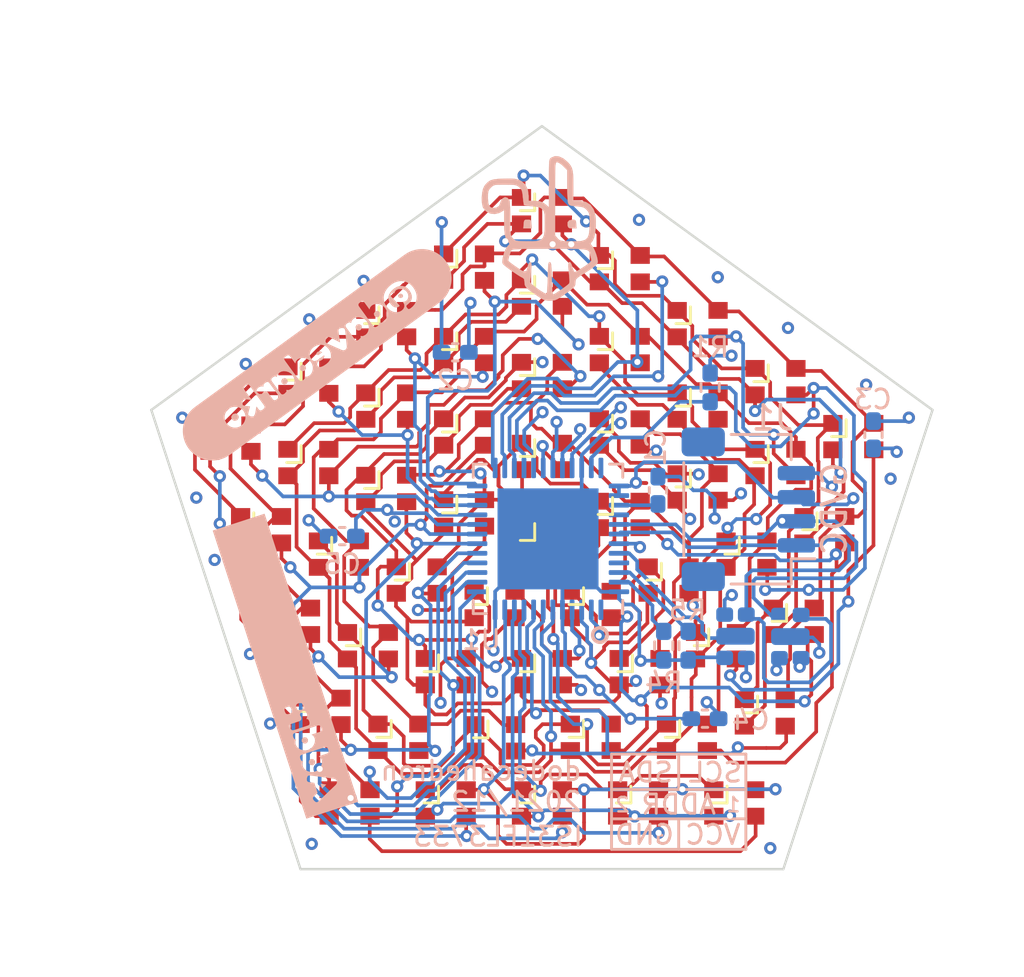
<source format=kicad_pcb>
(kicad_pcb (version 20171130) (host pcbnew "(5.1.9-0-10_14)")
  (layers (0 F.Cu signal) (1 In1.Cu power) (2 In2.Cu power) (31 B.Cu signal) (34 B.Paste user) (35 F.Paste user) (36 B.SilkS user) (37 F.SilkS user) (38 B.Mask user) (39 F.Mask user) (44 Edge.Cuts user))
  (net 0 "")
  (net 1 "Net-(U1-Pad45)")
  (net 2 "Net-(U1-Pad40)")
  (net 3 "Net-(U1-Pad36)")
  (net 4 "Net-(U1-Pad1)")
  (net 5 SW2)
  (net 6 SW3)
  (net 7 SW1)
  (net 8 SW5)
  (net 9 SW6)
  (net 10 SW4)
  (net 11 SW8)
  (net 12 SW9)
  (net 13 SW7)
  (net 14 SW11)
  (net 15 SW12)
  (net 16 SW10)
  (net 17 "Net-(D25-Pad4)")
  (net 18 GND)
  (net 19 VCC)
  (net 20 /CS16)
  (net 21 /CS15)
  (net 22 /CS10)
  (net 23 /CS9)
  (net 24 /CS14)
  (net 25 /CS4)
  (net 26 /CS3)
  (net 27 /CS2)
  (net 28 /CS1)
  (net 29 /CS8)
  (net 30 /CS7)
  (net 31 /CS13)
  (net 32 /CS12)
  (net 33 /CS11)
  (net 34 /CS6)
  (net 35 /CS5)
  (net 36 "Net-(C1-Pad2)")
  (net 37 "Net-(R1-Pad2)")
  (net 38 "Net-(R4-Pad2)")
  (net 39 "Net-(R5-Pad2)")
  (net 40 SDA)
  (net 41 SCL)
  (net 42 ADDR1)
  (net 43 ADDR2)
  (module label (layer B.Cu) (at 73.152 56.2864 108)
    (fp_text reference kibuzzard-61B81B90 hide)
    (fp_text value G*** hide)
  )
  (module dodecahedron_n4:SolderJumper-4-0402 (layer B.Cu) (at 91.8718 54.9418)
    (fp_text reference U5)
    (fp_text value Jumper4 hide)
    (pad 5 smd roundrect (at 0 0.1) (size 1.6 0.7) (layers B.Cu B.Paste B.Mask) (net 43 ADDR2))
    (pad 4 smd roundrect (at 0.45 -0.8) (size 0.7 0.6) (layers B.Cu B.Paste B.Mask) (net 41 SCL))
    (pad 3 smd roundrect (at -0.45 -0.8) (size 0.7 0.6) (layers B.Cu B.Paste B.Mask) (net 40 SDA))
    (pad 2 smd roundrect (at 0.45 1) (size 0.7 0.6) (layers B.Cu B.Paste B.Mask) (net 19 VCC))
    (pad 1 smd roundrect (at -0.45 1) (size 0.7 0.6) (layers B.Cu B.Paste B.Mask) (net 18 GND))
  )
  (module dodecahedron_n4:SolderJumper-4-0402 (layer B.Cu) (at 94.1523 54.9545)
    (fp_text reference U4)
    (fp_text value Jumper4 hide)
    (pad 5 smd roundrect (at 0 0.1) (size 1.6 0.7) (layers B.Cu B.Paste B.Mask) (net 42 ADDR1))
    (pad 4 smd roundrect (at 0.45 -0.8) (size 0.7 0.6) (layers B.Cu B.Paste B.Mask) (net 41 SCL))
    (pad 3 smd roundrect (at -0.45 -0.8) (size 0.7 0.6) (layers B.Cu B.Paste B.Mask) (net 40 SDA))
    (pad 2 smd roundrect (at 0.45 1) (size 0.7 0.6) (layers B.Cu B.Paste B.Mask) (net 19 VCC))
    (pad 1 smd roundrect (at -0.45 1) (size 0.7 0.6) (layers B.Cu B.Paste B.Mask) (net 18 GND))
  )
  (module label (layer B.Cu) (at 74.4728 43.3324 216)
    (fp_text reference kibuzzard-61B81406 hide)
    (fp_text value G*** hide)
  )
  (module Package_DFN_QFN:QFN-48-1EP_6x6mm_P0.4mm_EP4.2x4.2mm (layer B.Cu) (at 84.074 50.9905 90)
    (fp_text reference U1 (at -4.2037 -2.7686 180) (layer B.SilkS) (effects (font (size 0.8 0.8) (thickness 0.12)) (justify mirror)))
    (fp_text value IS31FL3733-QF)
    (pad 49 smd rect (at 0 0 90) (size 4.2 4.2) (layers B.Cu B.Mask) (net 18 GND))
    (pad 48 smd roundrect (at -2.2 2.95 90) (size 0.2 0.85) (layers B.Cu B.Paste B.Mask) (net 18 GND))
    (pad 47 smd roundrect (at -1.8 2.95 90) (size 0.2 0.85) (layers B.Cu B.Paste B.Mask) (net 38 "Net-(R4-Pad2)"))
    (pad 46 smd roundrect (at -1.4 2.95 90) (size 0.2 0.85) (layers B.Cu B.Paste B.Mask) (net 39 "Net-(R5-Pad2)"))
    (pad 45 smd roundrect (at -1 2.95 90) (size 0.2 0.85) (layers B.Cu B.Paste B.Mask) (net 1 "Net-(U1-Pad45)"))
    (pad 44 smd roundrect (at -0.6 2.95 90) (size 0.2 0.85) (layers B.Cu B.Paste B.Mask) (net 43 ADDR2))
    (pad 43 smd roundrect (at -0.2 2.95 90) (size 0.2 0.85) (layers B.Cu B.Paste B.Mask) (net 42 ADDR1))
    (pad 42 smd roundrect (at 0.2 2.95 90) (size 0.2 0.85) (layers B.Cu B.Paste B.Mask) (net 41 SCL))
    (pad 41 smd roundrect (at 0.6 2.95 90) (size 0.2 0.85) (layers B.Cu B.Paste B.Mask) (net 40 SDA))
    (pad 40 smd roundrect (at 1 2.95 90) (size 0.2 0.85) (layers B.Cu B.Paste B.Mask) (net 2 "Net-(U1-Pad40)"))
    (pad 39 smd roundrect (at 1.4 2.95 90) (size 0.2 0.85) (layers B.Cu B.Paste B.Mask) (net 36 "Net-(C1-Pad2)"))
    (pad 38 smd roundrect (at 1.8 2.95 90) (size 0.2 0.85) (layers B.Cu B.Paste B.Mask) (net 19 VCC))
    (pad 37 smd roundrect (at 2.2 2.95 90) (size 0.2 0.85) (layers B.Cu B.Paste B.Mask) (net 19 VCC))
    (pad 36 smd roundrect (at 2.95 2.2 90) (size 0.85 0.2) (layers B.Cu B.Paste B.Mask) (net 3 "Net-(U1-Pad36)"))
    (pad 35 smd roundrect (at 2.95 1.8 90) (size 0.85 0.2) (layers B.Cu B.Paste B.Mask) (net 37 "Net-(R1-Pad2)"))
    (pad 34 smd roundrect (at 2.95 1.4 90) (size 0.85 0.2) (layers B.Cu B.Paste B.Mask) (net 18 GND))
    (pad 33 smd roundrect (at 2.95 1 90) (size 0.85 0.2) (layers B.Cu B.Paste B.Mask) (net 20 /CS16))
    (pad 32 smd roundrect (at 2.95 0.6 90) (size 0.85 0.2) (layers B.Cu B.Paste B.Mask) (net 21 /CS15))
    (pad 31 smd roundrect (at 2.95 0.2 90) (size 0.85 0.2) (layers B.Cu B.Paste B.Mask) (net 24 /CS14))
    (pad 30 smd roundrect (at 2.95 -0.2 90) (size 0.85 0.2) (layers B.Cu B.Paste B.Mask) (net 31 /CS13))
    (pad 29 smd roundrect (at 2.95 -0.6 90) (size 0.85 0.2) (layers B.Cu B.Paste B.Mask) (net 19 VCC))
    (pad 28 smd roundrect (at 2.95 -1 90) (size 0.85 0.2) (layers B.Cu B.Paste B.Mask) (net 32 /CS12))
    (pad 27 smd roundrect (at 2.95 -1.4 90) (size 0.85 0.2) (layers B.Cu B.Paste B.Mask) (net 33 /CS11))
    (pad 26 smd roundrect (at 2.95 -1.8 90) (size 0.85 0.2) (layers B.Cu B.Paste B.Mask) (net 22 /CS10))
    (pad 25 smd roundrect (at 2.95 -2.2 90) (size 0.85 0.2) (layers B.Cu B.Paste B.Mask) (net 23 /CS9))
    (pad 24 smd roundrect (at 2.2 -2.95 90) (size 0.2 0.85) (layers B.Cu B.Paste B.Mask) (net 29 /CS8))
    (pad 23 smd roundrect (at 1.8 -2.95 90) (size 0.2 0.85) (layers B.Cu B.Paste B.Mask) (net 30 /CS7))
    (pad 22 smd roundrect (at 1.4 -2.95 90) (size 0.2 0.85) (layers B.Cu B.Paste B.Mask) (net 34 /CS6))
    (pad 21 smd roundrect (at 1 -2.95 90) (size 0.2 0.85) (layers B.Cu B.Paste B.Mask) (net 35 /CS5))
    (pad 20 smd roundrect (at 0.6 -2.95 90) (size 0.2 0.85) (layers B.Cu B.Paste B.Mask) (net 19 VCC))
    (pad 19 smd roundrect (at 0.2 -2.95 90) (size 0.2 0.85) (layers B.Cu B.Paste B.Mask) (net 25 /CS4))
    (pad 18 smd roundrect (at -0.2 -2.95 90) (size 0.2 0.85) (layers B.Cu B.Paste B.Mask) (net 26 /CS3))
    (pad 17 smd roundrect (at -0.6 -2.95 90) (size 0.2 0.85) (layers B.Cu B.Paste B.Mask) (net 27 /CS2))
    (pad 16 smd roundrect (at -1 -2.95 90) (size 0.2 0.85) (layers B.Cu B.Paste B.Mask) (net 28 /CS1))
    (pad 15 smd roundrect (at -1.4 -2.95 90) (size 0.2 0.85) (layers B.Cu B.Paste B.Mask) (net 15 SW12))
    (pad 14 smd roundrect (at -1.8 -2.95 90) (size 0.2 0.85) (layers B.Cu B.Paste B.Mask) (net 14 SW11))
    (pad 13 smd roundrect (at -2.2 -2.95 90) (size 0.2 0.85) (layers B.Cu B.Paste B.Mask) (net 16 SW10))
    (pad 12 smd roundrect (at -2.95 -2.2 90) (size 0.85 0.2) (layers B.Cu B.Paste B.Mask) (net 18 GND))
    (pad 11 smd roundrect (at -2.95 -1.8 90) (size 0.85 0.2) (layers B.Cu B.Paste B.Mask) (net 12 SW9))
    (pad 10 smd roundrect (at -2.95 -1.4 90) (size 0.85 0.2) (layers B.Cu B.Paste B.Mask) (net 11 SW8))
    (pad 9 smd roundrect (at -2.95 -1 90) (size 0.85 0.2) (layers B.Cu B.Paste B.Mask) (net 13 SW7))
    (pad 8 smd roundrect (at -2.95 -0.6 90) (size 0.85 0.2) (layers B.Cu B.Paste B.Mask) (net 9 SW6))
    (pad 7 smd roundrect (at -2.95 -0.2 90) (size 0.85 0.2) (layers B.Cu B.Paste B.Mask) (net 8 SW5))
    (pad 6 smd roundrect (at -2.95 0.2 90) (size 0.85 0.2) (layers B.Cu B.Paste B.Mask) (net 10 SW4))
    (pad 5 smd roundrect (at -2.95 0.6 90) (size 0.85 0.2) (layers B.Cu B.Paste B.Mask) (net 18 GND))
    (pad 4 smd roundrect (at -2.95 1 90) (size 0.85 0.2) (layers B.Cu B.Paste B.Mask) (net 6 SW3))
    (pad 3 smd roundrect (at -2.95 1.4 90) (size 0.85 0.2) (layers B.Cu B.Paste B.Mask) (net 5 SW2))
    (pad 2 smd roundrect (at -2.95 1.8 90) (size 0.85 0.2) (layers B.Cu B.Paste B.Mask) (net 7 SW1))
    (pad 1 smd roundrect (at -2.95 2.2 90) (size 0.85 0.2) (layers B.Cu B.Paste B.Mask) (net 4 "Net-(U1-Pad1)"))
  )
  (module davedarko:davedarko_logo_silk_outline (layer B.Cu) (at 83.7311 38.0746 180)
    (fp_text reference U3 hide)
    (fp_text value Board hide)
  )
  (module Resistor_SMD:R_0402_1005Metric_Pad0.72x0.64mm_HandSolder (layer B.Cu) (at 89.9033 55.4355 90)
    (fp_text reference R5 (at 1.4732 -0.0254 180) (layer B.SilkS) (effects (font (size 0.8 0.8) (thickness 0.12)) (justify mirror)))
    (fp_text value R)
    (pad 2 smd roundrect (at 0.5975 0 90) (size 0.715 0.64) (layers B.Cu B.Paste B.Mask) (net 39 "Net-(R5-Pad2)"))
    (pad 1 smd roundrect (at -0.5975 0 90) (size 0.715 0.64) (layers B.Cu B.Paste B.Mask) (net 18 GND))
  )
  (module Resistor_SMD:R_0402_1005Metric_Pad0.72x0.64mm_HandSolder (layer B.Cu) (at 88.8873 55.4355 90)
    (fp_text reference R4 (at -1.524 0 180) (layer B.SilkS) (effects (font (size 0.8 0.8) (thickness 0.12)) (justify mirror)))
    (fp_text value R)
    (pad 2 smd roundrect (at 0.5975 0 90) (size 0.715 0.64) (layers B.Cu B.Paste B.Mask) (net 38 "Net-(R4-Pad2)"))
    (pad 1 smd roundrect (at -0.5975 0 90) (size 0.715 0.64) (layers B.Cu B.Paste B.Mask) (net 18 GND))
  )
  (module Resistor_SMD:R_0402_1005Metric_Pad0.72x0.64mm_HandSolder (layer B.Cu) (at 90.8177 44.6913 270)
    (fp_text reference R1 (at -1.6764 0 180) (layer B.SilkS) (effects (font (size 0.8 0.8) (thickness 0.12)) (justify mirror)))
    (fp_text value R)
    (pad 2 smd roundrect (at 0.5975 0 270) (size 0.715 0.64) (layers B.Cu B.Paste B.Mask) (net 37 "Net-(R1-Pad2)"))
    (pad 1 smd roundrect (at -0.5975 0 270) (size 0.715 0.64) (layers B.Cu B.Paste B.Mask) (net 18 GND))
  )
  (module Capacitor_SMD:C_0402_1005Metric_Pad0.74x0.62mm_HandSolder (layer B.Cu) (at 75.5142 50.8762)
    (fp_text reference C5 (at 0 1.16) (layer B.SilkS) (effects (font (size 0.8 0.8) (thickness 0.12)) (justify mirror)))
    (fp_text value C)
    (pad 2 smd roundrect (at 0.5675 0) (size 0.735 0.62) (layers B.Cu B.Paste B.Mask) (net 19 VCC))
    (pad 1 smd roundrect (at -0.5675 0) (size 0.735 0.62) (layers B.Cu B.Paste B.Mask) (net 18 GND))
  )
  (module Capacitor_SMD:C_0402_1005Metric_Pad0.74x0.62mm_HandSolder (layer B.Cu) (at 90.6018 58.4708)
    (fp_text reference C4 (at 1.905 0.0508) (layer B.SilkS) (effects (font (size 0.8 0.8) (thickness 0.12)) (justify mirror)))
    (fp_text value C)
    (pad 2 smd roundrect (at 0.5675 0) (size 0.735 0.62) (layers B.Cu B.Paste B.Mask) (net 19 VCC))
    (pad 1 smd roundrect (at -0.5675 0) (size 0.735 0.62) (layers B.Cu B.Paste B.Mask) (net 18 GND))
  )
  (module Capacitor_SMD:C_0402_1005Metric_Pad0.74x0.62mm_HandSolder (layer B.Cu) (at 97.6122 46.6598 270)
    (fp_text reference C3 (at -1.4732 0.0254 180) (layer B.SilkS) (effects (font (size 0.8 0.8) (thickness 0.12)) (justify mirror)))
    (fp_text value C)
    (pad 2 smd roundrect (at 0.5675 0 270) (size 0.735 0.62) (layers B.Cu B.Paste B.Mask) (net 19 VCC))
    (pad 1 smd roundrect (at -0.5675 0 270) (size 0.735 0.62) (layers B.Cu B.Paste B.Mask) (net 18 GND))
  )
  (module Capacitor_SMD:C_0402_1005Metric_Pad0.74x0.62mm_HandSolder (layer B.Cu) (at 80.2132 43.2308)
    (fp_text reference C2 (at 0 1.16) (layer B.SilkS) (effects (font (size 0.8 0.8) (thickness 0.12)) (justify mirror)))
    (fp_text value C)
    (pad 2 smd roundrect (at 0.5675 0) (size 0.735 0.62) (layers B.Cu B.Paste B.Mask) (net 19 VCC))
    (pad 1 smd roundrect (at -0.5675 0) (size 0.735 0.62) (layers B.Cu B.Paste B.Mask) (net 18 GND))
  )
  (module Capacitor_SMD:C_0402_1005Metric_Pad0.74x0.62mm_HandSolder (layer B.Cu) (at 88.646 48.9712 270)
    (fp_text reference C1 (at -1.778 0.0889 90) (layer B.SilkS) (effects (font (size 0.8 0.8) (thickness 0.12)) (justify mirror)))
    (fp_text value C)
    (pad 2 smd roundrect (at 0.5675 0 270) (size 0.735 0.62) (layers B.Cu B.Paste B.Mask) (net 36 "Net-(C1-Pad2)"))
    (pad 1 smd roundrect (at -0.5675 0 270) (size 0.735 0.62) (layers B.Cu B.Paste B.Mask) (net 18 GND))
  )
  (module dodecahedron_n4:B2020RGBA (layer F.Cu) (at 83.82 56.515)
    (fp_text reference D3)
    (fp_text value LED_RBGA hide)
    (pad 4 smd rect (at 0.85 0.55) (size 0.8 0.7) (layers F.Cu F.Paste F.Mask) (net 22 /CS10))
    (pad 3 smd rect (at -0.85 0.55) (size 0.8 0.7) (layers F.Cu F.Paste F.Mask) (net 5 SW2))
    (pad 2 smd rect (at 0.85 -0.55) (size 0.8 0.7) (layers F.Cu F.Paste F.Mask) (net 6 SW3))
    (pad 1 smd rect (at -0.85 -0.55) (size 0.8 0.7) (layers F.Cu F.Paste F.Mask) (net 7 SW1))
  )
  (module Connector_JST:JST_SH_SM04B-SRSS-TB_1x04-1MP_P1.00mm_Horizontal (layer B.Cu) (at 92.4052 49.7586 90)
    (fp_text reference J1 (at 3.7973 1.0033 180) (layer B.SilkS) (effects (justify mirror)))
    (fp_text value Conn_01x04_Female)
    (pad MP smd roundrect (at 2.8 -1.875 90) (size 1.2 1.8) (layers B.Cu B.Paste B.Mask) (roundrect_rratio 0.208333))
    (pad MP smd roundrect (at -2.8 -1.875 90) (size 1.2 1.8) (layers B.Cu B.Paste B.Mask) (roundrect_rratio 0.208333))
    (pad 4 smd roundrect (at 1.5 2 90) (size 0.6 1.55) (layers B.Cu B.Paste B.Mask) (net 18 GND))
    (pad 3 smd roundrect (at 0.5 2 90) (size 0.6 1.55) (layers B.Cu B.Paste B.Mask) (net 19 VCC))
    (pad 2 smd roundrect (at -0.5 2 90) (size 0.6 1.55) (layers B.Cu B.Paste B.Mask) (net 40 SDA))
    (pad 1 smd roundrect (at -1.5 2 90) (size 0.6 1.55) (layers B.Cu B.Paste B.Mask) (net 41 SCL))
  )
  (module dodecahedron_n4:B2020RGBA (layer F.Cu) (at 91.821 61.976)
    (fp_text reference D11)
    (fp_text value LED_RBGA hide)
    (pad 4 smd rect (at 0.85 0.55) (size 0.8 0.7) (layers F.Cu F.Paste F.Mask) (net 28 /CS1))
    (pad 3 smd rect (at -0.85 0.55) (size 0.8 0.7) (layers F.Cu F.Paste F.Mask) (net 11 SW8))
    (pad 2 smd rect (at 0.85 -0.55) (size 0.8 0.7) (layers F.Cu F.Paste F.Mask) (net 12 SW9))
    (pad 1 smd rect (at -0.85 -0.55) (size 0.8 0.7) (layers F.Cu F.Paste F.Mask) (net 13 SW7))
  )
  (module dodecahedron_n4:B2020RGBA (layer F.Cu) (at 90.297 48.8315)
    (fp_text reference D14)
    (fp_text value LED_RBGA hide)
    (pad 4 smd rect (at 0.85 0.55) (size 0.8 0.7) (layers F.Cu F.Paste F.Mask) (net 30 /CS7))
    (pad 3 smd rect (at -0.85 0.55) (size 0.8 0.7) (layers F.Cu F.Paste F.Mask) (net 5 SW2))
    (pad 2 smd rect (at 0.85 -0.55) (size 0.8 0.7) (layers F.Cu F.Paste F.Mask) (net 6 SW3))
    (pad 1 smd rect (at -0.85 -0.55) (size 0.8 0.7) (layers F.Cu F.Paste F.Mask) (net 7 SW1))
  )
  (module dodecahedron_n4:B2020RGBA (layer F.Cu) (at 75.819 61.976)
    (fp_text reference D51)
    (fp_text value LED_RBGA hide)
    (pad 4 smd rect (at 0.85 0.55) (size 0.8 0.7) (layers F.Cu F.Paste F.Mask) (net 28 /CS1))
    (pad 3 smd rect (at -0.85 0.55) (size 0.8 0.7) (layers F.Cu F.Paste F.Mask) (net 14 SW11))
    (pad 2 smd rect (at 0.85 -0.55) (size 0.8 0.7) (layers F.Cu F.Paste F.Mask) (net 15 SW12))
    (pad 1 smd rect (at -0.85 -0.55) (size 0.8 0.7) (layers F.Cu F.Paste F.Mask) (net 16 SW10))
  )
  (module dodecahedron_n4:B2020RGBA (layer F.Cu) (at 74.6125 58.166)
    (fp_text reference D50)
    (fp_text value LED_RBGA hide)
    (pad 4 smd rect (at 0.85 0.55) (size 0.8 0.7) (layers F.Cu F.Paste F.Mask) (net 27 /CS2))
    (pad 3 smd rect (at -0.85 0.55) (size 0.8 0.7) (layers F.Cu F.Paste F.Mask) (net 14 SW11))
    (pad 2 smd rect (at 0.85 -0.55) (size 0.8 0.7) (layers F.Cu F.Paste F.Mask) (net 15 SW12))
    (pad 1 smd rect (at -0.85 -0.55) (size 0.8 0.7) (layers F.Cu F.Paste F.Mask) (net 16 SW10))
  )
  (module dodecahedron_n4:B2020RGBA (layer F.Cu) (at 73.3425 54.4195)
    (fp_text reference D49)
    (fp_text value LED_RBGA hide)
    (pad 4 smd rect (at 0.85 0.55) (size 0.8 0.7) (layers F.Cu F.Paste F.Mask) (net 26 /CS3))
    (pad 3 smd rect (at -0.85 0.55) (size 0.8 0.7) (layers F.Cu F.Paste F.Mask) (net 14 SW11))
    (pad 2 smd rect (at 0.85 -0.55) (size 0.8 0.7) (layers F.Cu F.Paste F.Mask) (net 15 SW12))
    (pad 1 smd rect (at -0.85 -0.55) (size 0.8 0.7) (layers F.Cu F.Paste F.Mask) (net 16 SW10))
  )
  (module dodecahedron_n4:B2020RGBA (layer F.Cu) (at 72.136 50.6095)
    (fp_text reference D48)
    (fp_text value LED_RBGA hide)
    (pad 4 smd rect (at 0.85 0.55) (size 0.8 0.7) (layers F.Cu F.Paste F.Mask) (net 25 /CS4))
    (pad 3 smd rect (at -0.85 0.55) (size 0.8 0.7) (layers F.Cu F.Paste F.Mask) (net 14 SW11))
    (pad 2 smd rect (at 0.85 -0.55) (size 0.8 0.7) (layers F.Cu F.Paste F.Mask) (net 15 SW12))
    (pad 1 smd rect (at -0.85 -0.55) (size 0.8 0.7) (layers F.Cu F.Paste F.Mask) (net 16 SW10))
  )
  (module dodecahedron_n4:B2020RGBA (layer F.Cu) (at 77.851 59.2455)
    (fp_text reference D47)
    (fp_text value LED_RBGA hide)
    (pad 4 smd rect (at 0.85 0.55) (size 0.8 0.7) (layers F.Cu F.Paste F.Mask) (net 27 /CS2))
    (pad 3 smd rect (at -0.85 0.55) (size 0.8 0.7) (layers F.Cu F.Paste F.Mask) (net 8 SW5))
    (pad 2 smd rect (at 0.85 -0.55) (size 0.8 0.7) (layers F.Cu F.Paste F.Mask) (net 9 SW6))
    (pad 1 smd rect (at -0.85 -0.55) (size 0.8 0.7) (layers F.Cu F.Paste F.Mask) (net 10 SW4))
  )
  (module dodecahedron_n4:B2020RGBA (layer F.Cu) (at 76.581 55.4355)
    (fp_text reference D46)
    (fp_text value LED_RBGA hide)
    (pad 4 smd rect (at 0.85 0.55) (size 0.8 0.7) (layers F.Cu F.Paste F.Mask) (net 26 /CS3))
    (pad 3 smd rect (at -0.85 0.55) (size 0.8 0.7) (layers F.Cu F.Paste F.Mask) (net 8 SW5))
    (pad 2 smd rect (at 0.85 -0.55) (size 0.8 0.7) (layers F.Cu F.Paste F.Mask) (net 9 SW6))
    (pad 1 smd rect (at -0.85 -0.55) (size 0.8 0.7) (layers F.Cu F.Paste F.Mask) (net 10 SW4))
  )
  (module dodecahedron_n4:B2020RGBA (layer F.Cu) (at 75.3745 51.6255)
    (fp_text reference D45)
    (fp_text value LED_RBGA hide)
    (pad 4 smd rect (at 0.85 0.55) (size 0.8 0.7) (layers F.Cu F.Paste F.Mask) (net 25 /CS4))
    (pad 3 smd rect (at -0.85 0.55) (size 0.8 0.7) (layers F.Cu F.Paste F.Mask) (net 8 SW5))
    (pad 2 smd rect (at 0.85 -0.55) (size 0.8 0.7) (layers F.Cu F.Paste F.Mask) (net 9 SW6))
    (pad 1 smd rect (at -0.85 -0.55) (size 0.8 0.7) (layers F.Cu F.Paste F.Mask) (net 10 SW4))
  )
  (module dodecahedron_n4:B2020RGBA (layer F.Cu) (at 79.8195 56.515)
    (fp_text reference D44)
    (fp_text value LED_RBGA hide)
    (pad 4 smd rect (at 0.85 0.55) (size 0.8 0.7) (layers F.Cu F.Paste F.Mask) (net 28 /CS1))
    (pad 3 smd rect (at -0.85 0.55) (size 0.8 0.7) (layers F.Cu F.Paste F.Mask) (net 5 SW2))
    (pad 2 smd rect (at 0.85 -0.55) (size 0.8 0.7) (layers F.Cu F.Paste F.Mask) (net 6 SW3))
    (pad 1 smd rect (at -0.85 -0.55) (size 0.8 0.7) (layers F.Cu F.Paste F.Mask) (net 7 SW1))
  )
  (module dodecahedron_n4:B2020RGBA (layer F.Cu) (at 78.613 52.705)
    (fp_text reference D43)
    (fp_text value LED_RBGA hide)
    (pad 4 smd rect (at 0.85 0.55) (size 0.8 0.7) (layers F.Cu F.Paste F.Mask) (net 27 /CS2))
    (pad 3 smd rect (at -0.85 0.55) (size 0.8 0.7) (layers F.Cu F.Paste F.Mask) (net 5 SW2))
    (pad 2 smd rect (at 0.85 -0.55) (size 0.8 0.7) (layers F.Cu F.Paste F.Mask) (net 6 SW3))
    (pad 1 smd rect (at -0.85 -0.55) (size 0.8 0.7) (layers F.Cu F.Paste F.Mask) (net 7 SW1))
  )
  (module dodecahedron_n4:B2020RGBA (layer F.Cu) (at 81.8515 53.721)
    (fp_text reference D42)
    (fp_text value LED_RBGA hide)
    (pad 4 smd rect (at 0.85 0.55) (size 0.8 0.7) (layers F.Cu F.Paste F.Mask) (net 33 /CS11))
    (pad 3 smd rect (at -0.85 0.55) (size 0.8 0.7) (layers F.Cu F.Paste F.Mask) (net 5 SW2))
    (pad 2 smd rect (at 0.85 -0.55) (size 0.8 0.7) (layers F.Cu F.Paste F.Mask) (net 6 SW3))
    (pad 1 smd rect (at -0.85 -0.55) (size 0.8 0.7) (layers F.Cu F.Paste F.Mask) (net 7 SW1))
  )
  (module dodecahedron_n4:B2020RGBA (layer F.Cu) (at 70.866 46.7995)
    (fp_text reference D41)
    (fp_text value LED_RBGA hide)
    (pad 4 smd rect (at 0.85 0.55) (size 0.8 0.7) (layers F.Cu F.Paste F.Mask) (net 35 /CS5))
    (pad 3 smd rect (at -0.85 0.55) (size 0.8 0.7) (layers F.Cu F.Paste F.Mask) (net 14 SW11))
    (pad 2 smd rect (at 0.85 -0.55) (size 0.8 0.7) (layers F.Cu F.Paste F.Mask) (net 15 SW12))
    (pad 1 smd rect (at -0.85 -0.55) (size 0.8 0.7) (layers F.Cu F.Paste F.Mask) (net 16 SW10))
  )
  (module dodecahedron_n4:B2020RGBA (layer F.Cu) (at 74.1045 44.3865)
    (fp_text reference D40)
    (fp_text value LED_RBGA hide)
    (pad 4 smd rect (at 0.85 0.55) (size 0.8 0.7) (layers F.Cu F.Paste F.Mask) (net 34 /CS6))
    (pad 3 smd rect (at -0.85 0.55) (size 0.8 0.7) (layers F.Cu F.Paste F.Mask) (net 14 SW11))
    (pad 2 smd rect (at 0.85 -0.55) (size 0.8 0.7) (layers F.Cu F.Paste F.Mask) (net 15 SW12))
    (pad 1 smd rect (at -0.85 -0.55) (size 0.8 0.7) (layers F.Cu F.Paste F.Mask) (net 16 SW10))
  )
  (module dodecahedron_n4:B2020RGBA (layer F.Cu) (at 77.343 42.037)
    (fp_text reference D39)
    (fp_text value LED_RBGA hide)
    (pad 4 smd rect (at 0.85 0.55) (size 0.8 0.7) (layers F.Cu F.Paste F.Mask) (net 30 /CS7))
    (pad 3 smd rect (at -0.85 0.55) (size 0.8 0.7) (layers F.Cu F.Paste F.Mask) (net 14 SW11))
    (pad 2 smd rect (at 0.85 -0.55) (size 0.8 0.7) (layers F.Cu F.Paste F.Mask) (net 15 SW12))
    (pad 1 smd rect (at -0.85 -0.55) (size 0.8 0.7) (layers F.Cu F.Paste F.Mask) (net 16 SW10))
  )
  (module dodecahedron_n4:B2020RGBA (layer F.Cu) (at 80.5815 39.6875)
    (fp_text reference D38)
    (fp_text value LED_RBGA hide)
    (pad 4 smd rect (at 0.85 0.55) (size 0.8 0.7) (layers F.Cu F.Paste F.Mask) (net 29 /CS8))
    (pad 3 smd rect (at -0.85 0.55) (size 0.8 0.7) (layers F.Cu F.Paste F.Mask) (net 14 SW11))
    (pad 2 smd rect (at 0.85 -0.55) (size 0.8 0.7) (layers F.Cu F.Paste F.Mask) (net 15 SW12))
    (pad 1 smd rect (at -0.85 -0.55) (size 0.8 0.7) (layers F.Cu F.Paste F.Mask) (net 16 SW10))
  )
  (module dodecahedron_n4:B2020RGBA (layer F.Cu) (at 74.1045 47.8155)
    (fp_text reference D37)
    (fp_text value LED_RBGA hide)
    (pad 4 smd rect (at 0.85 0.55) (size 0.8 0.7) (layers F.Cu F.Paste F.Mask) (net 35 /CS5))
    (pad 3 smd rect (at -0.85 0.55) (size 0.8 0.7) (layers F.Cu F.Paste F.Mask) (net 8 SW5))
    (pad 2 smd rect (at 0.85 -0.55) (size 0.8 0.7) (layers F.Cu F.Paste F.Mask) (net 9 SW6))
    (pad 1 smd rect (at -0.85 -0.55) (size 0.8 0.7) (layers F.Cu F.Paste F.Mask) (net 10 SW4))
  )
  (module dodecahedron_n4:B2020RGBA (layer F.Cu) (at 77.343 45.466)
    (fp_text reference D36)
    (fp_text value LED_RBGA hide)
    (pad 4 smd rect (at 0.85 0.55) (size 0.8 0.7) (layers F.Cu F.Paste F.Mask) (net 34 /CS6))
    (pad 3 smd rect (at -0.85 0.55) (size 0.8 0.7) (layers F.Cu F.Paste F.Mask) (net 8 SW5))
    (pad 2 smd rect (at 0.85 -0.55) (size 0.8 0.7) (layers F.Cu F.Paste F.Mask) (net 9 SW6))
    (pad 1 smd rect (at -0.85 -0.55) (size 0.8 0.7) (layers F.Cu F.Paste F.Mask) (net 10 SW4))
  )
  (module dodecahedron_n4:B2020RGBA (layer F.Cu) (at 80.5815 43.1165)
    (fp_text reference D35)
    (fp_text value LED_RBGA hide)
    (pad 4 smd rect (at 0.85 0.55) (size 0.8 0.7) (layers F.Cu F.Paste F.Mask) (net 30 /CS7))
    (pad 3 smd rect (at -0.85 0.55) (size 0.8 0.7) (layers F.Cu F.Paste F.Mask) (net 8 SW5))
    (pad 2 smd rect (at 0.85 -0.55) (size 0.8 0.7) (layers F.Cu F.Paste F.Mask) (net 9 SW6))
    (pad 1 smd rect (at -0.85 -0.55) (size 0.8 0.7) (layers F.Cu F.Paste F.Mask) (net 10 SW4))
  )
  (module dodecahedron_n4:B2020RGBA (layer F.Cu) (at 77.343 48.895)
    (fp_text reference D34)
    (fp_text value LED_RBGA hide)
    (pad 4 smd rect (at 0.85 0.55) (size 0.8 0.7) (layers F.Cu F.Paste F.Mask) (net 26 /CS3))
    (pad 3 smd rect (at -0.85 0.55) (size 0.8 0.7) (layers F.Cu F.Paste F.Mask) (net 5 SW2))
    (pad 2 smd rect (at 0.85 -0.55) (size 0.8 0.7) (layers F.Cu F.Paste F.Mask) (net 6 SW3))
    (pad 1 smd rect (at -0.85 -0.55) (size 0.8 0.7) (layers F.Cu F.Paste F.Mask) (net 7 SW1))
  )
  (module dodecahedron_n4:B2020RGBA (layer F.Cu) (at 80.5815 46.5455)
    (fp_text reference D33)
    (fp_text value LED_RBGA hide)
    (pad 4 smd rect (at 0.85 0.55) (size 0.8 0.7) (layers F.Cu F.Paste F.Mask) (net 25 /CS4))
    (pad 3 smd rect (at -0.85 0.55) (size 0.8 0.7) (layers F.Cu F.Paste F.Mask) (net 5 SW2))
    (pad 2 smd rect (at 0.85 -0.55) (size 0.8 0.7) (layers F.Cu F.Paste F.Mask) (net 6 SW3))
    (pad 1 smd rect (at -0.85 -0.55) (size 0.8 0.7) (layers F.Cu F.Paste F.Mask) (net 7 SW1))
  )
  (module dodecahedron_n4:B2020RGBA (layer F.Cu) (at 80.5815 49.911)
    (fp_text reference D32)
    (fp_text value LED_RBGA hide)
    (pad 4 smd rect (at 0.85 0.55) (size 0.8 0.7) (layers F.Cu F.Paste F.Mask) (net 32 /CS12))
    (pad 3 smd rect (at -0.85 0.55) (size 0.8 0.7) (layers F.Cu F.Paste F.Mask) (net 5 SW2))
    (pad 2 smd rect (at 0.85 -0.55) (size 0.8 0.7) (layers F.Cu F.Paste F.Mask) (net 6 SW3))
    (pad 1 smd rect (at -0.85 -0.55) (size 0.8 0.7) (layers F.Cu F.Paste F.Mask) (net 7 SW1))
  )
  (module dodecahedron_n4:B2020RGBA (layer F.Cu) (at 83.82 37.338)
    (fp_text reference D31)
    (fp_text value LED_RBGA hide)
    (pad 4 smd rect (at 0.85 0.55) (size 0.8 0.7) (layers F.Cu F.Paste F.Mask) (net 23 /CS9))
    (pad 3 smd rect (at -0.85 0.55) (size 0.8 0.7) (layers F.Cu F.Paste F.Mask) (net 14 SW11))
    (pad 2 smd rect (at 0.85 -0.55) (size 0.8 0.7) (layers F.Cu F.Paste F.Mask) (net 15 SW12))
    (pad 1 smd rect (at -0.85 -0.55) (size 0.8 0.7) (layers F.Cu F.Paste F.Mask) (net 16 SW10))
  )
  (module dodecahedron_n4:B2020RGBA (layer F.Cu) (at 87.0585 39.751)
    (fp_text reference D30)
    (fp_text value LED_RBGA hide)
    (pad 4 smd rect (at 0.85 0.55) (size 0.8 0.7) (layers F.Cu F.Paste F.Mask) (net 22 /CS10))
    (pad 3 smd rect (at -0.85 0.55) (size 0.8 0.7) (layers F.Cu F.Paste F.Mask) (net 14 SW11))
    (pad 2 smd rect (at 0.85 -0.55) (size 0.8 0.7) (layers F.Cu F.Paste F.Mask) (net 15 SW12))
    (pad 1 smd rect (at -0.85 -0.55) (size 0.8 0.7) (layers F.Cu F.Paste F.Mask) (net 16 SW10))
  )
  (module dodecahedron_n4:B2020RGBA (layer F.Cu) (at 90.297 42.037)
    (fp_text reference D29)
    (fp_text value LED_RBGA hide)
    (pad 4 smd rect (at 0.85 0.55) (size 0.8 0.7) (layers F.Cu F.Paste F.Mask) (net 33 /CS11))
    (pad 3 smd rect (at -0.85 0.55) (size 0.8 0.7) (layers F.Cu F.Paste F.Mask) (net 14 SW11))
    (pad 2 smd rect (at 0.85 -0.55) (size 0.8 0.7) (layers F.Cu F.Paste F.Mask) (net 15 SW12))
    (pad 1 smd rect (at -0.85 -0.55) (size 0.8 0.7) (layers F.Cu F.Paste F.Mask) (net 16 SW10))
  )
  (module dodecahedron_n4:B2020RGBA (layer F.Cu) (at 93.5355 44.45)
    (fp_text reference D28)
    (fp_text value LED_RBGA hide)
    (pad 4 smd rect (at 0.85 0.55) (size 0.8 0.7) (layers F.Cu F.Paste F.Mask) (net 32 /CS12))
    (pad 3 smd rect (at -0.85 0.55) (size 0.8 0.7) (layers F.Cu F.Paste F.Mask) (net 14 SW11))
    (pad 2 smd rect (at 0.85 -0.55) (size 0.8 0.7) (layers F.Cu F.Paste F.Mask) (net 15 SW12))
    (pad 1 smd rect (at -0.85 -0.55) (size 0.8 0.7) (layers F.Cu F.Paste F.Mask) (net 16 SW10))
  )
  (module dodecahedron_n4:B2020RGBA (layer F.Cu) (at 83.82 40.767)
    (fp_text reference D27)
    (fp_text value LED_RBGA hide)
    (pad 4 smd rect (at 0.85 0.55) (size 0.8 0.7) (layers F.Cu F.Paste F.Mask) (net 29 /CS8))
    (pad 3 smd rect (at -0.85 0.55) (size 0.8 0.7) (layers F.Cu F.Paste F.Mask) (net 8 SW5))
    (pad 2 smd rect (at 0.85 -0.55) (size 0.8 0.7) (layers F.Cu F.Paste F.Mask) (net 9 SW6))
    (pad 1 smd rect (at -0.85 -0.55) (size 0.8 0.7) (layers F.Cu F.Paste F.Mask) (net 10 SW4))
  )
  (module dodecahedron_n4:B2020RGBA (layer F.Cu) (at 87.0585 43.1165)
    (fp_text reference D26)
    (fp_text value LED_RBGA hide)
    (pad 4 smd rect (at 0.85 0.55) (size 0.8 0.7) (layers F.Cu F.Paste F.Mask) (net 23 /CS9))
    (pad 3 smd rect (at -0.85 0.55) (size 0.8 0.7) (layers F.Cu F.Paste F.Mask) (net 8 SW5))
    (pad 2 smd rect (at 0.85 -0.55) (size 0.8 0.7) (layers F.Cu F.Paste F.Mask) (net 9 SW6))
    (pad 1 smd rect (at -0.85 -0.55) (size 0.8 0.7) (layers F.Cu F.Paste F.Mask) (net 10 SW4))
  )
  (module dodecahedron_n4:B2020RGBA (layer F.Cu) (at 90.297 45.466)
    (fp_text reference D25)
    (fp_text value LED_RBGA hide)
    (pad 4 smd rect (at 0.85 0.55) (size 0.8 0.7) (layers F.Cu F.Paste F.Mask) (net 17 "Net-(D25-Pad4)"))
    (pad 3 smd rect (at -0.85 0.55) (size 0.8 0.7) (layers F.Cu F.Paste F.Mask) (net 8 SW5))
    (pad 2 smd rect (at 0.85 -0.55) (size 0.8 0.7) (layers F.Cu F.Paste F.Mask) (net 9 SW6))
    (pad 1 smd rect (at -0.85 -0.55) (size 0.8 0.7) (layers F.Cu F.Paste F.Mask) (net 10 SW4))
  )
  (module dodecahedron_n4:B2020RGBA (layer F.Cu) (at 83.82 44.196)
    (fp_text reference D24)
    (fp_text value LED_RBGA hide)
    (pad 4 smd rect (at 0.85 0.55) (size 0.8 0.7) (layers F.Cu F.Paste F.Mask) (net 35 /CS5))
    (pad 3 smd rect (at -0.85 0.55) (size 0.8 0.7) (layers F.Cu F.Paste F.Mask) (net 5 SW2))
    (pad 2 smd rect (at 0.85 -0.55) (size 0.8 0.7) (layers F.Cu F.Paste F.Mask) (net 6 SW3))
    (pad 1 smd rect (at -0.85 -0.55) (size 0.8 0.7) (layers F.Cu F.Paste F.Mask) (net 7 SW1))
  )
  (module dodecahedron_n4:B2020RGBA (layer F.Cu) (at 87.0585 46.5455)
    (fp_text reference D23)
    (fp_text value LED_RBGA hide)
    (pad 4 smd rect (at 0.85 0.55) (size 0.8 0.7) (layers F.Cu F.Paste F.Mask) (net 34 /CS6))
    (pad 3 smd rect (at -0.85 0.55) (size 0.8 0.7) (layers F.Cu F.Paste F.Mask) (net 5 SW2))
    (pad 2 smd rect (at 0.85 -0.55) (size 0.8 0.7) (layers F.Cu F.Paste F.Mask) (net 6 SW3))
    (pad 1 smd rect (at -0.85 -0.55) (size 0.8 0.7) (layers F.Cu F.Paste F.Mask) (net 7 SW1))
  )
  (module dodecahedron_n4:B2020RGBA (layer F.Cu) (at 83.82 47.5615)
    (fp_text reference D22)
    (fp_text value LED_RBGA hide)
    (pad 4 smd rect (at 0.85 0.55) (size 0.8 0.7) (layers F.Cu F.Paste F.Mask) (net 31 /CS13))
    (pad 3 smd rect (at -0.85 0.55) (size 0.8 0.7) (layers F.Cu F.Paste F.Mask) (net 5 SW2))
    (pad 2 smd rect (at 0.85 -0.55) (size 0.8 0.7) (layers F.Cu F.Paste F.Mask) (net 6 SW3))
    (pad 1 smd rect (at -0.85 -0.55) (size 0.8 0.7) (layers F.Cu F.Paste F.Mask) (net 7 SW1))
  )
  (module dodecahedron_n4:B2020RGBA (layer F.Cu) (at 96.774 46.736)
    (fp_text reference D21)
    (fp_text value LED_RBGA hide)
    (pad 4 smd rect (at 0.85 0.55) (size 0.8 0.7) (layers F.Cu F.Paste F.Mask) (net 31 /CS13))
    (pad 3 smd rect (at -0.85 0.55) (size 0.8 0.7) (layers F.Cu F.Paste F.Mask) (net 14 SW11))
    (pad 2 smd rect (at 0.85 -0.55) (size 0.8 0.7) (layers F.Cu F.Paste F.Mask) (net 15 SW12))
    (pad 1 smd rect (at -0.85 -0.55) (size 0.8 0.7) (layers F.Cu F.Paste F.Mask) (net 16 SW10))
  )
  (module dodecahedron_n4:B2020RGBA (layer F.Cu) (at 95.5675 50.6095)
    (fp_text reference D20)
    (fp_text value LED_RBGA hide)
    (pad 4 smd rect (at 0.85 0.55) (size 0.8 0.7) (layers F.Cu F.Paste F.Mask) (net 24 /CS14))
    (pad 3 smd rect (at -0.85 0.55) (size 0.8 0.7) (layers F.Cu F.Paste F.Mask) (net 14 SW11))
    (pad 2 smd rect (at 0.85 -0.55) (size 0.8 0.7) (layers F.Cu F.Paste F.Mask) (net 15 SW12))
    (pad 1 smd rect (at -0.85 -0.55) (size 0.8 0.7) (layers F.Cu F.Paste F.Mask) (net 16 SW10))
  )
  (module dodecahedron_n4:B2020RGBA (layer F.Cu) (at 94.2975 54.4195)
    (fp_text reference D19)
    (fp_text value LED_RBGA hide)
    (pad 4 smd rect (at 0.85 0.55) (size 0.8 0.7) (layers F.Cu F.Paste F.Mask) (net 21 /CS15))
    (pad 3 smd rect (at -0.85 0.55) (size 0.8 0.7) (layers F.Cu F.Paste F.Mask) (net 14 SW11))
    (pad 2 smd rect (at 0.85 -0.55) (size 0.8 0.7) (layers F.Cu F.Paste F.Mask) (net 15 SW12))
    (pad 1 smd rect (at -0.85 -0.55) (size 0.8 0.7) (layers F.Cu F.Paste F.Mask) (net 16 SW10))
  )
  (module dodecahedron_n4:B2020RGBA (layer F.Cu) (at 93.091 58.2295)
    (fp_text reference D18)
    (fp_text value LED_RBGA hide)
    (pad 4 smd rect (at 0.85 0.55) (size 0.8 0.7) (layers F.Cu F.Paste F.Mask) (net 20 /CS16))
    (pad 3 smd rect (at -0.85 0.55) (size 0.8 0.7) (layers F.Cu F.Paste F.Mask) (net 14 SW11))
    (pad 2 smd rect (at 0.85 -0.55) (size 0.8 0.7) (layers F.Cu F.Paste F.Mask) (net 15 SW12))
    (pad 1 smd rect (at -0.85 -0.55) (size 0.8 0.7) (layers F.Cu F.Paste F.Mask) (net 16 SW10))
  )
  (module dodecahedron_n4:B2020RGBA (layer F.Cu) (at 93.5355 47.8155)
    (fp_text reference D17)
    (fp_text value LED_RBGA hide)
    (pad 4 smd rect (at 0.85 0.55) (size 0.8 0.7) (layers F.Cu F.Paste F.Mask) (net 33 /CS11))
    (pad 3 smd rect (at -0.85 0.55) (size 0.8 0.7) (layers F.Cu F.Paste F.Mask) (net 8 SW5))
    (pad 2 smd rect (at 0.85 -0.55) (size 0.8 0.7) (layers F.Cu F.Paste F.Mask) (net 9 SW6))
    (pad 1 smd rect (at -0.85 -0.55) (size 0.8 0.7) (layers F.Cu F.Paste F.Mask) (net 10 SW4))
  )
  (module dodecahedron_n4:B2020RGBA (layer F.Cu) (at 92.329 51.6255)
    (fp_text reference D16)
    (fp_text value LED_RBGA hide)
    (pad 4 smd rect (at 0.85 0.55) (size 0.8 0.7) (layers F.Cu F.Paste F.Mask) (net 32 /CS12))
    (pad 3 smd rect (at -0.85 0.55) (size 0.8 0.7) (layers F.Cu F.Paste F.Mask) (net 8 SW5))
    (pad 2 smd rect (at 0.85 -0.55) (size 0.8 0.7) (layers F.Cu F.Paste F.Mask) (net 9 SW6))
    (pad 1 smd rect (at -0.85 -0.55) (size 0.8 0.7) (layers F.Cu F.Paste F.Mask) (net 10 SW4))
  )
  (module dodecahedron_n4:B2020RGBA (layer F.Cu) (at 91.059 55.4355)
    (fp_text reference D15)
    (fp_text value LED_RBGA hide)
    (pad 4 smd rect (at 0.85 0.55) (size 0.8 0.7) (layers F.Cu F.Paste F.Mask) (net 31 /CS13))
    (pad 3 smd rect (at -0.85 0.55) (size 0.8 0.7) (layers F.Cu F.Paste F.Mask) (net 8 SW5))
    (pad 2 smd rect (at 0.85 -0.55) (size 0.8 0.7) (layers F.Cu F.Paste F.Mask) (net 9 SW6))
    (pad 1 smd rect (at -0.85 -0.55) (size 0.8 0.7) (layers F.Cu F.Paste F.Mask) (net 10 SW4))
  )
  (module dodecahedron_n4:B2020RGBA (layer F.Cu) (at 89.0905 52.705)
    (fp_text reference D13)
    (fp_text value LED_RBGA hide)
    (pad 4 smd rect (at 0.85 0.55) (size 0.8 0.7) (layers F.Cu F.Paste F.Mask) (net 29 /CS8))
    (pad 3 smd rect (at -0.85 0.55) (size 0.8 0.7) (layers F.Cu F.Paste F.Mask) (net 5 SW2))
    (pad 2 smd rect (at 0.85 -0.55) (size 0.8 0.7) (layers F.Cu F.Paste F.Mask) (net 6 SW3))
    (pad 1 smd rect (at -0.85 -0.55) (size 0.8 0.7) (layers F.Cu F.Paste F.Mask) (net 7 SW1))
  )
  (module dodecahedron_n4:B2020RGBA (layer F.Cu) (at 87.0585 49.9745)
    (fp_text reference D12)
    (fp_text value LED_RBGA hide)
    (pad 4 smd rect (at 0.85 0.55) (size 0.8 0.7) (layers F.Cu F.Paste F.Mask) (net 24 /CS14))
    (pad 3 smd rect (at -0.85 0.55) (size 0.8 0.7) (layers F.Cu F.Paste F.Mask) (net 5 SW2))
    (pad 2 smd rect (at 0.85 -0.55) (size 0.8 0.7) (layers F.Cu F.Paste F.Mask) (net 6 SW3))
    (pad 1 smd rect (at -0.85 -0.55) (size 0.8 0.7) (layers F.Cu F.Paste F.Mask) (net 7 SW1))
  )
  (module dodecahedron_n4:B2020RGBA (layer F.Cu) (at 87.8205 61.976)
    (fp_text reference D10)
    (fp_text value LED_RBGA hide)
    (pad 4 smd rect (at 0.85 0.55) (size 0.8 0.7) (layers F.Cu F.Paste F.Mask) (net 27 /CS2))
    (pad 3 smd rect (at -0.85 0.55) (size 0.8 0.7) (layers F.Cu F.Paste F.Mask) (net 11 SW8))
    (pad 2 smd rect (at 0.85 -0.55) (size 0.8 0.7) (layers F.Cu F.Paste F.Mask) (net 12 SW9))
    (pad 1 smd rect (at -0.85 -0.55) (size 0.8 0.7) (layers F.Cu F.Paste F.Mask) (net 13 SW7))
  )
  (module dodecahedron_n4:B2020RGBA (layer F.Cu) (at 83.82 61.976)
    (fp_text reference D9)
    (fp_text value LED_RBGA hide)
    (pad 4 smd rect (at 0.85 0.55) (size 0.8 0.7) (layers F.Cu F.Paste F.Mask) (net 26 /CS3))
    (pad 3 smd rect (at -0.85 0.55) (size 0.8 0.7) (layers F.Cu F.Paste F.Mask) (net 11 SW8))
    (pad 2 smd rect (at 0.85 -0.55) (size 0.8 0.7) (layers F.Cu F.Paste F.Mask) (net 12 SW9))
    (pad 1 smd rect (at -0.85 -0.55) (size 0.8 0.7) (layers F.Cu F.Paste F.Mask) (net 13 SW7))
  )
  (module dodecahedron_n4:B2020RGBA (layer F.Cu) (at 79.8195 61.976)
    (fp_text reference D8)
    (fp_text value LED_RBGA hide)
    (pad 4 smd rect (at 0.85 0.55) (size 0.8 0.7) (layers F.Cu F.Paste F.Mask) (net 25 /CS4))
    (pad 3 smd rect (at -0.85 0.55) (size 0.8 0.7) (layers F.Cu F.Paste F.Mask) (net 11 SW8))
    (pad 2 smd rect (at 0.85 -0.55) (size 0.8 0.7) (layers F.Cu F.Paste F.Mask) (net 12 SW9))
    (pad 1 smd rect (at -0.85 -0.55) (size 0.8 0.7) (layers F.Cu F.Paste F.Mask) (net 13 SW7))
  )
  (module dodecahedron_n4:B2020RGBA (layer F.Cu) (at 89.8525 59.2455)
    (fp_text reference D7)
    (fp_text value LED_RBGA hide)
    (pad 4 smd rect (at 0.85 0.55) (size 0.8 0.7) (layers F.Cu F.Paste F.Mask) (net 24 /CS14))
    (pad 3 smd rect (at -0.85 0.55) (size 0.8 0.7) (layers F.Cu F.Paste F.Mask) (net 8 SW5))
    (pad 2 smd rect (at 0.85 -0.55) (size 0.8 0.7) (layers F.Cu F.Paste F.Mask) (net 9 SW6))
    (pad 1 smd rect (at -0.85 -0.55) (size 0.8 0.7) (layers F.Cu F.Paste F.Mask) (net 10 SW4))
  )
  (module dodecahedron_n4:B2020RGBA (layer F.Cu) (at 85.852 59.2455)
    (fp_text reference D6)
    (fp_text value LED_RBGA hide)
    (pad 4 smd rect (at 0.85 0.55) (size 0.8 0.7) (layers F.Cu F.Paste F.Mask) (net 21 /CS15))
    (pad 3 smd rect (at -0.85 0.55) (size 0.8 0.7) (layers F.Cu F.Paste F.Mask) (net 8 SW5))
    (pad 2 smd rect (at 0.85 -0.55) (size 0.8 0.7) (layers F.Cu F.Paste F.Mask) (net 9 SW6))
    (pad 1 smd rect (at -0.85 -0.55) (size 0.8 0.7) (layers F.Cu F.Paste F.Mask) (net 10 SW4))
  )
  (module dodecahedron_n4:B2020RGBA (layer F.Cu) (at 81.876 59.267)
    (fp_text reference D5)
    (fp_text value LED_RBGA hide)
    (pad 4 smd rect (at 0.85 0.55) (size 0.8 0.7) (layers F.Cu F.Paste F.Mask) (net 20 /CS16))
    (pad 3 smd rect (at -0.85 0.55) (size 0.8 0.7) (layers F.Cu F.Paste F.Mask) (net 8 SW5))
    (pad 2 smd rect (at 0.85 -0.55) (size 0.8 0.7) (layers F.Cu F.Paste F.Mask) (net 9 SW6))
    (pad 1 smd rect (at -0.85 -0.55) (size 0.8 0.7) (layers F.Cu F.Paste F.Mask) (net 10 SW4))
  )
  (module dodecahedron_n4:B2020RGBA (layer F.Cu) (at 87.884 56.515)
    (fp_text reference D4)
    (fp_text value LED_RBGA hide)
    (pad 4 smd rect (at 0.85 0.55) (size 0.8 0.7) (layers F.Cu F.Paste F.Mask) (net 23 /CS9))
    (pad 3 smd rect (at -0.85 0.55) (size 0.8 0.7) (layers F.Cu F.Paste F.Mask) (net 5 SW2))
    (pad 2 smd rect (at 0.85 -0.55) (size 0.8 0.7) (layers F.Cu F.Paste F.Mask) (net 6 SW3))
    (pad 1 smd rect (at -0.85 -0.55) (size 0.8 0.7) (layers F.Cu F.Paste F.Mask) (net 7 SW1))
  )
  (module dodecahedron_n4:B2020RGBA (layer F.Cu) (at 85.852 53.721)
    (fp_text reference D2)
    (fp_text value LED_RBGA hide)
    (pad 4 smd rect (at 0.85 0.55) (size 0.8 0.7) (layers F.Cu F.Paste F.Mask) (net 21 /CS15))
    (pad 3 smd rect (at -0.85 0.55) (size 0.8 0.7) (layers F.Cu F.Paste F.Mask) (net 5 SW2))
    (pad 2 smd rect (at 0.85 -0.55) (size 0.8 0.7) (layers F.Cu F.Paste F.Mask) (net 6 SW3))
    (pad 1 smd rect (at -0.85 -0.55) (size 0.8 0.7) (layers F.Cu F.Paste F.Mask) (net 7 SW1))
  )
  (module dodecahedron_n4:B2020RGBA (layer F.Cu) (at 83.82 51.054)
    (fp_text reference D1)
    (fp_text value LED_RBGA hide)
    (pad 4 smd rect (at 0.85 0.55) (size 0.8 0.7) (layers F.Cu F.Paste F.Mask) (net 20 /CS16))
    (pad 3 smd rect (at -0.85 0.55) (size 0.8 0.7) (layers F.Cu F.Paste F.Mask) (net 5 SW2))
    (pad 2 smd rect (at 0.85 -0.55) (size 0.8 0.7) (layers F.Cu F.Paste F.Mask) (net 6 SW3))
    (pad 1 smd rect (at -0.85 -0.55) (size 0.8 0.7) (layers F.Cu F.Paste F.Mask) (net 7 SW1))
  )
  (module dodecahedron_n4:pentagon_deploy_cut (layer F.Cu) (at 83.82 49.276)
    (fp_text reference U2 hide)
    (fp_text value Board hide)
    (fp_line (start 0 -15.453188) (end 16.248444 -3.648002) (layer Edge.Cuts) (width 0.1))
    (fp_line (start 16.248444 -3.648002) (end 10.04209 15.45319) (layer Edge.Cuts) (width 0.1))
    (fp_line (start 10.04209 15.45319) (end -10.042091 15.453189) (layer Edge.Cuts) (width 0.1))
    (fp_line (start -10.042091 15.453189) (end -16.248444 -3.648003) (layer Edge.Cuts) (width 0.1))
    (fp_line (start -16.248444 -3.648003) (end 0 -15.453188) (layer Edge.Cuts) (width 0.1))
  )
  (gr_text IS31FL3733 (at 81.9912 63.373) (layer B.SilkS) (effects (font (size 0.8 0.8) (thickness 0.12)) (justify mirror)))
  (gr_text 2 (at 87.1728 62.0522) (layer B.SilkS) (effects (font (size 0.6 0.6) (thickness 0.1)) (justify mirror)))
  (gr_text 1 (at 91.7829 62.0522) (layer B.SilkS) (effects (font (size 0.6 0.6) (thickness 0.1)) (justify mirror)))
  (gr_text "dodecahedron\n2021/12" (at 85.5345 61.2775) (layer B.SilkS) (effects (font (size 0.8 0.8) (thickness 0.12)) (justify left mirror)))
  (gr_text GVDC (at 95.9866 49.7332 90) (layer B.SilkS) (effects (font (size 1 1)) (justify mirror)))
  (gr_line (start 89.5096 61.4172) (end 89.5096 59.944) (layer B.SilkS) (width 0.12))
  (gr_line (start 89.5096 63.9064) (end 89.5096 62.6364) (layer B.SilkS) (width 0.12))
  (gr_line (start 86.7156 62.6364) (end 92.3036 62.6364) (layer B.SilkS) (width 0.12))
  (gr_line (start 86.7156 61.4172) (end 92.3036 61.4172) (layer B.SilkS) (width 0.12))
  (gr_line (start 86.7156 63.9064) (end 86.7156 59.944) (layer B.SilkS) (width 0.12))
  (gr_line (start 92.3036 63.9064) (end 86.7156 63.9064) (layer B.SilkS) (width 0.12))
  (gr_line (start 92.3036 59.944) (end 92.3036 63.9064) (layer B.SilkS) (width 0.12))
  (gr_line (start 86.7156 59.944) (end 92.3036 59.944) (layer B.SilkS) (width 0.12))
  (gr_text VCC (at 90.932 63.2968) (layer B.SilkS) (effects (font (size 0.8 0.8) (thickness 0.12)) (justify mirror)))
  (gr_text GND (at 88.0872 63.2968) (layer B.SilkS) (effects (font (size 0.8 0.8) (thickness 0.12)) (justify mirror)))
  (gr_text "ADDR\n" (at 89.5096 62.0395) (layer B.SilkS) (effects (font (size 0.8 0.8) (thickness 0.12)) (justify mirror)))
  (gr_text SCL (at 91.0336 60.706) (layer B.SilkS) (effects (font (size 0.8 0.8) (thickness 0.12)) (justify mirror)))
  (gr_text SDA (at 88.138 60.706) (layer B.SilkS) (effects (font (size 0.8 0.8) (thickness 0.12)) (justify mirror)))
  (gr_circle (center 86.233 54.991) (end 86.533 54.991) (layer B.SilkS) (width 0.15))
  (segment (start 83.598601 50.975399) (end 83.598601 49.816601) (width 0.1524) (layer F.Cu) (net 5))
  (segment (start 82.97 51.604) (end 83.598601 50.975399) (width 0.1524) (layer F.Cu) (net 5))
  (segment (start 83.598601 49.816601) (end 83.598601 49.689601) (width 0.1524) (layer F.Cu) (net 5))
  (segment (start 83.598601 49.689601) (end 82.9945 49.0855) (width 0.1524) (layer F.Cu) (net 5))
  (segment (start 82.9945 49.0855) (end 82.9945 48.133) (width 0.1524) (layer F.Cu) (net 5))
  (segment (start 79.7315 50.461) (end 79.684814 50.507686) (width 0.1524) (layer F.Cu) (net 5))
  (segment (start 77.121601 48.862399) (end 76.5175 49.4665) (width 0.1524) (layer F.Cu) (net 5))
  (segment (start 79.060601 47.766399) (end 77.682735 47.766399) (width 0.1524) (layer F.Cu) (net 5))
  (segment (start 77.121601 48.327533) (end 77.121601 48.862399) (width 0.1524) (layer F.Cu) (net 5))
  (segment (start 79.7315 47.0955) (end 79.060601 47.766399) (width 0.1524) (layer F.Cu) (net 5))
  (segment (start 77.682735 47.766399) (end 77.121601 48.327533) (width 0.1524) (layer F.Cu) (net 5))
  (segment (start 76.454 49.609252) (end 76.454 49.4665) (width 0.1524) (layer F.Cu) (net 5))
  (segment (start 78.391601 52.626399) (end 78.391601 52.1064) (width 0.1524) (layer F.Cu) (net 5))
  (segment (start 77.763 53.255) (end 78.391601 52.626399) (width 0.1524) (layer F.Cu) (net 5))
  (segment (start 78.391601 52.1064) (end 78.6094 51.8886) (width 0.1524) (layer F.Cu) (net 5))
  (segment (start 78.2232 54.271) (end 77.7494 53.7972) (width 0.1524) (layer F.Cu) (net 5))
  (segment (start 77.7494 53.7972) (end 77.7494 53.2638) (width 0.1524) (layer F.Cu) (net 5))
  (segment (start 78.9695 57.065) (end 78.4772 57.065) (width 0.1524) (layer F.Cu) (net 5))
  (segment (start 78.4772 57.065) (end 78.2232 56.811) (width 0.1524) (layer F.Cu) (net 5))
  (segment (start 78.2232 56.811) (end 78.2232 54.271) (width 0.1524) (layer F.Cu) (net 5))
  (segment (start 79.7315 50.766501) (end 79.7315 50.461) (width 0.1524) (layer F.Cu) (net 5))
  (segment (start 78.6094 51.8886) (end 79.7315 50.766501) (width 0.1524) (layer F.Cu) (net 5))
  (segment (start 84.419119 53.749601) (end 84.373399 53.703881) (width 0.1524) (layer F.Cu) (net 5))
  (segment (start 86.1695 51.265982) (end 86.1695 50.546) (width 0.1524) (layer F.Cu) (net 5))
  (segment (start 84.419119 52.592399) (end 84.843083 52.592399) (width 0.1524) (layer F.Cu) (net 5))
  (segment (start 84.373399 52.638119) (end 84.419119 52.592399) (width 0.1524) (layer F.Cu) (net 5))
  (segment (start 85.002 54.271) (end 85.002 53.7686) (width 0.1524) (layer F.Cu) (net 5))
  (segment (start 84.983001 53.749601) (end 84.419119 53.749601) (width 0.1524) (layer F.Cu) (net 5))
  (segment (start 85.002 53.7686) (end 84.983001 53.749601) (width 0.1524) (layer F.Cu) (net 5))
  (segment (start 84.843083 52.592399) (end 86.1695 51.265982) (width 0.1524) (layer F.Cu) (net 5))
  (segment (start 84.373399 53.703881) (end 84.373399 52.638119) (width 0.1524) (layer F.Cu) (net 5))
  (via (at 87.7316 56.896) (size 0.508) (drill 0.254) (layers F.Cu B.Cu) (net 5))
  (segment (start 87.5626 57.065) (end 87.7316 56.896) (width 0.1524) (layer F.Cu) (net 5))
  (segment (start 87.034 57.065) (end 87.5626 57.065) (width 0.1524) (layer F.Cu) (net 5))
  (segment (start 82.397633 44.746) (end 81.726734 45.416899) (width 0.1524) (layer F.Cu) (net 5))
  (segment (start 80.848619 45.416899) (end 80.360101 45.905417) (width 0.1524) (layer F.Cu) (net 5))
  (segment (start 80.360101 46.449399) (end 79.6925 47.117) (width 0.1524) (layer F.Cu) (net 5))
  (segment (start 80.360101 45.905417) (end 80.360101 46.449399) (width 0.1524) (layer F.Cu) (net 5))
  (segment (start 82.97 44.746) (end 82.397633 44.746) (width 0.1524) (layer F.Cu) (net 5))
  (segment (start 81.726734 45.416899) (end 80.848619 45.416899) (width 0.1524) (layer F.Cu) (net 5))
  (segment (start 80.840298 54.432202) (end 81.0015 54.271) (width 0.1524) (layer F.Cu) (net 5))
  (segment (start 78.2232 54.271) (end 78.384402 54.432202) (width 0.1524) (layer F.Cu) (net 5))
  (segment (start 78.384402 54.432202) (end 80.840298 54.432202) (width 0.1524) (layer F.Cu) (net 5))
  (segment (start 86.2085 50.5245) (end 85.5511 50.5245) (width 0.1524) (layer F.Cu) (net 5))
  (segment (start 85.5511 50.5245) (end 85.3694 50.3428) (width 0.1524) (layer F.Cu) (net 5))
  (segment (start 85.3694 50.3428) (end 85.3694 49.8348) (width 0.1524) (layer F.Cu) (net 5))
  (segment (start 85.224201 49.689601) (end 83.598601 49.689601) (width 0.1524) (layer F.Cu) (net 5))
  (segment (start 85.3694 49.8348) (end 85.224201 49.689601) (width 0.1524) (layer F.Cu) (net 5))
  (segment (start 87.248998 48.132998) (end 86.233 47.117) (width 0.1524) (layer F.Cu) (net 5))
  (segment (start 88.36965 48.132998) (end 87.248998 48.132998) (width 0.1524) (layer F.Cu) (net 5))
  (segment (start 88.646002 48.40935) (end 88.36965 48.132998) (width 0.1524) (layer F.Cu) (net 5))
  (segment (start 88.646002 48.580502) (end 88.646002 48.40935) (width 0.1524) (layer F.Cu) (net 5))
  (segment (start 89.447 49.3815) (end 88.646002 48.580502) (width 0.1524) (layer F.Cu) (net 5))
  (segment (start 76.581 49.4665) (end 76.581 49.8602) (width 0.1524) (layer F.Cu) (net 5))
  (segment (start 76.581 49.8602) (end 78.6094 51.8886) (width 0.1524) (layer F.Cu) (net 5))
  (segment (start 87.403706 55.295811) (end 88.2081 54.491417) (width 0.1524) (layer F.Cu) (net 5))
  (segment (start 86.405399 55.48285) (end 86.592438 55.295811) (width 0.1524) (layer F.Cu) (net 5))
  (segment (start 86.592438 55.295811) (end 87.403706 55.295811) (width 0.1524) (layer F.Cu) (net 5))
  (segment (start 88.2081 54.491417) (end 88.2081 53.2699) (width 0.1524) (layer F.Cu) (net 5))
  (segment (start 88.2081 53.2699) (end 88.2396 53.2384) (width 0.1524) (layer F.Cu) (net 5))
  (segment (start 82.97 57.065) (end 82.97 57.5192) (width 0.1524) (layer F.Cu) (net 5))
  (segment (start 82.97 57.5192) (end 83.2104 57.7596) (width 0.1524) (layer F.Cu) (net 5))
  (segment (start 83.2104 57.7596) (end 86.8172 57.7596) (width 0.1524) (layer F.Cu) (net 5))
  (segment (start 86.8172 57.7596) (end 87.0331 57.5437) (width 0.1524) (layer F.Cu) (net 5))
  (segment (start 87.0331 57.5437) (end 87.0331 57.0611) (width 0.1524) (layer F.Cu) (net 5))
  (segment (start 81.735265 57.833716) (end 82.201284 57.833716) (width 0.1524) (layer F.Cu) (net 5))
  (segment (start 80.316863 57.833588) (end 81.735137 57.833588) (width 0.1524) (layer F.Cu) (net 5))
  (segment (start 82.201284 57.833716) (end 82.97 57.065) (width 0.1524) (layer F.Cu) (net 5))
  (segment (start 78.9686 57.0738) (end 78.9686 57.889652) (width 0.1524) (layer F.Cu) (net 5))
  (segment (start 79.371948 58.293) (end 79.857451 58.293) (width 0.1524) (layer F.Cu) (net 5))
  (segment (start 78.9686 57.889652) (end 79.371948 58.293) (width 0.1524) (layer F.Cu) (net 5))
  (segment (start 81.735137 57.833588) (end 81.735265 57.833716) (width 0.1524) (layer F.Cu) (net 5))
  (segment (start 79.857451 58.293) (end 80.316863 57.833588) (width 0.1524) (layer F.Cu) (net 5))
  (segment (start 85.474 54.4352) (end 85.474 53.9405) (width 0.1524) (layer B.Cu) (net 5))
  (segment (start 85.6996 54.6608) (end 85.474 54.4352) (width 0.1524) (layer B.Cu) (net 5))
  (segment (start 85.6996 55.241948) (end 85.6996 54.6608) (width 0.1524) (layer B.Cu) (net 5))
  (segment (start 85.86471 55.407058) (end 85.6996 55.241948) (width 0.1524) (layer B.Cu) (net 5))
  (segment (start 85.86471 56.1467) (end 85.86471 55.407058) (width 0.1524) (layer B.Cu) (net 5))
  (segment (start 85.002 54.55705) (end 85.002 54.271) (width 0.1524) (layer F.Cu) (net 5))
  (segment (start 85.86471 55.41976) (end 85.002 54.55705) (width 0.1524) (layer F.Cu) (net 5))
  (segment (start 85.86471 56.1467) (end 85.86471 55.41976) (width 0.1524) (layer F.Cu) (net 5))
  (via (at 85.86471 56.1467) (size 0.508) (drill 0.254) (layers F.Cu B.Cu) (net 5))
  (segment (start 86.405399 55.606011) (end 86.405399 55.48285) (width 0.1524) (layer F.Cu) (net 5))
  (segment (start 85.86471 56.1467) (end 86.405399 55.606011) (width 0.1524) (layer F.Cu) (net 5))
  (segment (start 86.78301 57.065) (end 85.86471 56.1467) (width 0.1524) (layer F.Cu) (net 5))
  (segment (start 87.034 57.065) (end 86.78301 57.065) (width 0.1524) (layer F.Cu) (net 5))
  (segment (start 89.447 49.623086) (end 89.447 49.3815) (width 0.1524) (layer F.Cu) (net 5))
  (segment (start 89.98378 50.159866) (end 89.447 49.623086) (width 0.1524) (layer F.Cu) (net 5))
  (via (at 89.98378 50.159866) (size 0.508) (drill 0.254) (layers F.Cu B.Cu) (net 5))
  (segment (start 87.279899 52.593101) (end 87.279899 50.070601) (width 0.1524) (layer F.Cu) (net 6))
  (segment (start 86.702 53.171) (end 87.279899 52.593101) (width 0.1524) (layer F.Cu) (net 6))
  (segment (start 87.279899 50.070601) (end 88.011 49.3395) (width 0.1524) (layer F.Cu) (net 6))
  (segment (start 83.598601 52.273899) (end 83.598601 51.529399) (width 0.1524) (layer F.Cu) (net 6))
  (segment (start 82.7015 53.171) (end 83.598601 52.273899) (width 0.1524) (layer F.Cu) (net 6))
  (segment (start 83.598601 51.529399) (end 84.6455 50.4825) (width 0.1524) (layer F.Cu) (net 6))
  (segment (start 80.360101 51.257899) (end 80.360101 50.386399) (width 0.1524) (layer F.Cu) (net 6))
  (segment (start 79.463 52.155) (end 80.360101 51.257899) (width 0.1524) (layer F.Cu) (net 6))
  (segment (start 80.360101 50.386399) (end 81.407 49.3395) (width 0.1524) (layer F.Cu) (net 6))
  (segment (start 88.090252 49.403) (end 87.9475 49.403) (width 0.1524) (layer F.Cu) (net 6))
  (segment (start 89.9405 52.155) (end 89.9405 51.253248) (width 0.1524) (layer F.Cu) (net 6))
  (segment (start 89.9405 51.253248) (end 88.090252 49.403) (width 0.1524) (layer F.Cu) (net 6))
  (segment (start 89.576149 46.634399) (end 88.544399 46.634399) (width 0.1524) (layer F.Cu) (net 6))
  (segment (start 91.147 48.2815) (end 91.147 48.20525) (width 0.1524) (layer F.Cu) (net 6))
  (segment (start 91.147 48.20525) (end 89.576149 46.634399) (width 0.1524) (layer F.Cu) (net 6))
  (segment (start 88.544399 46.634399) (end 87.884 45.974) (width 0.1524) (layer F.Cu) (net 6))
  (segment (start 82.072899 49.449999) (end 81.9839 49.361) (width 0.1524) (layer F.Cu) (net 6))
  (segment (start 81.9839 49.361) (end 81.4315 49.361) (width 0.1524) (layer F.Cu) (net 6))
  (segment (start 82.072899 51.868381) (end 82.7024 52.497882) (width 0.1524) (layer F.Cu) (net 6))
  (segment (start 82.072899 49.449999) (end 82.072899 51.868381) (width 0.1524) (layer F.Cu) (net 6))
  (segment (start 82.7024 52.497882) (end 82.7024 53.1876) (width 0.1524) (layer F.Cu) (net 6))
  (segment (start 80.360101 47.066899) (end 80.360101 47.628381) (width 0.1524) (layer F.Cu) (net 6))
  (segment (start 80.360101 47.628381) (end 79.664982 48.3235) (width 0.1524) (layer F.Cu) (net 6))
  (segment (start 79.664982 48.3235) (end 78.1685 48.3235) (width 0.1524) (layer F.Cu) (net 6))
  (segment (start 81.4315 45.9955) (end 80.360101 47.066899) (width 0.1524) (layer F.Cu) (net 6))
  (via (at 79.554411 48.182624) (size 0.508) (drill 0.254) (layers F.Cu B.Cu) (net 6))
  (via (at 81.263865 48.269265) (size 0.508) (drill 0.254) (layers F.Cu B.Cu) (net 6))
  (segment (start 79.554411 48.182624) (end 81.177224 48.182624) (width 0.1524) (layer B.Cu) (net 6))
  (segment (start 81.4315 49.361) (end 81.4315 48.4369) (width 0.1524) (layer F.Cu) (net 6))
  (segment (start 81.4315 48.4369) (end 81.263865 48.269265) (width 0.1524) (layer F.Cu) (net 6))
  (segment (start 81.177224 48.182624) (end 81.263865 48.269265) (width 0.1524) (layer B.Cu) (net 6))
  (segment (start 89.9405 52.155) (end 89.9405 51.007152) (width 0.1524) (layer F.Cu) (net 6))
  (segment (start 89.9405 51.007152) (end 90.474802 50.47285) (width 0.1524) (layer F.Cu) (net 6))
  (segment (start 90.474802 50.47285) (end 90.474802 48.907698) (width 0.1524) (layer F.Cu) (net 6))
  (segment (start 90.474802 48.907698) (end 91.059 48.3235) (width 0.1524) (layer F.Cu) (net 6))
  (segment (start 84.041399 44.274601) (end 84.041399 44.836083) (width 0.1524) (layer F.Cu) (net 6))
  (segment (start 84.67 43.646) (end 84.041399 44.274601) (width 0.1524) (layer F.Cu) (net 6))
  (segment (start 84.041399 44.836083) (end 83.548409 45.329073) (width 0.1524) (layer F.Cu) (net 6))
  (segment (start 82.245627 45.329073) (end 81.6007 45.974) (width 0.1524) (layer F.Cu) (net 6))
  (segment (start 81.6007 45.974) (end 81.4705 45.974) (width 0.1524) (layer F.Cu) (net 6))
  (segment (start 83.548409 45.329073) (end 82.245627 45.329073) (width 0.1524) (layer F.Cu) (net 6))
  (segment (start 84.9216 46.99) (end 84.709 46.99) (width 0.1524) (layer F.Cu) (net 6))
  (segment (start 87.27562 49.4245) (end 86.811815 48.960695) (width 0.1524) (layer F.Cu) (net 6))
  (segment (start 86.811815 48.880215) (end 84.9216 46.99) (width 0.1524) (layer F.Cu) (net 6))
  (segment (start 86.811815 48.960695) (end 86.811815 48.880215) (width 0.1524) (layer F.Cu) (net 6))
  (segment (start 87.9085 49.4245) (end 87.27562 49.4245) (width 0.1524) (layer F.Cu) (net 6))
  (segment (start 83.80959 46.405801) (end 83.613751 46.405801) (width 0.1524) (layer F.Cu) (net 6))
  (segment (start 83.613751 46.405801) (end 83.362799 46.154849) (width 0.1524) (layer F.Cu) (net 6))
  (segment (start 84.67 47.0115) (end 84.415289 47.0115) (width 0.1524) (layer F.Cu) (net 6))
  (segment (start 83.362799 46.154849) (end 83.362799 45.514683) (width 0.1524) (layer F.Cu) (net 6))
  (segment (start 84.415289 47.0115) (end 83.80959 46.405801) (width 0.1524) (layer F.Cu) (net 6))
  (segment (start 83.362799 45.514683) (end 83.548409 45.329073) (width 0.1524) (layer F.Cu) (net 6))
  (segment (start 84.900756 55.734244) (end 84.67 55.965) (width 0.1524) (layer F.Cu) (net 6))
  (segment (start 85.3821 55.098727) (end 85.3821 55.6387) (width 0.1524) (layer B.Cu) (net 6))
  (segment (start 85.074 54.790627) (end 85.3821 55.098727) (width 0.1524) (layer B.Cu) (net 6))
  (segment (start 85.074 53.9405) (end 85.074 54.790627) (width 0.1524) (layer B.Cu) (net 6))
  (segment (start 84.387609 55.9562) (end 84.6582 55.9562) (width 0.1524) (layer F.Cu) (net 6))
  (segment (start 83.813441 55.382032) (end 84.387609 55.9562) (width 0.1524) (layer F.Cu) (net 6))
  (segment (start 83.813441 54.282941) (end 83.813441 55.382032) (width 0.1524) (layer F.Cu) (net 6))
  (segment (start 82.7015 53.171) (end 83.813441 54.282941) (width 0.1524) (layer F.Cu) (net 6))
  (via (at 85.3821 55.6387) (size 0.508) (drill 0.254) (layers F.Cu B.Cu) (net 6))
  (segment (start 85.3821 55.6387) (end 85.3821 55.8927) (width 0.1524) (layer F.Cu) (net 6))
  (segment (start 85.3821 55.8927) (end 85.3059 55.9689) (width 0.1524) (layer F.Cu) (net 6))
  (segment (start 85.3059 55.9689) (end 84.6582 55.9689) (width 0.1524) (layer F.Cu) (net 6))
  (segment (start 80.6695 55.965) (end 79.8742 55.965) (width 0.1524) (layer F.Cu) (net 6))
  (via (at 79.6036 57.8104) (size 0.508) (drill 0.254) (layers F.Cu B.Cu) (net 6))
  (segment (start 79.598101 57.804901) (end 79.6036 57.8104) (width 0.1524) (layer F.Cu) (net 6))
  (segment (start 79.598101 56.241099) (end 79.598101 57.804901) (width 0.1524) (layer F.Cu) (net 6))
  (segment (start 79.8742 55.965) (end 79.598101 56.241099) (width 0.1524) (layer F.Cu) (net 6))
  (segment (start 88.734 55.965) (end 88.691766 55.922766) (width 0.1524) (layer F.Cu) (net 6))
  (segment (start 88.691766 55.922766) (end 88.691766 54.954232) (width 0.1524) (layer F.Cu) (net 6))
  (segment (start 89.311899 52.801101) (end 89.9795 52.1335) (width 0.1524) (layer F.Cu) (net 6))
  (segment (start 89.311899 54.334099) (end 89.311899 52.801101) (width 0.1524) (layer F.Cu) (net 6))
  (segment (start 88.691766 54.954232) (end 89.311899 54.334099) (width 0.1524) (layer F.Cu) (net 6))
  (segment (start 86.837101 51.057381) (end 86.837101 50.007101) (width 0.1524) (layer F.Cu) (net 7))
  (segment (start 85.002 52.892482) (end 86.837101 51.057381) (width 0.1524) (layer F.Cu) (net 7))
  (segment (start 85.002 53.171) (end 85.002 52.892482) (width 0.1524) (layer F.Cu) (net 7))
  (segment (start 86.837101 50.007101) (end 86.233 49.403) (width 0.1524) (layer F.Cu) (net 7))
  (segment (start 82.014381 48.782399) (end 82.931 49.699018) (width 0.1524) (layer F.Cu) (net 7))
  (segment (start 82.931 49.699018) (end 82.931 50.4825) (width 0.1524) (layer F.Cu) (net 7))
  (segment (start 82.014381 47.967119) (end 82.014381 48.782399) (width 0.1524) (layer F.Cu) (net 7))
  (segment (start 82.97 47.0115) (end 82.014381 47.967119) (width 0.1524) (layer F.Cu) (net 7))
  (segment (start 79.019412 46.710588) (end 79.019412 47.170105) (width 0.1524) (layer F.Cu) (net 7))
  (segment (start 79.019412 47.170105) (end 78.727929 47.461588) (width 0.1524) (layer F.Cu) (net 7))
  (segment (start 78.727929 47.461588) (end 77.252412 47.461588) (width 0.1524) (layer F.Cu) (net 7))
  (segment (start 77.252412 47.461588) (end 76.3905 48.3235) (width 0.1524) (layer F.Cu) (net 7))
  (segment (start 79.756 45.974) (end 79.019412 46.710588) (width 0.1524) (layer F.Cu) (net 7))
  (segment (start 82.014381 48.330929) (end 82.014381 48.782399) (width 0.1524) (layer F.Cu) (net 7))
  (segment (start 79.7315 49.119115) (end 81.149417 47.701198) (width 0.1524) (layer F.Cu) (net 7))
  (segment (start 81.149417 47.701198) (end 81.38465 47.701198) (width 0.1524) (layer F.Cu) (net 7))
  (segment (start 79.7315 49.361) (end 79.7315 49.119115) (width 0.1524) (layer F.Cu) (net 7))
  (segment (start 81.38465 47.701198) (end 82.014381 48.330929) (width 0.1524) (layer F.Cu) (net 7))
  (via (at 76.990378 53.767219) (size 0.508) (drill 0.254) (layers F.Cu B.Cu) (net 7))
  (segment (start 76.990378 53.767219) (end 76.990378 52.270222) (width 0.1524) (layer F.Cu) (net 7))
  (segment (start 76.990378 52.270222) (end 77.1144 52.1462) (width 0.1524) (layer F.Cu) (net 7))
  (segment (start 77.1144 52.1462) (end 77.7494 52.1462) (width 0.1524) (layer F.Cu) (net 7))
  (via (at 78.70581 55.1942) (size 0.508) (drill 0.254) (layers F.Cu B.Cu) (net 7))
  (segment (start 76.990378 53.767219) (end 78.417359 55.1942) (width 0.1524) (layer B.Cu) (net 7))
  (segment (start 78.9695 55.965) (end 78.9695 55.45789) (width 0.1524) (layer F.Cu) (net 7))
  (segment (start 78.9695 55.45789) (end 78.70581 55.1942) (width 0.1524) (layer F.Cu) (net 7))
  (segment (start 78.417359 55.1942) (end 78.70581 55.1942) (width 0.1524) (layer B.Cu) (net 7))
  (segment (start 83.598601 48.115535) (end 83.598601 47.625977) (width 0.1524) (layer F.Cu) (net 7))
  (segment (start 84.173167 48.690101) (end 83.598601 48.115535) (width 0.1524) (layer F.Cu) (net 7))
  (segment (start 82.9945 47.021876) (end 82.9945 46.99) (width 0.1524) (layer F.Cu) (net 7))
  (segment (start 82.321412 44.294588) (end 82.97 43.646) (width 0.1524) (layer F.Cu) (net 7))
  (segment (start 82.321412 44.391155) (end 82.321412 44.294588) (width 0.1524) (layer F.Cu) (net 7))
  (segment (start 81.600479 45.112088) (end 82.321412 44.391155) (width 0.1524) (layer F.Cu) (net 7))
  (segment (start 79.7315 45.9955) (end 80.614912 45.112088) (width 0.1524) (layer F.Cu) (net 7))
  (segment (start 86.2085 49.4245) (end 85.474101 48.690101) (width 0.1524) (layer F.Cu) (net 7))
  (segment (start 85.474101 48.690101) (end 84.173167 48.690101) (width 0.1524) (layer F.Cu) (net 7))
  (segment (start 83.598601 47.625977) (end 82.9945 47.021876) (width 0.1524) (layer F.Cu) (net 7))
  (segment (start 80.614912 45.112088) (end 81.600479 45.112088) (width 0.1524) (layer F.Cu) (net 7))
  (via (at 83.8454 43.6372) (size 0.508) (drill 0.254) (layers F.Cu B.Cu) (net 7))
  (segment (start 82.97 43.646) (end 82.71956 43.646) (width 0.1524) (layer F.Cu) (net 7))
  (segment (start 82.71956 43.646) (end 82.672656 43.599096) (width 0.1524) (layer F.Cu) (net 7))
  (segment (start 83.8454 43.6372) (end 82.9818 43.6372) (width 0.1524) (layer F.Cu) (net 7))
  (segment (start 90.313979 48.2815) (end 90.3406 48.308121) (width 0.1524) (layer F.Cu) (net 7))
  (segment (start 89.447 48.2815) (end 90.313979 48.2815) (width 0.1524) (layer F.Cu) (net 7))
  (segment (start 87.020398 46.807398) (end 87.020398 47.34865) (width 0.1524) (layer F.Cu) (net 7))
  (segment (start 88.991219 48.3235) (end 89.4715 48.3235) (width 0.1524) (layer F.Cu) (net 7))
  (segment (start 87.020398 47.34865) (end 87.499935 47.828187) (width 0.1524) (layer F.Cu) (net 7))
  (segment (start 88.495906 47.828187) (end 88.991219 48.3235) (width 0.1524) (layer F.Cu) (net 7))
  (via (at 90.3406 48.308121) (size 0.508) (drill 0.254) (layers F.Cu B.Cu) (net 7))
  (segment (start 86.2085 45.9955) (end 87.020398 46.807398) (width 0.1524) (layer F.Cu) (net 7))
  (segment (start 87.499935 47.828187) (end 88.495906 47.828187) (width 0.1524) (layer F.Cu) (net 7))
  (segment (start 75.692 48.9585) (end 76.327 48.3235) (width 0.1524) (layer F.Cu) (net 7))
  (segment (start 75.910119 50.023601) (end 75.692 49.805482) (width 0.1524) (layer F.Cu) (net 7))
  (segment (start 75.692 49.805482) (end 75.692 48.9585) (width 0.1524) (layer F.Cu) (net 7))
  (segment (start 77.763 52.155) (end 77.763 51.485034) (width 0.1524) (layer F.Cu) (net 7))
  (segment (start 77.763 51.485034) (end 76.301567 50.023601) (width 0.1524) (layer F.Cu) (net 7))
  (segment (start 76.301567 50.023601) (end 75.910119 50.023601) (width 0.1524) (layer F.Cu) (net 7))
  (segment (start 86.1822 55.0164) (end 86.1822 54.6862) (width 0.1524) (layer B.Cu) (net 7))
  (segment (start 86.1822 54.6862) (end 85.874 54.3655) (width 0.1524) (layer B.Cu) (net 7))
  (segment (start 86.1822 55.0164) (end 86.044379 55.009016) (width 0.1524) (layer F.Cu) (net 7))
  (segment (start 87.611899 52.783601) (end 88.2405 52.155) (width 0.1524) (layer F.Cu) (net 7))
  (segment (start 86.0704 55.035037) (end 86.0704 54.1934) (width 0.1524) (layer F.Cu) (net 7))
  (segment (start 86.1822 55.0164) (end 86.277069 54.9275) (width 0.1524) (layer F.Cu) (net 7))
  (segment (start 87.34095 54.9275) (end 87.90329 54.365161) (width 0.1524) (layer F.Cu) (net 7))
  (segment (start 87.90329 54.056729) (end 87.611899 53.765338) (width 0.1524) (layer F.Cu) (net 7))
  (segment (start 86.277069 54.9275) (end 87.34095 54.9275) (width 0.1524) (layer F.Cu) (net 7))
  (segment (start 86.044379 55.009016) (end 86.044379 54.9275) (width 0.1524) (layer F.Cu) (net 7))
  (segment (start 87.611899 53.765338) (end 87.611899 52.783601) (width 0.1524) (layer F.Cu) (net 7))
  (segment (start 86.0704 54.1934) (end 85.0265 53.1495) (width 0.1524) (layer F.Cu) (net 7))
  (via (at 86.1822 55.0164) (size 0.508) (drill 0.254) (layers F.Cu B.Cu) (net 7))
  (segment (start 85.874 54.3655) (end 85.874 53.9405) (width 0.1524) (layer B.Cu) (net 7))
  (segment (start 87.90329 54.365161) (end 87.90329 54.056729) (width 0.1524) (layer F.Cu) (net 7))
  (segment (start 86.1822 55.0164) (end 86.0704 55.035037) (width 0.1524) (layer F.Cu) (net 7))
  (segment (start 81.896947 56.30589) (end 81.537737 56.30589) (width 0.1524) (layer B.Cu) (net 7))
  (segment (start 80.900787 55.66894) (end 80.900787 55.159624) (width 0.1524) (layer B.Cu) (net 7))
  (segment (start 81.537737 56.30589) (end 80.900787 55.66894) (width 0.1524) (layer B.Cu) (net 7))
  (segment (start 82.237837 55.965) (end 81.896947 56.30589) (width 0.1524) (layer F.Cu) (net 7))
  (segment (start 80.866211 55.1942) (end 80.900787 55.159624) (width 0.1524) (layer F.Cu) (net 7))
  (via (at 81.896947 56.30589) (size 0.508) (drill 0.254) (layers F.Cu B.Cu) (net 7))
  (via (at 80.900787 55.159624) (size 0.508) (drill 0.254) (layers F.Cu B.Cu) (net 7))
  (segment (start 82.97 55.965) (end 82.237837 55.965) (width 0.1524) (layer F.Cu) (net 7))
  (segment (start 78.70581 55.1942) (end 80.866211 55.1942) (width 0.1524) (layer F.Cu) (net 7))
  (segment (start 81.584381 54.849601) (end 81.21081 54.849601) (width 0.1524) (layer F.Cu) (net 7))
  (segment (start 81.21081 54.849601) (end 80.900787 55.159624) (width 0.1524) (layer F.Cu) (net 7))
  (segment (start 81.630101 53.817101) (end 81.630101 54.803881) (width 0.1524) (layer F.Cu) (net 7))
  (segment (start 80.9625 53.1495) (end 81.630101 53.817101) (width 0.1524) (layer F.Cu) (net 7))
  (segment (start 81.630101 54.803881) (end 81.584381 54.849601) (width 0.1524) (layer F.Cu) (net 7))
  (segment (start 88.869101 53.952782) (end 88.869101 52.737601) (width 0.1524) (layer F.Cu) (net 7))
  (segment (start 87.034 55.965) (end 87.245427 55.965) (width 0.1524) (layer F.Cu) (net 7))
  (segment (start 88.869101 52.737601) (end 88.265 52.1335) (width 0.1524) (layer F.Cu) (net 7))
  (segment (start 88.541296 54.669131) (end 88.541296 54.280587) (width 0.1524) (layer F.Cu) (net 7))
  (segment (start 88.541296 54.280587) (end 88.869101 53.952782) (width 0.1524) (layer F.Cu) (net 7))
  (segment (start 87.245427 55.965) (end 88.541296 54.669131) (width 0.1524) (layer F.Cu) (net 7))
  (segment (start 73.614601 48.725601) (end 73.614601 51.326101) (width 0.1524) (layer F.Cu) (net 8))
  (segment (start 73.2545 48.3655) (end 73.614601 48.725601) (width 0.1524) (layer F.Cu) (net 8))
  (segment (start 73.614601 51.326101) (end 74.4855 52.197) (width 0.1524) (layer F.Cu) (net 8))
  (segment (start 74.4855 52.197) (end 74.549 52.197) (width 0.1524) (layer F.Cu) (net 8))
  (segment (start 74.5245 52.1755) (end 74.986277 52.637277) (width 0.1524) (layer F.Cu) (net 8))
  (segment (start 74.986277 52.637277) (end 74.986277 55.237777) (width 0.1524) (layer F.Cu) (net 8))
  (segment (start 74.986277 55.237777) (end 75.7555 56.007) (width 0.1524) (layer F.Cu) (net 8))
  (segment (start 75.731 55.9855) (end 76.091101 56.345601) (width 0.1524) (layer F.Cu) (net 8))
  (segment (start 76.091101 56.345601) (end 76.091101 58.882601) (width 0.1524) (layer F.Cu) (net 8))
  (segment (start 76.091101 58.882601) (end 77.0255 59.817) (width 0.1524) (layer F.Cu) (net 8))
  (segment (start 77.972363 60.766863) (end 79.736088 60.766863) (width 0.1524) (layer F.Cu) (net 8))
  (segment (start 79.736088 60.766863) (end 80.622451 59.8805) (width 0.1524) (layer F.Cu) (net 8))
  (segment (start 80.622451 59.8805) (end 81.026 59.8805) (width 0.1524) (layer F.Cu) (net 8))
  (segment (start 77.001 59.7955) (end 77.972363 60.766863) (width 0.1524) (layer F.Cu) (net 8))
  (segment (start 73.279 48.387) (end 73.2155 48.3235) (width 0.1524) (layer F.Cu) (net 8))
  (segment (start 73.446335 48.387) (end 73.563987 48.504652) (width 0.1524) (layer F.Cu) (net 8))
  (segment (start 73.279 48.387) (end 73.446335 48.387) (width 0.1524) (layer F.Cu) (net 8))
  (segment (start 91.075716 47.702899) (end 89.410317 46.0375) (width 0.1524) (layer F.Cu) (net 8))
  (segment (start 89.410317 46.0375) (end 89.408 46.0375) (width 0.1524) (layer F.Cu) (net 8))
  (segment (start 92.6855 48.3655) (end 92.022899 47.702899) (width 0.1524) (layer F.Cu) (net 8))
  (segment (start 92.022899 47.702899) (end 91.075716 47.702899) (width 0.1524) (layer F.Cu) (net 8))
  (segment (start 76.493 46.016) (end 76.026987 46.482013) (width 0.1524) (layer F.Cu) (net 8))
  (segment (start 74.576505 46.482013) (end 73.883101 47.175417) (width 0.1524) (layer F.Cu) (net 8))
  (segment (start 73.883101 47.175417) (end 73.883101 47.782899) (width 0.1524) (layer F.Cu) (net 8))
  (segment (start 76.026987 46.482013) (end 74.576505 46.482013) (width 0.1524) (layer F.Cu) (net 8))
  (segment (start 73.883101 47.782899) (end 73.279 48.387) (width 0.1524) (layer F.Cu) (net 8))
  (segment (start 77.675305 44.272213) (end 77.121601 44.825917) (width 0.1524) (layer F.Cu) (net 8))
  (segment (start 77.121601 44.825917) (end 77.121601 45.369899) (width 0.1524) (layer F.Cu) (net 8))
  (segment (start 79.7315 43.6665) (end 79.125787 44.272213) (width 0.1524) (layer F.Cu) (net 8))
  (segment (start 79.125787 44.272213) (end 77.675305 44.272213) (width 0.1524) (layer F.Cu) (net 8))
  (segment (start 77.121601 45.369899) (end 76.5175 45.974) (width 0.1524) (layer F.Cu) (net 8))
  (segment (start 82.97 41.317) (end 82.326187 41.960813) (width 0.1524) (layer F.Cu) (net 8))
  (segment (start 80.875705 41.960813) (end 80.360101 42.476417) (width 0.1524) (layer F.Cu) (net 8))
  (segment (start 80.360101 42.476417) (end 80.360101 43.083899) (width 0.1524) (layer F.Cu) (net 8))
  (segment (start 80.360101 43.083899) (end 79.756 43.688) (width 0.1524) (layer F.Cu) (net 8))
  (segment (start 82.326187 41.960813) (end 80.875705 41.960813) (width 0.1524) (layer F.Cu) (net 8))
  (segment (start 84.963 59.817) (end 84.810364 59.817) (width 0.1524) (layer F.Cu) (net 8))
  (segment (start 81.026 59.817) (end 81.149801 59.817) (width 0.1524) (layer F.Cu) (net 8))
  (segment (start 81.149801 59.817) (end 82.033213 60.700412) (width 0.1524) (layer F.Cu) (net 8))
  (segment (start 82.033213 60.700412) (end 83.700905 60.700412) (width 0.1524) (layer F.Cu) (net 8))
  (via (at 84.199242 59.205878) (size 0.508) (drill 0.254) (layers F.Cu B.Cu) (net 8))
  (segment (start 83.700905 60.700412) (end 84.199242 60.202075) (width 0.1524) (layer F.Cu) (net 8))
  (segment (start 84.201384 59.7955) (end 84.199242 59.793358) (width 0.1524) (layer F.Cu) (net 8))
  (segment (start 85.002 59.7955) (end 84.201384 59.7955) (width 0.1524) (layer F.Cu) (net 8))
  (segment (start 84.199242 59.793358) (end 84.199242 59.205878) (width 0.1524) (layer F.Cu) (net 8))
  (segment (start 84.199242 60.202075) (end 84.199242 59.793358) (width 0.1524) (layer F.Cu) (net 8))
  (segment (start 86.233 43.842717) (end 86.233 43.688) (width 0.1524) (layer F.Cu) (net 8))
  (segment (start 87.807182 45.416899) (end 86.233 43.842717) (width 0.1524) (layer F.Cu) (net 8))
  (segment (start 88.847899 45.416899) (end 87.807182 45.416899) (width 0.1524) (layer F.Cu) (net 8))
  (segment (start 89.447 46.016) (end 88.847899 45.416899) (width 0.1524) (layer F.Cu) (net 8))
  (segment (start 88.336549 59.7535) (end 89.027 59.7535) (width 0.1524) (layer F.Cu) (net 8))
  (segment (start 85.002 59.7955) (end 85.138008 59.7955) (width 0.1524) (layer F.Cu) (net 8))
  (segment (start 85.138008 59.7955) (end 86.02142 60.678912) (width 0.1524) (layer F.Cu) (net 8))
  (segment (start 87.411137 60.678912) (end 88.336549 59.7535) (width 0.1524) (layer F.Cu) (net 8))
  (segment (start 86.02142 60.678912) (end 87.411137 60.678912) (width 0.1524) (layer F.Cu) (net 8))
  (segment (start 83.508895 54.786755) (end 83.508895 55.517981) (width 0.1524) (layer B.Cu) (net 8))
  (segment (start 83.874 53.9405) (end 83.874 54.42165) (width 0.1524) (layer B.Cu) (net 8))
  (segment (start 83.870778 55.879864) (end 83.870778 57.859712) (width 0.1524) (layer B.Cu) (net 8))
  (segment (start 84.199242 58.188176) (end 84.199242 59.205878) (width 0.1524) (layer B.Cu) (net 8))
  (segment (start 83.508895 55.517981) (end 83.870778 55.879864) (width 0.1524) (layer B.Cu) (net 8))
  (segment (start 83.870778 57.859712) (end 84.199242 58.188176) (width 0.1524) (layer B.Cu) (net 8))
  (segment (start 83.874 54.42165) (end 83.508895 54.786755) (width 0.1524) (layer B.Cu) (net 8))
  (segment (start 89.0025 59.7955) (end 90.042999 58.755001) (width 0.1524) (layer F.Cu) (net 8))
  (segment (start 90.042999 58.755001) (end 90.042999 57.578751) (width 0.1524) (layer F.Cu) (net 8))
  (segment (start 90.042999 57.578751) (end 90.042999 56.819801) (width 0.1524) (layer F.Cu) (net 8))
  (segment (start 90.042999 56.819801) (end 90.2208 56.642) (width 0.1524) (layer F.Cu) (net 8))
  (segment (start 90.2208 56.642) (end 90.2208 56.007) (width 0.1524) (layer F.Cu) (net 8))
  (segment (start 91.236799 52.463701) (end 91.5035 52.197) (width 0.1524) (layer F.Cu) (net 8))
  (segment (start 90.259 55.9855) (end 91.236799 55.007701) (width 0.1524) (layer F.Cu) (net 8))
  (segment (start 90.209 55.9855) (end 90.259 55.9855) (width 0.1524) (layer F.Cu) (net 8))
  (segment (start 91.236799 55.007701) (end 91.236799 52.463701) (width 0.1524) (layer F.Cu) (net 8))
  (segment (start 91.479 52.1755) (end 92.249614 51.404886) (width 0.1524) (layer F.Cu) (net 8))
  (segment (start 92.249614 49.957782) (end 92.6465 49.560896) (width 0.1524) (layer F.Cu) (net 8))
  (segment (start 92.249614 51.404886) (end 92.249614 49.957782) (width 0.1524) (layer F.Cu) (net 8))
  (segment (start 92.6465 49.560896) (end 92.6465 48.3235) (width 0.1524) (layer F.Cu) (net 8))
  (segment (start 91.959 54.8855) (end 92.4614 54.3831) (width 0.1524) (layer F.Cu) (net 9))
  (segment (start 92.4614 54.3831) (end 92.4614 51.8106) (width 0.1524) (layer F.Cu) (net 9))
  (segment (start 91.909 54.8855) (end 91.959 54.8855) (width 0.1524) (layer F.Cu) (net 9))
  (segment (start 92.4614 51.8106) (end 93.218 51.054) (width 0.1524) (layer F.Cu) (net 9))
  (segment (start 94.218518 47.371) (end 94.488 47.371) (width 0.1524) (layer F.Cu) (net 9))
  (segment (start 80.360101 44.199381) (end 79.664982 44.8945) (width 0.1524) (layer F.Cu) (net 9))
  (segment (start 80.360101 43.637899) (end 80.360101 44.199381) (width 0.1524) (layer F.Cu) (net 9))
  (segment (start 81.4315 42.5665) (end 80.360101 43.637899) (width 0.1524) (layer F.Cu) (net 9))
  (segment (start 79.664982 44.8945) (end 78.1685 44.8945) (width 0.1524) (layer F.Cu) (net 9))
  (segment (start 75.595899 51.704101) (end 75.595899 53.588917) (width 0.1524) (layer F.Cu) (net 9))
  (segment (start 76.2245 51.0755) (end 75.595899 51.704101) (width 0.1524) (layer F.Cu) (net 9))
  (segment (start 75.595899 53.588917) (end 76.6445 54.637518) (width 0.1524) (layer F.Cu) (net 9))
  (segment (start 76.6445 54.637518) (end 77.243518 54.637518) (width 0.1524) (layer F.Cu) (net 9))
  (segment (start 77.243518 54.637518) (end 77.4065 54.8005) (width 0.1524) (layer F.Cu) (net 9))
  (segment (start 82.726 58.717) (end 83.326101 58.116899) (width 0.1524) (layer F.Cu) (net 9))
  (segment (start 86.183899 58.116899) (end 86.741 58.674) (width 0.1524) (layer F.Cu) (net 9))
  (segment (start 77.431 54.8855) (end 76.802399 55.514101) (width 0.1524) (layer F.Cu) (net 9))
  (segment (start 76.802399 55.514101) (end 76.802399 56.863399) (width 0.1524) (layer F.Cu) (net 9))
  (segment (start 76.802399 56.863399) (end 78.6765 58.7375) (width 0.1524) (layer F.Cu) (net 9))
  (segment (start 75.322034 46.851966) (end 74.93 47.244) (width 0.1524) (layer F.Cu) (net 9))
  (segment (start 77.121601 45.987399) (end 77.121601 46.548881) (width 0.1524) (layer F.Cu) (net 9))
  (segment (start 77.121601 46.548881) (end 76.818516 46.851966) (width 0.1524) (layer F.Cu) (net 9))
  (segment (start 78.193 44.916) (end 77.121601 45.987399) (width 0.1524) (layer F.Cu) (net 9))
  (segment (start 76.818516 46.851966) (end 75.322034 46.851966) (width 0.1524) (layer F.Cu) (net 9))
  (segment (start 75.6721 51.0755) (end 74.325899 49.729299) (width 0.1524) (layer F.Cu) (net 9))
  (segment (start 76.2245 51.0755) (end 75.6721 51.0755) (width 0.1524) (layer F.Cu) (net 9))
  (segment (start 74.325899 49.729299) (end 74.325899 47.594101) (width 0.1524) (layer F.Cu) (net 9))
  (segment (start 74.325899 47.594101) (end 74.6125 47.3075) (width 0.1524) (layer F.Cu) (net 9))
  (segment (start 74.6125 47.3075) (end 74.93 47.3075) (width 0.1524) (layer F.Cu) (net 9))
  (segment (start 87.9085 42.5665) (end 86.591599 41.249599) (width 0.1524) (layer F.Cu) (net 9))
  (segment (start 86.591599 41.249599) (end 85.699599 41.249599) (width 0.1524) (layer F.Cu) (net 9))
  (segment (start 85.699599 41.249599) (end 84.6455 40.1955) (width 0.1524) (layer F.Cu) (net 9))
  (segment (start 83.948699 58.116899) (end 86.183899 58.116899) (width 0.1524) (layer F.Cu) (net 9))
  (segment (start 83.326101 58.116899) (end 83.948699 58.116899) (width 0.1524) (layer F.Cu) (net 9))
  (segment (start 94.3855 47.2655) (end 94.3855 46.7631) (width 0.1524) (layer F.Cu) (net 9))
  (segment (start 94.3855 46.7631) (end 93.799589 46.177189) (width 0.1524) (layer F.Cu) (net 9))
  (segment (start 92.430589 46.177189) (end 91.1606 44.9072) (width 0.1524) (layer F.Cu) (net 9))
  (segment (start 93.799589 46.177189) (end 92.430589 46.177189) (width 0.1524) (layer F.Cu) (net 9))
  (segment (start 83.701794 58.116899) (end 83.573622 58.245071) (width 0.1524) (layer F.Cu) (net 9))
  (segment (start 83.948699 58.116899) (end 83.701794 58.116899) (width 0.1524) (layer F.Cu) (net 9))
  (via (at 83.573622 58.245071) (size 0.508) (drill 0.254) (layers F.Cu B.Cu) (net 9))
  (segment (start 90.784552 44.553552) (end 90.232152 44.553552) (width 0.1524) (layer F.Cu) (net 9))
  (segment (start 91.147 44.916) (end 90.784552 44.553552) (width 0.1524) (layer F.Cu) (net 9))
  (segment (start 90.232152 44.553552) (end 88.2236 42.545) (width 0.1524) (layer F.Cu) (net 9))
  (segment (start 88.2236 42.545) (end 87.884 42.545) (width 0.1524) (layer F.Cu) (net 9))
  (segment (start 84.67 40.217) (end 83.598601 41.288399) (width 0.1524) (layer F.Cu) (net 9))
  (segment (start 83.081305 42.367177) (end 81.584823 42.367177) (width 0.1524) (layer F.Cu) (net 9))
  (segment (start 83.598601 41.849881) (end 83.081305 42.367177) (width 0.1524) (layer F.Cu) (net 9))
  (segment (start 83.598601 41.288399) (end 83.598601 41.849881) (width 0.1524) (layer F.Cu) (net 9))
  (segment (start 81.584823 42.367177) (end 81.407 42.545) (width 0.1524) (layer F.Cu) (net 9))
  (segment (start 81.608881 58.138399) (end 82.207982 58.7375) (width 0.1524) (layer F.Cu) (net 9))
  (segment (start 78.701 58.6955) (end 79.886018 58.6955) (width 0.1524) (layer F.Cu) (net 9))
  (segment (start 79.886018 58.6955) (end 80.443119 58.138399) (width 0.1524) (layer F.Cu) (net 9))
  (segment (start 80.443119 58.138399) (end 81.608881 58.138399) (width 0.1524) (layer F.Cu) (net 9))
  (segment (start 82.207982 58.7375) (end 82.804 58.7375) (width 0.1524) (layer F.Cu) (net 9))
  (segment (start 83.474 53.9405) (end 83.474 54.390583) (width 0.1524) (layer B.Cu) (net 9))
  (segment (start 83.204084 54.660499) (end 83.204084 55.644237) (width 0.1524) (layer B.Cu) (net 9))
  (segment (start 83.204084 55.644237) (end 83.40235 55.842503) (width 0.1524) (layer B.Cu) (net 9))
  (segment (start 83.40235 55.842503) (end 83.40235 58.073799) (width 0.1524) (layer B.Cu) (net 9))
  (segment (start 83.40235 58.073799) (end 83.573622 58.245071) (width 0.1524) (layer B.Cu) (net 9))
  (segment (start 83.474 54.390583) (end 83.204084 54.660499) (width 0.1524) (layer B.Cu) (net 9))
  (segment (start 91.742018 54.991) (end 91.948 54.991) (width 0.1524) (layer F.Cu) (net 9))
  (segment (start 90.7025 58.6955) (end 91.167761 58.230239) (width 0.1524) (layer F.Cu) (net 9))
  (segment (start 91.167761 55.565257) (end 91.742018 54.991) (width 0.1524) (layer F.Cu) (net 9))
  (segment (start 91.167761 58.230239) (end 91.167761 55.565257) (width 0.1524) (layer F.Cu) (net 9))
  (segment (start 94.968381 48.944101) (end 95.021388 48.891094) (width 0.1524) (layer F.Cu) (net 9))
  (segment (start 93.214827 50.106151) (end 94.376877 48.944101) (width 0.1524) (layer F.Cu) (net 9))
  (segment (start 94.376877 48.944101) (end 94.968381 48.944101) (width 0.1524) (layer F.Cu) (net 9))
  (segment (start 93.179 51.0755) (end 93.214827 51.039673) (width 0.1524) (layer F.Cu) (net 9))
  (segment (start 93.214827 51.039673) (end 93.214827 50.106151) (width 0.1524) (layer F.Cu) (net 9))
  (segment (start 95.021388 48.891094) (end 95.021388 47.904388) (width 0.1524) (layer F.Cu) (net 9))
  (segment (start 95.021388 47.904388) (end 94.4626 47.3456) (width 0.1524) (layer F.Cu) (net 9))
  (segment (start 75.291088 54.463088) (end 75.692 54.864) (width 0.1524) (layer F.Cu) (net 10))
  (segment (start 75.291088 51.842088) (end 75.291088 54.463088) (width 0.1524) (layer F.Cu) (net 10))
  (segment (start 74.5245 51.0755) (end 75.291088 51.842088) (width 0.1524) (layer F.Cu) (net 10))
  (segment (start 76.395912 55.550412) (end 76.395912 58.107912) (width 0.1524) (layer F.Cu) (net 10))
  (segment (start 75.731 54.8855) (end 76.395912 55.550412) (width 0.1524) (layer F.Cu) (net 10))
  (segment (start 76.395912 58.107912) (end 76.962 58.674) (width 0.1524) (layer F.Cu) (net 10))
  (segment (start 79.606649 60.426601) (end 80.111601 59.921649) (width 0.1524) (layer F.Cu) (net 10))
  (segment (start 78.072399 60.328381) (end 78.170619 60.426601) (width 0.1524) (layer F.Cu) (net 10))
  (segment (start 80.111601 59.651899) (end 81.026 58.7375) (width 0.1524) (layer F.Cu) (net 10))
  (segment (start 78.170619 60.426601) (end 79.606649 60.426601) (width 0.1524) (layer F.Cu) (net 10))
  (segment (start 77.5534 58.6955) (end 78.072399 59.214499) (width 0.1524) (layer F.Cu) (net 10))
  (segment (start 77.001 58.6955) (end 77.5534 58.6955) (width 0.1524) (layer F.Cu) (net 10))
  (segment (start 78.072399 59.214499) (end 78.072399 60.328381) (width 0.1524) (layer F.Cu) (net 10))
  (segment (start 80.111601 59.921649) (end 80.111601 59.651899) (width 0.1524) (layer F.Cu) (net 10))
  (segment (start 76.493 44.916) (end 75.844402 45.564598) (width 0.1524) (layer F.Cu) (net 10))
  (segment (start 75.844402 45.564598) (end 75.844402 45.92625) (width 0.1524) (layer F.Cu) (net 10))
  (segment (start 75.59345 46.177202) (end 74.345798 46.177202) (width 0.1524) (layer F.Cu) (net 10))
  (segment (start 75.844402 45.92625) (end 75.59345 46.177202) (width 0.1524) (layer F.Cu) (net 10))
  (segment (start 74.345798 46.177202) (end 73.279 47.244) (width 0.1524) (layer F.Cu) (net 10))
  (segment (start 79.019402 43.278598) (end 79.019402 43.71645) (width 0.1524) (layer F.Cu) (net 10))
  (segment (start 79.7315 42.5665) (end 79.019402 43.278598) (width 0.1524) (layer F.Cu) (net 10))
  (segment (start 77.444598 43.967402) (end 76.5175 44.8945) (width 0.1524) (layer F.Cu) (net 10))
  (segment (start 78.76845 43.967402) (end 77.444598 43.967402) (width 0.1524) (layer F.Cu) (net 10))
  (segment (start 79.019402 43.71645) (end 78.76845 43.967402) (width 0.1524) (layer F.Cu) (net 10))
  (segment (start 80.644998 41.656002) (end 79.756 42.545) (width 0.1524) (layer F.Cu) (net 10))
  (segment (start 82.97 40.217) (end 82.341399 40.845601) (width 0.1524) (layer F.Cu) (net 10))
  (segment (start 82.01965 41.656002) (end 80.644998 41.656002) (width 0.1524) (layer F.Cu) (net 10))
  (segment (start 82.341399 40.845601) (end 82.341399 41.334253) (width 0.1524) (layer F.Cu) (net 10))
  (segment (start 82.341399 41.334253) (end 82.01965 41.656002) (width 0.1524) (layer F.Cu) (net 10))
  (via (at 83.4136 39.37) (size 0.508) (drill 0.254) (layers F.Cu B.Cu) (net 10))
  (segment (start 82.97 39.8136) (end 83.4136 39.37) (width 0.1524) (layer F.Cu) (net 10))
  (segment (start 82.97 40.217) (end 82.97 39.8136) (width 0.1524) (layer F.Cu) (net 10))
  (via (at 86.2076 41.7322) (size 0.508) (drill 0.254) (layers F.Cu B.Cu) (net 10))
  (segment (start 85.7758 41.7322) (end 86.2076 41.7322) (width 0.1524) (layer B.Cu) (net 10))
  (segment (start 83.4136 39.37) (end 85.7758 41.7322) (width 0.1524) (layer B.Cu) (net 10))
  (segment (start 86.2076 41.7322) (end 86.2076 42.5704) (width 0.1524) (layer F.Cu) (net 10))
  (segment (start 83.894431 60.075819) (end 83.894431 59.583581) (width 0.1524) (layer F.Cu) (net 10))
  (segment (start 83.8454 58.6994) (end 85.0138 58.6994) (width 0.1524) (layer F.Cu) (net 10))
  (segment (start 81.026 58.717) (end 82.097399 59.788399) (width 0.1524) (layer F.Cu) (net 10))
  (segment (start 82.097399 59.788399) (end 82.097399 60.333532) (width 0.1524) (layer F.Cu) (net 10))
  (segment (start 82.097399 60.333532) (end 82.159469 60.395601) (width 0.1524) (layer F.Cu) (net 10))
  (segment (start 82.159469 60.395601) (end 83.574649 60.395601) (width 0.1524) (layer F.Cu) (net 10))
  (segment (start 83.574649 60.395601) (end 83.894431 60.075819) (width 0.1524) (layer F.Cu) (net 10))
  (segment (start 83.566 58.9788) (end 83.8454 58.6994) (width 0.1524) (layer F.Cu) (net 10))
  (segment (start 83.894431 59.583581) (end 83.566 59.25515) (width 0.1524) (layer F.Cu) (net 10))
  (segment (start 83.566 59.25515) (end 83.566 58.9788) (width 0.1524) (layer F.Cu) (net 10))
  (segment (start 86.2085 42.5665) (end 87.279899 43.637899) (width 0.1524) (layer F.Cu) (net 10))
  (segment (start 87.279899 43.637899) (end 87.279899 44.458549) (width 0.1524) (layer F.Cu) (net 10))
  (segment (start 87.279899 44.458549) (end 87.804751 44.983401) (width 0.1524) (layer F.Cu) (net 10))
  (segment (start 87.804751 44.983401) (end 89.382599 44.983401) (width 0.1524) (layer F.Cu) (net 10))
  (segment (start 89.382599 44.983401) (end 89.4715 44.8945) (width 0.1524) (layer F.Cu) (net 10))
  (segment (start 91.235018 47.2655) (end 90.075601 46.106083) (width 0.1524) (layer F.Cu) (net 10))
  (segment (start 90.075601 46.106083) (end 90.075601 45.498601) (width 0.1524) (layer F.Cu) (net 10))
  (segment (start 90.075601 45.498601) (end 89.408 44.831) (width 0.1524) (layer F.Cu) (net 10))
  (segment (start 92.6855 47.2655) (end 91.235018 47.2655) (width 0.1524) (layer F.Cu) (net 10))
  (segment (start 85.6996 59.926025) (end 85.6996 58.6994) (width 0.1524) (layer F.Cu) (net 10))
  (segment (start 85.6996 58.6994) (end 85.0392 58.6994) (width 0.1524) (layer F.Cu) (net 10))
  (via (at 85.6996 58.6994) (size 0.508) (drill 0.254) (layers F.Cu B.Cu) (net 10))
  (segment (start 87.263399 60.374101) (end 88.9635 58.674) (width 0.1524) (layer F.Cu) (net 10))
  (segment (start 86.147676 60.374101) (end 87.263399 60.374101) (width 0.1524) (layer F.Cu) (net 10))
  (segment (start 86.147676 60.374101) (end 85.6996 59.926025) (width 0.1524) (layer F.Cu) (net 10))
  (segment (start 84.274 53.9405) (end 84.274 54.466052) (width 0.1524) (layer B.Cu) (net 10))
  (segment (start 83.813706 55.391725) (end 84.175589 55.753608) (width 0.1524) (layer B.Cu) (net 10))
  (segment (start 85.141533 58.6994) (end 85.6996 58.6994) (width 0.1524) (layer B.Cu) (net 10))
  (segment (start 83.813706 54.926346) (end 83.813706 55.391725) (width 0.1524) (layer B.Cu) (net 10))
  (segment (start 84.274 54.466052) (end 83.813706 54.926346) (width 0.1524) (layer B.Cu) (net 10))
  (segment (start 84.175589 55.753608) (end 84.175589 57.733456) (width 0.1524) (layer B.Cu) (net 10))
  (segment (start 84.175589 57.733456) (end 85.141533 58.6994) (width 0.1524) (layer B.Cu) (net 10))
  (segment (start 89.316881 57.643601) (end 89.362601 57.597881) (width 0.1524) (layer F.Cu) (net 10))
  (segment (start 89.316881 58.381119) (end 89.316881 57.643601) (width 0.1524) (layer F.Cu) (net 10))
  (segment (start 89.362601 57.597881) (end 89.362601 55.245545) (width 0.1524) (layer F.Cu) (net 10))
  (segment (start 90.576206 54.03194) (end 90.576206 51.917794) (width 0.1524) (layer F.Cu) (net 10))
  (segment (start 90.576206 51.917794) (end 91.44 51.054) (width 0.1524) (layer F.Cu) (net 10))
  (segment (start 89.0025 58.6955) (end 89.316881 58.381119) (width 0.1524) (layer F.Cu) (net 10))
  (segment (start 89.362601 55.245545) (end 89.362601 55.125299) (width 0.1524) (layer F.Cu) (net 10))
  (segment (start 89.362601 55.125299) (end 89.5985 54.8894) (width 0.1524) (layer F.Cu) (net 10))
  (segment (start 89.5985 54.8894) (end 90.2081 54.8894) (width 0.1524) (layer F.Cu) (net 10))
  (segment (start 90.209 54.399146) (end 90.576206 54.03194) (width 0.1524) (layer F.Cu) (net 10))
  (segment (start 90.209 54.8855) (end 90.209 54.399146) (width 0.1524) (layer F.Cu) (net 10))
  (segment (start 91.479 50.614143) (end 91.479 51.0755) (width 0.1524) (layer F.Cu) (net 10))
  (segment (start 91.5416 50.5333) (end 91.479 50.614143) (width 0.1524) (layer F.Cu) (net 10))
  (via (at 91.5416 50.5333) (size 0.508) (drill 0.254) (layers F.Cu B.Cu) (net 10))
  (segment (start 92.732216 50.156631) (end 92.732216 50.166737) (width 0.1524) (layer F.Cu) (net 10))
  (segment (start 91.908163 50.166737) (end 92.732216 50.166737) (width 0.1524) (layer B.Cu) (net 10))
  (segment (start 91.5416 50.5333) (end 91.908163 50.166737) (width 0.1524) (layer B.Cu) (net 10))
  (via (at 92.732216 50.166737) (size 0.508) (drill 0.254) (layers F.Cu B.Cu) (net 10))
  (segment (start 93.314101 49.574746) (end 92.732216 50.156631) (width 0.1524) (layer F.Cu) (net 10))
  (segment (start 93.314101 47.848101) (end 93.314101 49.574746) (width 0.1524) (layer F.Cu) (net 10))
  (segment (start 92.71 47.244) (end 93.314101 47.848101) (width 0.1524) (layer F.Cu) (net 10))
  (via (at 83.6676 62.5348) (size 0.508) (drill 0.254) (layers F.Cu B.Cu) (net 11))
  (segment (start 83.6676 62.5348) (end 83.0326 62.5348) (width 0.1524) (layer F.Cu) (net 11))
  (segment (start 83.0326 62.5348) (end 83.0072 62.5348) (width 0.1524) (layer F.Cu) (net 11))
  (via (at 87.6808 62.5348) (size 0.508) (drill 0.254) (layers F.Cu B.Cu) (net 11))
  (segment (start 87.672 62.526) (end 87.6808 62.5348) (width 0.1524) (layer F.Cu) (net 11))
  (segment (start 86.9705 62.526) (end 87.672 62.526) (width 0.1524) (layer F.Cu) (net 11))
  (via (at 91.6432 62.5094) (size 0.508) (drill 0.254) (layers F.Cu B.Cu) (net 11))
  (segment (start 91.6266 62.526) (end 91.6432 62.5094) (width 0.1524) (layer F.Cu) (net 11))
  (segment (start 90.971 62.526) (end 91.6266 62.526) (width 0.1524) (layer F.Cu) (net 11))
  (segment (start 87.7062 62.5094) (end 87.6808 62.5348) (width 0.1524) (layer B.Cu) (net 11))
  (segment (start 91.6432 62.5094) (end 87.7062 62.5094) (width 0.1524) (layer B.Cu) (net 11))
  (segment (start 82.600787 61.467987) (end 83.6676 62.5348) (width 0.1524) (layer B.Cu) (net 11))
  (segment (start 83.134198 62.001398) (end 83.6676 62.5348) (width 0.1524) (layer B.Cu) (net 11))
  (segment (start 83.6676 62.5348) (end 83.921599 62.280801) (width 0.1524) (layer B.Cu) (net 11))
  (segment (start 83.921599 62.280801) (end 87.426801 62.280801) (width 0.1524) (layer B.Cu) (net 11))
  (segment (start 87.426801 62.280801) (end 87.6808 62.5348) (width 0.1524) (layer B.Cu) (net 11))
  (segment (start 82.600787 56.75877) (end 82.600787 61.467987) (width 0.1524) (layer B.Cu) (net 11))
  (segment (start 82.674 54.328449) (end 82.594462 54.407987) (width 0.1524) (layer B.Cu) (net 11))
  (segment (start 82.674 53.9405) (end 82.674 54.328449) (width 0.1524) (layer B.Cu) (net 11))
  (segment (start 82.792728 56.566829) (end 82.600787 56.75877) (width 0.1524) (layer B.Cu) (net 11))
  (segment (start 82.792728 56.095015) (end 82.792728 56.566829) (width 0.1524) (layer B.Cu) (net 11))
  (segment (start 82.594462 55.896749) (end 82.792728 56.095015) (width 0.1524) (layer B.Cu) (net 11))
  (segment (start 82.594462 54.407987) (end 82.594462 55.896749) (width 0.1524) (layer B.Cu) (net 11))
  (via (at 79.468687 62.25537) (size 0.508) (drill 0.254) (layers F.Cu B.Cu) (net 11))
  (segment (start 82.067403 62.001371) (end 79.722686 62.001371) (width 0.1524) (layer B.Cu) (net 11))
  (segment (start 79.722686 62.001371) (end 79.468687 62.25537) (width 0.1524) (layer B.Cu) (net 11))
  (segment (start 82.600787 61.467987) (end 82.067403 62.001371) (width 0.1524) (layer B.Cu) (net 11))
  (segment (start 78.9695 62.526) (end 79.198057 62.526) (width 0.1524) (layer F.Cu) (net 11))
  (segment (start 79.198057 62.526) (end 79.468687 62.25537) (width 0.1524) (layer F.Cu) (net 11))
  (segment (start 89.662 61.4045) (end 89.662 61.4045) (width 0.1524) (layer F.Cu) (net 12))
  (segment (start 93.5355 61.4045) (end 93.5355 61.4045) (width 0.1524) (layer F.Cu) (net 12))
  (segment (start 93.5355 61.4045) (end 92.6465 61.4045) (width 0.1524) (layer F.Cu) (net 12))
  (via (at 93.5355 61.4045) (size 0.508) (drill 0.254) (layers F.Cu B.Cu) (net 12))
  (segment (start 89.662 61.4045) (end 88.7095 61.4045) (width 0.1524) (layer F.Cu) (net 12))
  (via (at 89.662 61.4045) (size 0.508) (drill 0.254) (layers F.Cu B.Cu) (net 12))
  (via (at 81.407 61.4045) (size 0.508) (drill 0.254) (layers F.Cu B.Cu) (net 12))
  (segment (start 81.3855 61.426) (end 81.407 61.4045) (width 0.1524) (layer F.Cu) (net 12))
  (segment (start 80.6695 61.426) (end 81.3855 61.426) (width 0.1524) (layer F.Cu) (net 12))
  (segment (start 89.662 61.4045) (end 93.5355 61.4045) (width 0.1524) (layer B.Cu) (net 12))
  (via (at 85.5726 61.4172) (size 0.508) (drill 0.254) (layers F.Cu B.Cu) (net 12))
  (segment (start 85.5726 61.4172) (end 89.662 61.4045) (width 0.1524) (layer B.Cu) (net 12))
  (segment (start 85.5638 61.426) (end 85.5726 61.4172) (width 0.1524) (layer F.Cu) (net 12))
  (segment (start 84.67 61.426) (end 85.5638 61.426) (width 0.1524) (layer F.Cu) (net 12))
  (segment (start 85.5726 62.784882) (end 85.5726 61.4172) (width 0.1524) (layer F.Cu) (net 12))
  (segment (start 85.5726 63.4746) (end 85.5726 62.784882) (width 0.1524) (layer F.Cu) (net 12))
  (segment (start 82.3468 63.6778) (end 85.3694 63.6778) (width 0.1524) (layer F.Cu) (net 12))
  (segment (start 81.407 61.4045) (end 81.991201 61.988701) (width 0.1524) (layer F.Cu) (net 12))
  (segment (start 81.991201 63.322201) (end 82.3468 63.6778) (width 0.1524) (layer F.Cu) (net 12))
  (segment (start 85.3694 63.6778) (end 85.5726 63.4746) (width 0.1524) (layer F.Cu) (net 12))
  (segment (start 81.991201 61.988701) (end 81.991201 63.322201) (width 0.1524) (layer F.Cu) (net 12))
  (segment (start 82.289651 56.023005) (end 82.487917 56.221271) (width 0.1524) (layer B.Cu) (net 12))
  (segment (start 82.487917 56.221271) (end 82.487917 56.415173) (width 0.1524) (layer B.Cu) (net 12))
  (segment (start 82.228802 60.582698) (end 81.407 61.4045) (width 0.1524) (layer B.Cu) (net 12))
  (segment (start 82.289651 53.956151) (end 82.289651 56.023005) (width 0.1524) (layer B.Cu) (net 12))
  (segment (start 82.274 53.9405) (end 82.289651 53.956151) (width 0.1524) (layer B.Cu) (net 12))
  (segment (start 82.487917 56.415173) (end 82.228802 56.674288) (width 0.1524) (layer B.Cu) (net 12))
  (segment (start 82.228802 56.674288) (end 82.228802 60.582698) (width 0.1524) (layer B.Cu) (net 12))
  (segment (start 81.280986 60.395602) (end 81.890607 61.005223) (width 0.1524) (layer F.Cu) (net 13))
  (segment (start 80.552298 60.395602) (end 81.280986 60.395602) (width 0.1524) (layer F.Cu) (net 13))
  (segment (start 79.5219 61.426) (end 80.552298 60.395602) (width 0.1524) (layer F.Cu) (net 13))
  (segment (start 78.9695 61.426) (end 79.5219 61.426) (width 0.1524) (layer F.Cu) (net 13))
  (segment (start 81.890607 61.005223) (end 82.289884 61.4045) (width 0.1524) (layer F.Cu) (net 13))
  (segment (start 82.289884 61.4045) (end 82.9945 61.4045) (width 0.1524) (layer F.Cu) (net 13))
  (via (at 83.7692 61.468) (size 0.508) (drill 0.254) (layers F.Cu B.Cu) (net 13))
  (segment (start 83.7272 61.426) (end 83.7692 61.468) (width 0.1524) (layer F.Cu) (net 13))
  (segment (start 82.97 61.426) (end 83.7272 61.426) (width 0.1524) (layer F.Cu) (net 13))
  (segment (start 90.311399 60.847399) (end 90.932 61.468) (width 0.1524) (layer F.Cu) (net 13))
  (segment (start 85.704341 60.792899) (end 86.315942 61.4045) (width 0.1524) (layer F.Cu) (net 13))
  (segment (start 84.039485 60.792899) (end 85.704341 60.792899) (width 0.1524) (layer F.Cu) (net 13))
  (segment (start 83.7692 61.063184) (end 84.039485 60.792899) (width 0.1524) (layer F.Cu) (net 13))
  (segment (start 87.376 61.4045) (end 87.9475 60.847399) (width 0.1524) (layer F.Cu) (net 13))
  (segment (start 83.7692 61.468) (end 83.7692 61.063184) (width 0.1524) (layer F.Cu) (net 13))
  (segment (start 87.9475 60.847399) (end 90.311399 60.847399) (width 0.1524) (layer F.Cu) (net 13))
  (segment (start 86.315942 61.4045) (end 87.376 61.4045) (width 0.1524) (layer F.Cu) (net 13))
  (segment (start 83.097539 55.968759) (end 83.097539 58.006902) (width 0.1524) (layer B.Cu) (net 13))
  (segment (start 82.899273 55.770493) (end 83.097539 55.968759) (width 0.1524) (layer B.Cu) (net 13))
  (segment (start 82.905598 58.198843) (end 82.905598 60.604398) (width 0.1524) (layer B.Cu) (net 13))
  (segment (start 82.905598 60.604398) (end 83.7692 61.468) (width 0.1524) (layer B.Cu) (net 13))
  (segment (start 83.074 54.359516) (end 82.899273 54.534243) (width 0.1524) (layer B.Cu) (net 13))
  (segment (start 83.074 53.9405) (end 83.074 54.359516) (width 0.1524) (layer B.Cu) (net 13))
  (segment (start 83.097539 58.006902) (end 82.905598 58.198843) (width 0.1524) (layer B.Cu) (net 13))
  (segment (start 82.899273 54.534243) (end 82.899273 55.770493) (width 0.1524) (layer B.Cu) (net 13))
  (segment (start 80.5815 39.4335) (end 79.756 40.259) (width 0.1524) (layer F.Cu) (net 14))
  (segment (start 81.5555 37.888) (end 80.5815 38.862) (width 0.1524) (layer F.Cu) (net 14))
  (segment (start 82.97 37.888) (end 81.5555 37.888) (width 0.1524) (layer F.Cu) (net 14))
  (segment (start 80.5815 38.862) (end 80.5815 39.4335) (width 0.1524) (layer F.Cu) (net 14))
  (segment (start 73.883101 43.746417) (end 73.883101 44.353899) (width 0.1524) (layer F.Cu) (net 14))
  (segment (start 75.042518 42.587) (end 73.883101 43.746417) (width 0.1524) (layer F.Cu) (net 14))
  (segment (start 76.493 42.587) (end 75.042518 42.587) (width 0.1524) (layer F.Cu) (net 14))
  (segment (start 73.883101 44.353899) (end 73.279 44.958) (width 0.1524) (layer F.Cu) (net 14))
  (segment (start 70.644601 46.159417) (end 70.644601 46.703399) (width 0.1524) (layer F.Cu) (net 14))
  (segment (start 71.867518 44.9365) (end 70.644601 46.159417) (width 0.1524) (layer F.Cu) (net 14))
  (segment (start 73.2545 44.9365) (end 71.867518 44.9365) (width 0.1524) (layer F.Cu) (net 14))
  (segment (start 70.644601 46.703399) (end 69.977 47.371) (width 0.1524) (layer F.Cu) (net 14))
  (segment (start 77.2795 41.239018) (end 77.2795 41.783) (width 0.1524) (layer F.Cu) (net 14))
  (segment (start 79.7315 40.2375) (end 78.281018 40.2375) (width 0.1524) (layer F.Cu) (net 14))
  (segment (start 77.2795 41.783) (end 76.5175 42.545) (width 0.1524) (layer F.Cu) (net 14))
  (segment (start 74.4166 62.526) (end 73.787 61.8964) (width 0.1524) (layer F.Cu) (net 14))
  (segment (start 74.969 62.526) (end 74.4166 62.526) (width 0.1524) (layer F.Cu) (net 14))
  (segment (start 73.787 61.8964) (end 73.787 58.801) (width 0.1524) (layer F.Cu) (net 14))
  (segment (start 73.787 58.801) (end 73.787 58.674) (width 0.1524) (layer F.Cu) (net 14))
  (segment (start 73.659018 58.674) (end 72.4535 57.468482) (width 0.1524) (layer F.Cu) (net 14))
  (segment (start 73.787 58.674) (end 73.659018 58.674) (width 0.1524) (layer F.Cu) (net 14))
  (segment (start 72.4535 57.468482) (end 72.4535 54.9275) (width 0.1524) (layer F.Cu) (net 14))
  (segment (start 71.9401 54.9695) (end 71.3105 54.3399) (width 0.1524) (layer F.Cu) (net 14))
  (segment (start 72.4925 54.9695) (end 71.9401 54.9695) (width 0.1524) (layer F.Cu) (net 14))
  (segment (start 71.3105 54.3399) (end 71.3105 51.1175) (width 0.1524) (layer F.Cu) (net 14))
  (segment (start 71.2255 51.1595) (end 70.4215 50.3555) (width 0.1524) (layer F.Cu) (net 14))
  (segment (start 71.286 51.1595) (end 71.2255 51.1595) (width 0.1524) (layer F.Cu) (net 14))
  (segment (start 93.4475 54.9695) (end 94.39371 54.02329) (width 0.1524) (layer F.Cu) (net 14))
  (segment (start 94.39371 54.02329) (end 94.39371 51.52929) (width 0.1524) (layer F.Cu) (net 14))
  (segment (start 94.39371 51.52929) (end 94.6785 51.2445) (width 0.1524) (layer F.Cu) (net 14))
  (segment (start 92.022899 44.337399) (end 91.136899 44.337399) (width 0.1524) (layer F.Cu) (net 14))
  (segment (start 92.6855 45) (end 92.022899 44.337399) (width 0.1524) (layer F.Cu) (net 14))
  (segment (start 91.136899 44.337399) (end 89.408 42.6085) (width 0.1524) (layer F.Cu) (net 14))
  (segment (start 89.408 42.6085) (end 87.983912 41.184412) (width 0.1524) (layer F.Cu) (net 14))
  (segment (start 87.983912 41.184412) (end 87.158412 41.184412) (width 0.1524) (layer F.Cu) (net 14))
  (segment (start 87.158412 41.184412) (end 86.233 40.259) (width 0.1524) (layer F.Cu) (net 14))
  (segment (start 85.8305 40.301) (end 84.2645 38.735) (width 0.1524) (layer F.Cu) (net 14))
  (segment (start 86.2085 40.301) (end 85.8305 40.301) (width 0.1524) (layer F.Cu) (net 14))
  (segment (start 82.296 38.5445) (end 82.931 37.9095) (width 0.1524) (layer F.Cu) (net 14))
  (segment (start 78.059491 40.431509) (end 78.087009 40.431509) (width 0.1524) (layer F.Cu) (net 14))
  (segment (start 77.7875 40.7035) (end 78.059491 40.431509) (width 0.1524) (layer F.Cu) (net 14))
  (segment (start 78.087009 40.431509) (end 77.2795 41.239018) (width 0.1524) (layer F.Cu) (net 14))
  (segment (start 78.281018 40.2375) (end 78.087009 40.431509) (width 0.1524) (layer F.Cu) (net 14))
  (segment (start 86.2085 40.301) (end 86.3815 40.301) (width 0.1524) (layer F.Cu) (net 14))
  (segment (start 70.016 47.9815) (end 70.4215 48.387) (width 0.1524) (layer F.Cu) (net 14))
  (via (at 70.4215 48.387) (size 0.508) (drill 0.254) (layers F.Cu B.Cu) (net 14))
  (segment (start 70.016 47.3495) (end 70.016 47.9815) (width 0.1524) (layer F.Cu) (net 14))
  (via (at 70.4215 50.3555) (size 0.508) (drill 0.254) (layers F.Cu B.Cu) (net 14))
  (segment (start 70.4215 48.387) (end 70.4215 50.3555) (width 0.1524) (layer B.Cu) (net 14))
  (via (at 82.296 38.608) (size 0.508) (drill 0.254) (layers F.Cu B.Cu) (net 14))
  (segment (start 82.296 38.5445) (end 82.296 38.608) (width 0.1524) (layer F.Cu) (net 14))
  (via (at 84.2645 38.735) (size 0.508) (drill 0.254) (layers F.Cu B.Cu) (net 14))
  (segment (start 84.1375 38.608) (end 84.2645 38.735) (width 0.1524) (layer B.Cu) (net 14))
  (segment (start 82.296 38.608) (end 84.1375 38.608) (width 0.1524) (layer B.Cu) (net 14))
  (segment (start 92.6855 45.392388) (end 92.6855 45) (width 0.1524) (layer F.Cu) (net 14))
  (segment (start 92.6846 45.6692) (end 92.6855 45.392388) (width 0.1524) (layer F.Cu) (net 14))
  (via (at 92.6846 45.6692) (size 0.508) (drill 0.254) (layers F.Cu B.Cu) (net 14))
  (segment (start 93.155767 45.198033) (end 95.363919 45.198033) (width 0.1524) (layer B.Cu) (net 14))
  (segment (start 95.363919 45.198033) (end 96.2406 46.074714) (width 0.1524) (layer B.Cu) (net 14))
  (segment (start 96.2406 46.074714) (end 96.2406 48.234588) (width 0.1524) (layer B.Cu) (net 14))
  (segment (start 95.924 47.917988) (end 96.2406 48.234588) (width 0.1524) (layer F.Cu) (net 14))
  (segment (start 92.6846 45.6692) (end 93.155767 45.198033) (width 0.1524) (layer B.Cu) (net 14))
  (via (at 96.2406 48.234588) (size 0.508) (drill 0.254) (layers F.Cu B.Cu) (net 14))
  (segment (start 95.924 47.286) (end 95.924 47.917988) (width 0.1524) (layer F.Cu) (net 14))
  (segment (start 94.7175 51.1595) (end 95.630999 50.246001) (width 0.1524) (layer F.Cu) (net 14))
  (segment (start 95.630999 50.246001) (end 95.630999 49.761651) (width 0.1524) (layer F.Cu) (net 14))
  (segment (start 96.367601 48.361589) (end 96.2406 48.234588) (width 0.1524) (layer F.Cu) (net 14))
  (segment (start 95.630999 49.761651) (end 96.367601 49.025049) (width 0.1524) (layer F.Cu) (net 14))
  (segment (start 96.367601 49.025049) (end 96.367601 48.361589) (width 0.1524) (layer F.Cu) (net 14))
  (segment (start 81.124 52.7905) (end 80.699 52.7905) (width 0.1524) (layer B.Cu) (net 14))
  (via (at 75.862588 61.771089) (size 0.508) (drill 0.254) (layers F.Cu B.Cu) (net 14))
  (segment (start 80.924423 56.715894) (end 80.924423 59.868511) (width 0.1524) (layer B.Cu) (net 14))
  (segment (start 80.924423 59.868511) (end 79.324977 61.467957) (width 0.1524) (layer B.Cu) (net 14))
  (segment (start 80.113375 55.904846) (end 80.924423 56.715894) (width 0.1524) (layer B.Cu) (net 14))
  (segment (start 75.744509 61.771089) (end 75.862588 61.771089) (width 0.1524) (layer F.Cu) (net 14))
  (segment (start 80.699 52.7905) (end 80.113375 53.376125) (width 0.1524) (layer B.Cu) (net 14))
  (segment (start 74.9808 62.5348) (end 75.744509 61.771089) (width 0.1524) (layer F.Cu) (net 14))
  (segment (start 78.5009 62.077838) (end 76.169337 62.077838) (width 0.1524) (layer B.Cu) (net 14))
  (segment (start 80.113375 53.376125) (end 80.113375 55.904846) (width 0.1524) (layer B.Cu) (net 14))
  (segment (start 76.169337 62.077838) (end 75.862588 61.771089) (width 0.1524) (layer B.Cu) (net 14))
  (segment (start 79.324977 61.467957) (end 79.110781 61.467957) (width 0.1524) (layer B.Cu) (net 14))
  (segment (start 79.110781 61.467957) (end 78.5009 62.077838) (width 0.1524) (layer B.Cu) (net 14))
  (segment (start 93.094417 57.926083) (end 93.094417 55.305083) (width 0.1524) (layer F.Cu) (net 14))
  (segment (start 92.241 58.7795) (end 93.094417 57.926083) (width 0.1524) (layer F.Cu) (net 14))
  (segment (start 93.094417 55.305083) (end 93.472 54.9275) (width 0.1524) (layer F.Cu) (net 14))
  (segment (start 84.67 36.788) (end 83.9255 36.788) (width 0.1524) (layer F.Cu) (net 15))
  (segment (start 83.9255 36.788) (end 83.7565 36.957) (width 0.1524) (layer F.Cu) (net 15))
  (segment (start 83.7565 38.262982) (end 82.903482 39.116) (width 0.1524) (layer F.Cu) (net 15))
  (segment (start 83.7565 36.957) (end 83.7565 38.262982) (width 0.1524) (layer F.Cu) (net 15))
  (segment (start 82.903482 39.116) (end 81.407 39.116) (width 0.1524) (layer F.Cu) (net 15))
  (segment (start 81.412501 39.658899) (end 80.848619 39.658899) (width 0.1524) (layer F.Cu) (net 15))
  (segment (start 81.4315 39.6399) (end 81.412501 39.658899) (width 0.1524) (layer F.Cu) (net 15))
  (segment (start 80.848619 39.658899) (end 80.518 39.989518) (width 0.1524) (layer F.Cu) (net 15))
  (segment (start 81.4315 39.1375) (end 81.4315 39.6399) (width 0.1524) (layer F.Cu) (net 15))
  (segment (start 80.518 40.612482) (end 79.664982 41.4655) (width 0.1524) (layer F.Cu) (net 15))
  (segment (start 80.518 39.989518) (end 80.518 40.612482) (width 0.1524) (layer F.Cu) (net 15))
  (segment (start 73.883101 45.469381) (end 73.124482 46.228) (width 0.1524) (layer F.Cu) (net 15))
  (segment (start 73.883101 44.907899) (end 73.883101 45.469381) (width 0.1524) (layer F.Cu) (net 15))
  (segment (start 74.9545 43.8365) (end 73.883101 44.907899) (width 0.1524) (layer F.Cu) (net 15))
  (segment (start 73.124482 46.228) (end 71.6915 46.228) (width 0.1524) (layer F.Cu) (net 15))
  (segment (start 77.121601 43.119881) (end 76.426482 43.815) (width 0.1524) (layer F.Cu) (net 15))
  (segment (start 77.121601 42.558399) (end 77.121601 43.119881) (width 0.1524) (layer F.Cu) (net 15))
  (segment (start 78.193 41.487) (end 77.121601 42.558399) (width 0.1524) (layer F.Cu) (net 15))
  (segment (start 76.426482 43.815) (end 74.93 43.815) (width 0.1524) (layer F.Cu) (net 15))
  (segment (start 74.833899 59.590899) (end 74.833899 58.071601) (width 0.1524) (layer F.Cu) (net 15))
  (segment (start 76.669 61.426) (end 74.833899 59.590899) (width 0.1524) (layer F.Cu) (net 15))
  (segment (start 74.833899 58.071601) (end 75.311 57.5945) (width 0.1524) (layer F.Cu) (net 15))
  (segment (start 73.563899 55.847399) (end 73.563899 54.134601) (width 0.1524) (layer F.Cu) (net 15))
  (segment (start 75.311 57.5945) (end 73.563899 55.847399) (width 0.1524) (layer F.Cu) (net 15))
  (segment (start 73.563899 54.134601) (end 73.8505 53.848) (width 0.1524) (layer F.Cu) (net 15))
  (segment (start 73.8505 53.848) (end 74.168 53.848) (width 0.1524) (layer F.Cu) (net 15))
  (segment (start 74.1925 53.8695) (end 74.126 53.8695) (width 0.1524) (layer F.Cu) (net 15))
  (segment (start 72.357399 52.100899) (end 72.357399 50.449899) (width 0.1524) (layer F.Cu) (net 15))
  (segment (start 74.126 53.8695) (end 72.357399 52.100899) (width 0.1524) (layer F.Cu) (net 15))
  (segment (start 72.357399 50.449899) (end 72.705798 50.1015) (width 0.1524) (layer F.Cu) (net 15))
  (segment (start 72.705798 50.1015) (end 72.898 50.1015) (width 0.1524) (layer F.Cu) (net 15))
  (segment (start 72.898 50.1015) (end 70.866 48.0695) (width 0.1524) (layer F.Cu) (net 15))
  (segment (start 70.866 48.0695) (end 70.866 46.913066) (width 0.1524) (layer F.Cu) (net 15))
  (segment (start 70.866 46.913066) (end 71.487566 46.2915) (width 0.1524) (layer F.Cu) (net 15))
  (segment (start 71.487566 46.2915) (end 71.6915 46.2915) (width 0.1524) (layer F.Cu) (net 15))
  (segment (start 87.9085 39.201) (end 85.5375 36.83) (width 0.1524) (layer F.Cu) (net 15))
  (segment (start 85.5375 36.83) (end 84.6455 36.83) (width 0.1524) (layer F.Cu) (net 15))
  (segment (start 91.147 41.487) (end 88.903 39.243) (width 0.1524) (layer F.Cu) (net 15))
  (segment (start 88.903 39.243) (end 87.8205 39.243) (width 0.1524) (layer F.Cu) (net 15))
  (segment (start 94.3855 43.9) (end 92.0145 41.529) (width 0.1524) (layer F.Cu) (net 15))
  (segment (start 92.0145 41.529) (end 91.059 41.529) (width 0.1524) (layer F.Cu) (net 15))
  (segment (start 97.624 46.186) (end 95.4435 44.0055) (width 0.1524) (layer F.Cu) (net 15))
  (segment (start 95.4435 44.0055) (end 94.361 44.0055) (width 0.1524) (layer F.Cu) (net 15))
  (segment (start 79.375 41.4655) (end 78.1685 41.4655) (width 0.1524) (layer F.Cu) (net 15))
  (segment (start 79.664982 41.4655) (end 79.375 41.4655) (width 0.1524) (layer F.Cu) (net 15))
  (via (at 76.6572 60.6806) (size 0.508) (drill 0.254) (layers F.Cu B.Cu) (net 15))
  (segment (start 76.6572 60.6806) (end 76.6572 61.4426) (width 0.1524) (layer F.Cu) (net 15))
  (segment (start 96.9699 50.0595) (end 97.261399 49.768001) (width 0.1524) (layer F.Cu) (net 15))
  (segment (start 96.74129 48.56218) (end 96.74129 46.95921) (width 0.1524) (layer F.Cu) (net 15))
  (segment (start 96.4175 50.0595) (end 96.9699 50.0595) (width 0.1524) (layer F.Cu) (net 15))
  (segment (start 97.261399 49.768001) (end 97.261399 49.082289) (width 0.1524) (layer F.Cu) (net 15))
  (segment (start 97.261399 49.082289) (end 96.74129 48.56218) (width 0.1524) (layer F.Cu) (net 15))
  (segment (start 96.74129 46.95921) (end 97.5995 46.101) (width 0.1524) (layer F.Cu) (net 15))
  (segment (start 77.390192 61.772802) (end 76.6572 61.03981) (width 0.1524) (layer B.Cu) (net 15))
  (segment (start 79.198722 61.163146) (end 78.984525 61.163146) (width 0.1524) (layer B.Cu) (net 15))
  (segment (start 78.374869 61.772802) (end 77.390192 61.772802) (width 0.1524) (layer B.Cu) (net 15))
  (segment (start 79.808564 53.249869) (end 79.808564 56.031102) (width 0.1524) (layer B.Cu) (net 15))
  (segment (start 76.6572 61.03981) (end 76.6572 60.6806) (width 0.1524) (layer B.Cu) (net 15))
  (segment (start 80.619612 56.84215) (end 80.619612 59.742256) (width 0.1524) (layer B.Cu) (net 15))
  (segment (start 79.808564 56.031102) (end 80.619612 56.84215) (width 0.1524) (layer B.Cu) (net 15))
  (segment (start 81.124 52.3905) (end 80.667933 52.3905) (width 0.1524) (layer B.Cu) (net 15))
  (segment (start 78.984525 61.163146) (end 78.374869 61.772802) (width 0.1524) (layer B.Cu) (net 15))
  (segment (start 80.667933 52.3905) (end 79.808564 53.249869) (width 0.1524) (layer B.Cu) (net 15))
  (segment (start 80.619612 59.742256) (end 79.198722 61.163146) (width 0.1524) (layer B.Cu) (net 15))
  (segment (start 94.146408 54.824592) (end 95.123 53.848) (width 0.1524) (layer F.Cu) (net 15))
  (segment (start 94.059628 56.076588) (end 94.146408 55.989808) (width 0.1524) (layer F.Cu) (net 15))
  (segment (start 93.941 57.6795) (end 94.059628 57.560872) (width 0.1524) (layer F.Cu) (net 15))
  (segment (start 94.146408 55.989808) (end 94.146408 54.824592) (width 0.1524) (layer F.Cu) (net 15))
  (segment (start 94.059628 57.560872) (end 94.059628 56.076588) (width 0.1524) (layer F.Cu) (net 15))
  (segment (start 95.1475 53.8695) (end 95.402401 53.614599) (width 0.1524) (layer F.Cu) (net 15))
  (segment (start 95.402401 53.614599) (end 95.402401 50.965099) (width 0.1524) (layer F.Cu) (net 15))
  (segment (start 95.402401 50.965099) (end 96.393 49.9745) (width 0.1524) (layer F.Cu) (net 15))
  (segment (start 82.97 36.788) (end 82.084 36.788) (width 0.1524) (layer F.Cu) (net 16))
  (segment (start 82.084 36.788) (end 79.756 39.116) (width 0.1524) (layer F.Cu) (net 16))
  (segment (start 76.493 41.487) (end 75.6705 41.487) (width 0.1524) (layer F.Cu) (net 16))
  (segment (start 75.6705 41.487) (end 73.279 43.8785) (width 0.1524) (layer F.Cu) (net 16))
  (segment (start 73.279 43.8785) (end 73.279 43.815) (width 0.1524) (layer F.Cu) (net 16))
  (segment (start 73.2545 43.8365) (end 72.432 43.8365) (width 0.1524) (layer F.Cu) (net 16))
  (segment (start 72.432 43.8365) (end 70.0405 46.228) (width 0.1524) (layer F.Cu) (net 16))
  (segment (start 73.121101 56.974601) (end 73.121101 54.452101) (width 0.1524) (layer F.Cu) (net 16))
  (segment (start 73.7625 57.616) (end 73.121101 56.974601) (width 0.1524) (layer F.Cu) (net 16))
  (segment (start 73.121101 54.452101) (end 72.5805 53.9115) (width 0.1524) (layer F.Cu) (net 16))
  (segment (start 71.914601 53.291601) (end 71.914601 50.642101) (width 0.1524) (layer F.Cu) (net 16))
  (segment (start 72.4925 53.8695) (end 71.914601 53.291601) (width 0.1524) (layer F.Cu) (net 16))
  (segment (start 71.914601 50.642101) (end 71.3105 50.038) (width 0.1524) (layer F.Cu) (net 16))
  (segment (start 69.387399 48.114899) (end 69.387399 46.817601) (width 0.1524) (layer F.Cu) (net 16))
  (segment (start 71.3105 50.038) (end 69.387399 48.114899) (width 0.1524) (layer F.Cu) (net 16))
  (segment (start 69.387399 46.817601) (end 69.977 46.228) (width 0.1524) (layer F.Cu) (net 16))
  (segment (start 90.075601 42.677083) (end 90.075601 42.133101) (width 0.1524) (layer F.Cu) (net 16))
  (segment (start 91.298518 43.9) (end 90.075601 42.677083) (width 0.1524) (layer F.Cu) (net 16))
  (segment (start 92.6855 43.9) (end 91.298518 43.9) (width 0.1524) (layer F.Cu) (net 16))
  (segment (start 90.075601 42.133101) (end 89.4715 41.529) (width 0.1524) (layer F.Cu) (net 16))
  (segment (start 83.058 35.8775) (end 83.058 36.703) (width 0.1524) (layer F.Cu) (net 16))
  (segment (start 76.5175 41.25925) (end 76.5175 41.4655) (width 0.1524) (layer F.Cu) (net 16))
  (segment (start 78.63925 39.1375) (end 76.5175 41.25925) (width 0.1524) (layer F.Cu) (net 16))
  (segment (start 79.7315 39.1375) (end 78.63925 39.1375) (width 0.1524) (layer F.Cu) (net 16))
  (segment (start 88.839601 40.879601) (end 87.325619 40.879601) (width 0.1524) (layer F.Cu) (net 16))
  (segment (start 87.325619 40.879601) (end 86.855309 40.409291) (width 0.1524) (layer F.Cu) (net 16))
  (segment (start 89.447 41.487) (end 88.839601 40.879601) (width 0.1524) (layer F.Cu) (net 16))
  (segment (start 86.169499 38.290499) (end 85.9155 38.0365) (width 0.1524) (layer F.Cu) (net 16))
  (via (at 85.6615 37.7825) (size 0.508) (drill 0.254) (layers F.Cu B.Cu) (net 16))
  (segment (start 85.9155 38.0365) (end 85.6615 37.7825) (width 0.1524) (layer F.Cu) (net 16))
  (via (at 83.058 35.8775) (size 0.508) (drill 0.254) (layers F.Cu B.Cu) (net 16))
  (segment (start 83.7565 35.8775) (end 83.058 35.8775) (width 0.1524) (layer B.Cu) (net 16))
  (segment (start 85.6615 37.7825) (end 83.7565 35.8775) (width 0.1524) (layer B.Cu) (net 16))
  (segment (start 83.058 35.8775) (end 83.058 36.068) (width 0.1524) (layer F.Cu) (net 16))
  (segment (start 86.169499 38.290499) (end 86.169499 39.115999) (width 0.1524) (layer F.Cu) (net 16))
  (segment (start 86.169499 39.115999) (end 86.233 39.1795) (width 0.1524) (layer F.Cu) (net 16))
  (segment (start 86.855309 40.409291) (end 86.855309 39.420809) (width 0.1524) (layer F.Cu) (net 16))
  (segment (start 86.855309 39.420809) (end 86.614 39.1795) (width 0.1524) (layer F.Cu) (net 16))
  (segment (start 86.614 39.1795) (end 86.233 39.1795) (width 0.1524) (layer F.Cu) (net 16))
  (segment (start 93.314101 44.482601) (end 92.6465 43.815) (width 0.1524) (layer F.Cu) (net 16))
  (segment (start 94.482456 46.258438) (end 93.314101 45.090083) (width 0.1524) (layer F.Cu) (net 16))
  (segment (start 95.924 46.186) (end 95.851562 46.258438) (width 0.1524) (layer F.Cu) (net 16))
  (segment (start 95.851562 46.258438) (end 94.482456 46.258438) (width 0.1524) (layer F.Cu) (net 16))
  (segment (start 93.314101 45.090083) (end 93.314101 44.482601) (width 0.1524) (layer F.Cu) (net 16))
  (segment (start 94.7175 50.0595) (end 95.326199 49.450801) (width 0.1524) (layer F.Cu) (net 16))
  (segment (start 95.326199 49.450801) (end 95.326199 47.778132) (width 0.1524) (layer F.Cu) (net 16))
  (segment (start 95.326199 47.778132) (end 95.295399 47.747332) (width 0.1524) (layer F.Cu) (net 16))
  (segment (start 95.295399 47.747332) (end 95.295399 46.792201) (width 0.1524) (layer F.Cu) (net 16))
  (segment (start 95.295399 46.792201) (end 95.9358 46.1518) (width 0.1524) (layer F.Cu) (net 16))
  (via (at 74.574432 60.557921) (size 0.508) (drill 0.254) (layers F.Cu B.Cu) (net 16))
  (segment (start 74.523632 58.394632) (end 74.523632 60.507121) (width 0.1524) (layer F.Cu) (net 16))
  (segment (start 74.523632 60.507121) (end 74.574432 60.557921) (width 0.1524) (layer F.Cu) (net 16))
  (segment (start 75.845694 62.436696) (end 74.574432 61.165434) (width 0.1524) (layer B.Cu) (net 16))
  (segment (start 73.7235 57.5945) (end 74.523632 58.394632) (width 0.1524) (layer F.Cu) (net 16))
  (segment (start 74.969 60.952489) (end 74.574432 60.557921) (width 0.1524) (layer F.Cu) (net 16))
  (segment (start 74.969 61.426) (end 74.969 60.952489) (width 0.1524) (layer F.Cu) (net 16))
  (segment (start 78.573109 62.436696) (end 75.845694 62.436696) (width 0.1524) (layer B.Cu) (net 16))
  (segment (start 81.124 53.1905) (end 80.418186 53.896314) (width 0.1524) (layer B.Cu) (net 16))
  (segment (start 80.418186 53.896314) (end 80.418186 55.77859) (width 0.1524) (layer B.Cu) (net 16))
  (segment (start 81.229234 59.994766) (end 79.451232 61.772768) (width 0.1524) (layer B.Cu) (net 16))
  (segment (start 80.418186 55.77859) (end 81.229234 56.589638) (width 0.1524) (layer B.Cu) (net 16))
  (segment (start 81.229234 56.589638) (end 81.229234 59.994766) (width 0.1524) (layer B.Cu) (net 16))
  (segment (start 79.451232 61.772768) (end 79.237037 61.772768) (width 0.1524) (layer B.Cu) (net 16))
  (segment (start 79.237037 61.772768) (end 78.573109 62.436696) (width 0.1524) (layer B.Cu) (net 16))
  (segment (start 74.574432 61.165434) (end 74.574432 60.557921) (width 0.1524) (layer B.Cu) (net 16))
  (segment (start 92.789606 57.130894) (end 92.789606 54.492294) (width 0.1524) (layer F.Cu) (net 16))
  (segment (start 92.789606 54.492294) (end 93.4212 53.8607) (width 0.1524) (layer F.Cu) (net 16))
  (segment (start 92.241 57.6795) (end 92.789606 57.130894) (width 0.1524) (layer F.Cu) (net 16))
  (segment (start 94.088899 50.681451) (end 94.6785 50.09185) (width 0.1524) (layer F.Cu) (net 16))
  (segment (start 94.088899 53.228101) (end 94.088899 50.681451) (width 0.1524) (layer F.Cu) (net 16))
  (segment (start 94.6785 50.09185) (end 94.6785 49.9745) (width 0.1524) (layer F.Cu) (net 16))
  (segment (start 93.4475 53.8695) (end 94.088899 53.228101) (width 0.1524) (layer F.Cu) (net 16))
  (segment (start 84.674 53.9405) (end 84.674 52.9686) (width 0.1524) (layer B.Cu) (net 18))
  (segment (start 84.674 52.9686) (end 84.7344 52.9082) (width 0.1524) (layer B.Cu) (net 18))
  (segment (start 87.024 53.1905) (end 86.2867 53.1905) (width 0.1524) (layer B.Cu) (net 18))
  (segment (start 86.2867 53.1905) (end 85.979 52.8828) (width 0.1524) (layer B.Cu) (net 18))
  (segment (start 81.874 53.9405) (end 81.874 53.1778) (width 0.1524) (layer B.Cu) (net 18))
  (segment (start 81.874 53.1778) (end 82.1944 52.8574) (width 0.1524) (layer B.Cu) (net 18))
  (segment (start 85.474 48.0405) (end 85.474 49.3746) (width 0.1524) (layer B.Cu) (net 18))
  (segment (start 85.474 49.3746) (end 85.471 49.3776) (width 0.1524) (layer B.Cu) (net 18))
  (via (at 95.885 48.8188) (size 0.508) (drill 0.254) (layers F.Cu B.Cu) (net 18))
  (segment (start 95.3248 48.2586) (end 95.885 48.8188) (width 0.1524) (layer B.Cu) (net 18))
  (segment (start 94.4052 48.2586) (end 95.3248 48.2586) (width 0.1524) (layer B.Cu) (net 18))
  (via (at 97.3074 44.577) (size 0.508) (drill 0.254) (layers F.Cu B.Cu) (net 18))
  (via (at 99.0854 45.9486) (size 0.508) (drill 0.254) (layers F.Cu B.Cu) (net 18))
  (via (at 98.3234 48.4886) (size 0.508) (drill 0.254) (layers F.Cu B.Cu) (net 18))
  (via (at 94.0562 42.2148) (size 0.508) (drill 0.254) (layers F.Cu B.Cu) (net 18))
  (via (at 93.3196 63.8556) (size 0.508) (drill 0.254) (layers F.Cu B.Cu) (net 18))
  (via (at 72.517 58.674) (size 0.508) (drill 0.254) (layers F.Cu B.Cu) (net 18))
  (via (at 71.6788 55.7784) (size 0.508) (drill 0.254) (layers F.Cu B.Cu) (net 18))
  (via (at 70.2056 51.8668) (size 0.508) (drill 0.254) (layers F.Cu B.Cu) (net 18))
  (via (at 69.4436 49.276) (size 0.508) (drill 0.254) (layers F.Cu B.Cu) (net 18))
  (via (at 68.8594 45.9486) (size 0.508) (drill 0.254) (layers F.Cu B.Cu) (net 18))
  (via (at 71.501 43.7134) (size 0.508) (drill 0.254) (layers F.Cu B.Cu) (net 18))
  (via (at 74.1426 41.8592) (size 0.508) (drill 0.254) (layers F.Cu B.Cu) (net 18))
  (via (at 87.8586 37.719) (size 0.508) (drill 0.254) (layers F.Cu B.Cu) (net 18))
  (via (at 91.1352 40.1066) (size 0.508) (drill 0.254) (layers F.Cu B.Cu) (net 18))
  (via (at 79.6544 37.8206) (size 0.508) (drill 0.254) (layers F.Cu B.Cu) (net 18))
  (via (at 76.4032 40.259) (size 0.508) (drill 0.254) (layers F.Cu B.Cu) (net 18))
  (via (at 74.2442 63.6778) (size 0.508) (drill 0.254) (layers F.Cu B.Cu) (net 18))
  (segment (start 85.474 48.0405) (end 85.474 47.495) (width 0.1524) (layer B.Cu) (net 18))
  (via (at 87.102098 46.1772) (size 0.508) (drill 0.254) (layers F.Cu B.Cu) (net 18))
  (segment (start 86.7918 46.1772) (end 87.102098 46.1772) (width 0.1524) (layer B.Cu) (net 18))
  (segment (start 85.474 47.495) (end 86.7918 46.1772) (width 0.1524) (layer B.Cu) (net 18))
  (via (at 87.508402 58.4708) (size 0.508) (drill 0.254) (layers F.Cu B.Cu) (net 18))
  (segment (start 84.674 53.9405) (end 84.674 54.821694) (width 0.1524) (layer B.Cu) (net 18))
  (segment (start 81.874 55.560343) (end 81.807049 55.627294) (width 0.1524) (layer B.Cu) (net 18))
  (segment (start 84.674 54.821694) (end 84.78527 54.932964) (width 0.1524) (layer B.Cu) (net 18))
  (via (at 81.807049 55.627294) (size 0.508) (drill 0.254) (layers F.Cu B.Cu) (net 18))
  (segment (start 81.874 53.9405) (end 81.874 55.560343) (width 0.1524) (layer B.Cu) (net 18))
  (segment (start 84.78527 54.932964) (end 84.78527 56.23567) (width 0.1524) (layer B.Cu) (net 18))
  (segment (start 84.78527 56.23567) (end 85.2678 56.7182) (width 0.1524) (layer B.Cu) (net 18))
  (via (at 86.2076 57.277) (size 0.508) (drill 0.254) (layers F.Cu B.Cu) (net 18))
  (segment (start 85.6488 56.7182) (end 86.2076 57.277) (width 0.1524) (layer B.Cu) (net 18))
  (segment (start 85.2678 56.7182) (end 85.6488 56.7182) (width 0.1524) (layer B.Cu) (net 18))
  (segment (start 87.4014 58.4708) (end 87.508402 58.4708) (width 0.1524) (layer B.Cu) (net 18))
  (segment (start 86.2076 57.277) (end 87.4014 58.4708) (width 0.1524) (layer B.Cu) (net 18))
  (via (at 91.0082 50.1396) (size 0.508) (drill 0.254) (layers F.Cu B.Cu) (net 18))
  (segment (start 87.114198 46.1893) (end 87.102098 46.1772) (width 0.1524) (layer B.Cu) (net 18))
  (segment (start 98.9417 46.0923) (end 99.0854 45.9486) (width 0.1524) (layer B.Cu) (net 18))
  (segment (start 97.6122 46.0923) (end 98.9417 46.0923) (width 0.1524) (layer B.Cu) (net 18))
  (via (at 74.1172 50.2158) (size 0.508) (drill 0.254) (layers F.Cu B.Cu) (net 18))
  (segment (start 74.7776 50.8762) (end 74.1172 50.2158) (width 0.1524) (layer B.Cu) (net 18))
  (segment (start 74.9467 50.8762) (end 74.7776 50.8762) (width 0.1524) (layer B.Cu) (net 18))
  (segment (start 90.0343 58.4708) (end 87.508402 58.4708) (width 0.1524) (layer B.Cu) (net 18))
  (segment (start 79.6457 37.8293) (end 79.6544 37.8206) (width 0.1524) (layer B.Cu) (net 18))
  (segment (start 79.6457 43.2308) (end 79.6457 37.8293) (width 0.1524) (layer B.Cu) (net 18))
  (segment (start 90.1192 48.9712) (end 90.6526 48.9712) (width 0.1524) (layer B.Cu) (net 18))
  (segment (start 91.0082 49.3268) (end 91.0082 50.1396) (width 0.1524) (layer B.Cu) (net 18))
  (segment (start 90.6526 48.9712) (end 91.0082 49.3268) (width 0.1524) (layer B.Cu) (net 18))
  (via (at 87.927598 56.0578) (size 0.508) (drill 0.254) (layers F.Cu B.Cu) (net 18))
  (segment (start 89.9033 56.033) (end 88.8879 56.033) (width 0.1524) (layer B.Cu) (net 18))
  (segment (start 88.8879 56.033) (end 88.8873 56.0324) (width 0.1524) (layer B.Cu) (net 18))
  (segment (start 88.8619 56.0578) (end 87.927598 56.0578) (width 0.1524) (layer B.Cu) (net 18))
  (segment (start 88.8873 56.0324) (end 88.8619 56.0578) (width 0.1524) (layer B.Cu) (net 18))
  (segment (start 87.024 53.1905) (end 87.024 53.4833) (width 0.1524) (layer B.Cu) (net 18))
  (segment (start 87.024 53.4833) (end 87.2617 53.721) (width 0.1524) (layer B.Cu) (net 18))
  (segment (start 87.2617 53.721) (end 87.5792 53.721) (width 0.1524) (layer B.Cu) (net 18))
  (segment (start 87.5792 53.721) (end 87.8713 54.0131) (width 0.1524) (layer B.Cu) (net 18))
  (segment (start 87.8713 56.001502) (end 87.927598 56.0578) (width 0.1524) (layer B.Cu) (net 18))
  (segment (start 87.8713 54.0131) (end 87.8713 56.001502) (width 0.1524) (layer B.Cu) (net 18))
  (segment (start 91.4218 55.918) (end 90.0177 55.918) (width 0.1524) (layer B.Cu) (net 18))
  (segment (start 90.0177 55.918) (end 89.9033 56.0324) (width 0.1524) (layer B.Cu) (net 18))
  (via (at 93.577018 56.451497) (size 0.508) (drill 0.254) (layers F.Cu B.Cu) (net 18))
  (segment (start 93.6951 56.333415) (end 93.577018 56.451497) (width 0.1524) (layer B.Cu) (net 18))
  (segment (start 93.6951 55.918) (end 93.6951 56.333415) (width 0.1524) (layer B.Cu) (net 18))
  (via (at 91.7067 43.3705) (size 0.508) (drill 0.254) (layers F.Cu B.Cu) (net 18))
  (segment (start 90.8177 44.0938) (end 90.8177 43.5483) (width 0.1524) (layer B.Cu) (net 18))
  (segment (start 90.9955 43.3705) (end 91.7067 43.3705) (width 0.1524) (layer B.Cu) (net 18))
  (segment (start 90.8177 43.5483) (end 90.9955 43.3705) (width 0.1524) (layer B.Cu) (net 18))
  (segment (start 89.5517 48.4037) (end 90.1192 48.9712) (width 0.1524) (layer B.Cu) (net 18))
  (segment (start 88.646 48.4037) (end 89.5517 48.4037) (width 0.1524) (layer B.Cu) (net 18))
  (segment (start 87.024 49.1905) (end 87.024 48.797) (width 0.1524) (layer B.Cu) (net 19))
  (segment (start 87.024 48.797) (end 87.0204 48.7934) (width 0.1524) (layer B.Cu) (net 19))
  (via (at 77.386598 49.784) (size 0.508) (drill 0.254) (layers F.Cu B.Cu) (net 19))
  (segment (start 83.474 48.0405) (end 83.474 47.4314) (width 0.1524) (layer B.Cu) (net 19))
  (segment (start 83.474 47.4314) (end 83.0834 47.0408) (width 0.1524) (layer B.Cu) (net 19))
  (segment (start 83.0834 46.482) (end 83.8454 45.72) (width 0.1524) (layer B.Cu) (net 19))
  (segment (start 83.0834 47.0408) (end 83.0834 46.482) (width 0.1524) (layer B.Cu) (net 19))
  (via (at 83.8454 45.72) (size 0.508) (drill 0.254) (layers F.Cu B.Cu) (net 19))
  (segment (start 94.411791 49.250609) (end 94.4118 49.2506) (width 0.1524) (layer B.Cu) (net 19))
  (via (at 77.6986 50.2666) (size 0.508) (drill 0.254) (layers F.Cu B.Cu) (net 19))
  (segment (start 81.124 50.3905) (end 79.470219 50.3905) (width 0.1524) (layer B.Cu) (net 19))
  (segment (start 79.470219 50.3905) (end 79.001629 49.92191) (width 0.1524) (layer B.Cu) (net 19))
  (segment (start 79.001629 49.92191) (end 77.524508 49.92191) (width 0.1524) (layer B.Cu) (net 19))
  (segment (start 77.524508 49.92191) (end 77.386598 49.784) (width 0.1524) (layer B.Cu) (net 19))
  (via (at 98.5774 47.371) (size 0.508) (drill 0.254) (layers F.Cu B.Cu) (net 19))
  (segment (start 98.4337 47.2273) (end 98.5774 47.371) (width 0.1524) (layer B.Cu) (net 19))
  (segment (start 97.6122 47.2273) (end 98.4337 47.2273) (width 0.1524) (layer B.Cu) (net 19))
  (segment (start 76.0817 50.8762) (end 76.0817 50.1563) (width 0.1524) (layer B.Cu) (net 19))
  (segment (start 76.454 49.784) (end 77.386598 49.784) (width 0.1524) (layer B.Cu) (net 19))
  (segment (start 76.0817 50.1563) (end 76.454 49.784) (width 0.1524) (layer B.Cu) (net 19))
  (via (at 80.8482 41.1734) (size 0.508) (drill 0.254) (layers F.Cu B.Cu) (net 19))
  (segment (start 80.7807 41.2409) (end 80.8482 41.1734) (width 0.1524) (layer B.Cu) (net 19))
  (segment (start 80.7807 43.2308) (end 80.7807 41.2409) (width 0.1524) (layer B.Cu) (net 19))
  (via (at 90.678 57.785) (size 0.508) (drill 0.254) (layers F.Cu B.Cu) (net 19))
  (segment (start 91.1693 58.2763) (end 90.678 57.785) (width 0.1524) (layer B.Cu) (net 19))
  (segment (start 91.1693 58.4708) (end 91.1693 58.2763) (width 0.1524) (layer B.Cu) (net 19))
  (segment (start 94.5951 55.918) (end 94.5951 56.255437) (width 0.1524) (layer B.Cu) (net 19))
  (segment (start 94.5951 56.255437) (end 94.542229 56.308308) (width 0.1524) (layer B.Cu) (net 19))
  (via (at 92.306996 56.741912) (size 0.508) (drill 0.254) (layers F.Cu B.Cu) (net 19))
  (segment (start 92.3218 56.727108) (end 92.306996 56.741912) (width 0.1524) (layer B.Cu) (net 19))
  (segment (start 92.3218 55.918) (end 92.3218 56.727108) (width 0.1524) (layer B.Cu) (net 19))
  (via (at 94.542229 56.308308) (size 0.508) (drill 0.254) (layers F.Cu B.Cu) (net 19))
  (via (at 96.77399 49.303096) (size 0.508) (drill 0.254) (layers F.Cu B.Cu) (net 19))
  (segment (start 94.4052 49.2586) (end 94.7052 49.5586) (width 0.1524) (layer B.Cu) (net 19))
  (segment (start 94.7052 49.5586) (end 96.518486 49.5586) (width 0.1524) (layer B.Cu) (net 19))
  (segment (start 96.518486 49.5586) (end 96.77399 49.303096) (width 0.1524) (layer B.Cu) (net 19))
  (segment (start 88.161654 48.668146) (end 88.0618 48.6664) (width 0.1524) (layer F.Cu) (net 19))
  (segment (start 87.7316 48.6537) (end 88.161654 48.668146) (width 0.1524) (layer F.Cu) (net 19))
  (via (at 87.7316 48.6537) (size 0.508) (drill 0.254) (layers F.Cu B.Cu) (net 19))
  (segment (start 87.4903 48.7905) (end 87.024 48.7905) (width 0.1524) (layer B.Cu) (net 19))
  (segment (start 87.7316 48.6537) (end 87.4903 48.7905) (width 0.1524) (layer B.Cu) (net 19))
  (segment (start 93.4212 49.276) (end 94.4118 49.276) (width 0.1524) (layer B.Cu) (net 19))
  (segment (start 88.0618 47.8028) (end 91.948 47.8028) (width 0.1524) (layer B.Cu) (net 19))
  (segment (start 91.948 47.8028) (end 93.4212 49.276) (width 0.1524) (layer B.Cu) (net 19))
  (segment (start 87.7316 48.0695) (end 88.0618 47.8028) (width 0.1524) (layer B.Cu) (net 19))
  (segment (start 87.7316 48.6537) (end 87.7316 48.0695) (width 0.1524) (layer B.Cu) (net 19))
  (segment (start 93.1545 59.69) (end 93.726 59.69) (width 0.1524) (layer F.Cu) (net 20))
  (segment (start 93.726 59.69) (end 93.98 59.436) (width 0.1524) (layer F.Cu) (net 20))
  (segment (start 93.98 59.436) (end 93.98 58.801) (width 0.1524) (layer F.Cu) (net 20))
  (via (at 91.9734 59.6646) (size 0.508) (drill 0.254) (layers F.Cu B.Cu) (net 20))
  (segment (start 91.9988 59.69) (end 91.9734 59.6646) (width 0.1524) (layer F.Cu) (net 20))
  (segment (start 93.1545 59.69) (end 91.9988 59.69) (width 0.1524) (layer F.Cu) (net 20))
  (segment (start 82.7278 59.8424) (end 82.77861 59.79159) (width 0.1524) (layer F.Cu) (net 20))
  (segment (start 83.53883 59.918599) (end 83.411821 59.79159) (width 0.1524) (layer B.Cu) (net 20))
  (segment (start 82.77861 59.79159) (end 83.411821 59.79159) (width 0.1524) (layer F.Cu) (net 20))
  (via (at 83.411821 59.79159) (size 0.508) (drill 0.254) (layers F.Cu B.Cu) (net 20))
  (segment (start 86.537799 59.918599) (end 83.53883 59.918599) (width 0.1524) (layer B.Cu) (net 20))
  (segment (start 85.074 47.463934) (end 87.021145 45.516789) (width 0.1524) (layer B.Cu) (net 20))
  (segment (start 85.074 48.0405) (end 85.074 47.463934) (width 0.1524) (layer B.Cu) (net 20))
  (segment (start 87.021145 45.516789) (end 87.102122 45.516789) (width 0.1524) (layer B.Cu) (net 20))
  (via (at 87.102122 45.516789) (size 0.508) (drill 0.254) (layers F.Cu B.Cu) (net 20))
  (segment (start 91.719401 59.918599) (end 86.537799 59.918599) (width 0.1524) (layer B.Cu) (net 20))
  (segment (start 91.9734 59.6646) (end 91.719401 59.918599) (width 0.1524) (layer B.Cu) (net 20))
  (segment (start 84.296316 54.057865) (end 84.296316 55.15826) (width 0.1524) (layer F.Cu) (net 20))
  (segment (start 84.4804 57.5564) (end 84.4804 55.342344) (width 0.1524) (layer B.Cu) (net 20))
  (segment (start 84.67 51.604) (end 84.1176 51.604) (width 0.1524) (layer F.Cu) (net 20))
  (segment (start 84.068588 53.830137) (end 84.296316 54.057865) (width 0.1524) (layer F.Cu) (net 20))
  (via (at 84.296316 55.15826) (size 0.508) (drill 0.254) (layers F.Cu B.Cu) (net 20))
  (segment (start 84.1176 51.604) (end 84.068588 51.653012) (width 0.1524) (layer F.Cu) (net 20))
  (segment (start 86.537799 58.470799) (end 86.2076 58.1406) (width 0.1524) (layer B.Cu) (net 20))
  (segment (start 86.537799 59.918599) (end 86.537799 58.470799) (width 0.1524) (layer B.Cu) (net 20))
  (segment (start 84.4804 55.342344) (end 84.296316 55.15826) (width 0.1524) (layer B.Cu) (net 20))
  (segment (start 85.0646 58.1406) (end 84.4804 57.5564) (width 0.1524) (layer B.Cu) (net 20))
  (segment (start 84.068588 51.653012) (end 84.068588 53.830137) (width 0.1524) (layer F.Cu) (net 20))
  (segment (start 86.2076 58.1406) (end 85.0646 58.1406) (width 0.1524) (layer B.Cu) (net 20))
  (segment (start 86.76492 54.2925) (end 86.91731 54.44489) (width 0.1524) (layer F.Cu) (net 21))
  (segment (start 86.741 54.2925) (end 86.76492 54.2925) (width 0.1524) (layer F.Cu) (net 21))
  (via (at 87.9348 57.7088) (size 0.508) (drill 0.254) (layers F.Cu B.Cu) (net 21))
  (via (at 87.366275 54.219659) (size 0.508) (drill 0.254) (layers F.Cu B.Cu) (net 21))
  (segment (start 87.366275 54.219659) (end 86.775741 54.219659) (width 0.1524) (layer F.Cu) (net 21))
  (segment (start 86.775741 54.219659) (end 86.741 54.2544) (width 0.1524) (layer F.Cu) (net 21))
  (segment (start 87.9348 57.7088) (end 87.57559 57.7088) (width 0.1524) (layer B.Cu) (net 21))
  (segment (start 87.57559 57.7088) (end 87.112276 57.245486) (width 0.1524) (layer B.Cu) (net 21))
  (segment (start 87.112276 54.473658) (end 87.366275 54.219659) (width 0.1524) (layer B.Cu) (net 21))
  (segment (start 87.112276 57.245486) (end 87.112276 54.473658) (width 0.1524) (layer B.Cu) (net 21))
  (segment (start 85.411677 46.692579) (end 85.411677 46.433263) (width 0.1524) (layer B.Cu) (net 21))
  (segment (start 84.674 48.0405) (end 84.674 47.430256) (width 0.1524) (layer B.Cu) (net 21))
  (via (at 85.411677 46.433263) (size 0.508) (drill 0.254) (layers F.Cu B.Cu) (net 21))
  (segment (start 84.674 47.430256) (end 85.411677 46.692579) (width 0.1524) (layer B.Cu) (net 21))
  (segment (start 86.702 59.7955) (end 87.2544 59.7955) (width 0.1524) (layer F.Cu) (net 21))
  (segment (start 87.2544 59.7955) (end 88.188799 58.861101) (width 0.1524) (layer F.Cu) (net 21))
  (segment (start 88.188799 58.861101) (end 88.188799 57.962799) (width 0.1524) (layer F.Cu) (net 21))
  (segment (start 88.188799 57.962799) (end 87.9348 57.7088) (width 0.1524) (layer F.Cu) (net 21))
  (via (at 94.747412 57.746921) (size 0.508) (drill 0.254) (layers F.Cu B.Cu) (net 21))
  (segment (start 87.9348 57.7088) (end 88.46819 57.17541) (width 0.1524) (layer B.Cu) (net 21))
  (segment (start 95.02483 56.076659) (end 95.02483 57.469503) (width 0.1524) (layer F.Cu) (net 21))
  (segment (start 92.177398 57.746921) (end 94.747412 57.746921) (width 0.1524) (layer B.Cu) (net 21))
  (segment (start 95.02483 57.469503) (end 94.747412 57.746921) (width 0.1524) (layer F.Cu) (net 21))
  (segment (start 88.46819 57.17541) (end 91.605887 57.17541) (width 0.1524) (layer B.Cu) (net 21))
  (segment (start 91.605887 57.17541) (end 92.177398 57.746921) (width 0.1524) (layer B.Cu) (net 21))
  (segment (start 95.1475 54.9695) (end 94.873985 55.243015) (width 0.1524) (layer F.Cu) (net 21))
  (segment (start 94.873985 55.243015) (end 94.873985 55.925814) (width 0.1524) (layer F.Cu) (net 21))
  (segment (start 94.873985 55.925814) (end 95.02483 56.076659) (width 0.1524) (layer F.Cu) (net 21))
  (via (at 88.8238 40.2844) (size 0.508) (drill 0.254) (layers F.Cu B.Cu) (net 22))
  (segment (start 88.8072 40.301) (end 88.8238 40.2844) (width 0.1524) (layer F.Cu) (net 22))
  (segment (start 87.9085 40.301) (end 88.8072 40.301) (width 0.1524) (layer F.Cu) (net 22))
  (segment (start 88.8238 44.059658) (end 88.655674 44.227784) (width 0.1524) (layer B.Cu) (net 22))
  (via (at 88.655674 44.227784) (size 0.508) (drill 0.254) (layers F.Cu B.Cu) (net 22))
  (segment (start 88.8238 40.2844) (end 88.8238 44.059658) (width 0.1524) (layer B.Cu) (net 22))
  (segment (start 84.329562 44.627776) (end 84.735954 45.034169) (width 0.1524) (layer B.Cu) (net 22))
  (segment (start 82.168967 47.419568) (end 82.168967 45.820047) (width 0.1524) (layer B.Cu) (net 22))
  (segment (start 82.2706 48.0822) (end 82.2706 47.521201) (width 0.1524) (layer B.Cu) (net 22))
  (segment (start 82.2706 47.521201) (end 82.168967 47.419568) (width 0.1524) (layer B.Cu) (net 22))
  (segment (start 86.814743 44.227784) (end 88.655674 44.227784) (width 0.1524) (layer B.Cu) (net 22))
  (segment (start 82.168967 45.820047) (end 83.361238 44.627776) (width 0.1524) (layer B.Cu) (net 22))
  (segment (start 84.735954 45.034169) (end 86.008358 45.034169) (width 0.1524) (layer B.Cu) (net 22))
  (segment (start 83.361238 44.627776) (end 84.329562 44.627776) (width 0.1524) (layer B.Cu) (net 22))
  (segment (start 86.008358 45.034169) (end 86.814743 44.227784) (width 0.1524) (layer B.Cu) (net 22))
  (via (at 85.4456 57.277) (size 0.508) (drill 0.254) (layers F.Cu B.Cu) (net 22))
  (segment (start 85.28441 57.065) (end 84.67 57.065) (width 0.1524) (layer F.Cu) (net 22))
  (segment (start 85.4456 57.277) (end 85.28441 57.065) (width 0.1524) (layer F.Cu) (net 22))
  (via (at 85.0392 38.735) (size 0.508) (drill 0.254) (layers F.Cu B.Cu) (net 23))
  (segment (start 84.67 38.3658) (end 85.0392 38.735) (width 0.1524) (layer F.Cu) (net 23))
  (segment (start 84.67 37.888) (end 84.67 38.3658) (width 0.1524) (layer F.Cu) (net 23))
  (segment (start 88.734 57.7714) (end 88.7984 57.8358) (width 0.1524) (layer F.Cu) (net 23))
  (via (at 88.7984 57.8358) (size 0.508) (drill 0.254) (layers F.Cu B.Cu) (net 23))
  (segment (start 88.734 57.065) (end 88.734 57.7714) (width 0.1524) (layer F.Cu) (net 23))
  (via (at 87.790185 43.632701) (size 0.508) (drill 0.254) (layers F.Cu B.Cu) (net 23))
  (segment (start 87.820084 43.6626) (end 87.790185 43.632701) (width 0.1524) (layer F.Cu) (net 23))
  (segment (start 87.9094 43.6626) (end 87.820084 43.6626) (width 0.1524) (layer F.Cu) (net 23))
  (segment (start 87.790185 41.485985) (end 87.790185 43.632701) (width 0.1524) (layer B.Cu) (net 23))
  (segment (start 85.0392 38.735) (end 87.790185 41.485985) (width 0.1524) (layer B.Cu) (net 23))
  (segment (start 83.234982 44.322965) (end 84.455819 44.322966) (width 0.1524) (layer B.Cu) (net 23))
  (segment (start 86.978759 43.632701) (end 87.790185 43.632701) (width 0.1524) (layer B.Cu) (net 23))
  (segment (start 84.455819 44.322966) (end 84.86221 44.729358) (width 0.1524) (layer B.Cu) (net 23))
  (segment (start 84.86221 44.729358) (end 85.882102 44.729358) (width 0.1524) (layer B.Cu) (net 23))
  (segment (start 85.882102 44.729358) (end 86.978759 43.632701) (width 0.1524) (layer B.Cu) (net 23))
  (segment (start 81.774 45.783947) (end 83.234982 44.322965) (width 0.1524) (layer B.Cu) (net 23))
  (segment (start 81.874 48.0405) (end 81.774 47.9405) (width 0.1524) (layer B.Cu) (net 23))
  (segment (start 81.774 47.9405) (end 81.774 45.783947) (width 0.1524) (layer B.Cu) (net 23))
  (segment (start 84.274 47.388216) (end 84.274 48.0405) (width 0.1524) (layer B.Cu) (net 24))
  (segment (start 84.42959 47.232626) (end 84.274 47.388216) (width 0.1524) (layer B.Cu) (net 24))
  (segment (start 84.4296 46.1264) (end 84.42959 47.232626) (width 0.1524) (layer B.Cu) (net 24))
  (via (at 84.4296 46.1264) (size 0.508) (drill 0.254) (layers F.Cu B.Cu) (net 24))
  (segment (start 95.230014 59.011486) (end 95.230014 57.818276) (width 0.1524) (layer F.Cu) (net 24))
  (segment (start 96.4565 51.880234) (end 96.4565 51.1175) (width 0.1524) (layer F.Cu) (net 24))
  (segment (start 91.7573 60.2979) (end 93.9436 60.2979) (width 0.1524) (layer F.Cu) (net 24))
  (segment (start 91.2549 59.7955) (end 91.7573 60.2979) (width 0.1524) (layer F.Cu) (net 24))
  (segment (start 95.885 52.451734) (end 96.4565 51.880234) (width 0.1524) (layer F.Cu) (net 24))
  (segment (start 93.9436 60.2979) (end 95.230014 59.011486) (width 0.1524) (layer F.Cu) (net 24))
  (segment (start 90.7025 59.7955) (end 91.2549 59.7955) (width 0.1524) (layer F.Cu) (net 24))
  (segment (start 95.885 57.16329) (end 95.885 52.451734) (width 0.1524) (layer F.Cu) (net 24))
  (segment (start 95.230014 57.818276) (end 95.885 57.16329) (width 0.1524) (layer F.Cu) (net 24))
  (segment (start 96.075867 52.260867) (end 96.075867 51.657474) (width 0.1524) (layer F.Cu) (net 24))
  (via (at 96.05009 51.631697) (size 0.508) (drill 0.254) (layers F.Cu B.Cu) (net 24))
  (segment (start 96.075867 51.657474) (end 96.05009 51.631697) (width 0.1524) (layer F.Cu) (net 24))
  (segment (start 88.358679 50.5245) (end 89.038725 51.204546) (width 0.1524) (layer F.Cu) (net 24))
  (segment (start 93.490183 51.654019) (end 89.488198 51.654019) (width 0.1524) (layer B.Cu) (net 24))
  (segment (start 87.9085 50.5245) (end 88.358679 50.5245) (width 0.1524) (layer F.Cu) (net 24))
  (segment (start 89.488198 51.654019) (end 89.038725 51.204546) (width 0.1524) (layer B.Cu) (net 24))
  (segment (start 95.796091 51.885696) (end 93.72186 51.885696) (width 0.1524) (layer B.Cu) (net 24))
  (via (at 89.038725 51.204546) (size 0.508) (drill 0.254) (layers F.Cu B.Cu) (net 24))
  (segment (start 93.72186 51.885696) (end 93.490183 51.654019) (width 0.1524) (layer B.Cu) (net 24))
  (segment (start 96.05009 51.631697) (end 95.796091 51.885696) (width 0.1524) (layer B.Cu) (net 24))
  (via (at 73.3552 52.1716) (size 0.508) (drill 0.254) (layers F.Cu B.Cu) (net 25))
  (segment (start 72.986 51.8024) (end 73.3552 52.1716) (width 0.1524) (layer F.Cu) (net 25))
  (segment (start 72.986 51.1595) (end 72.986 51.8024) (width 0.1524) (layer F.Cu) (net 25))
  (via (at 76.2254 53.0098) (size 0.508) (drill 0.254) (layers F.Cu B.Cu) (net 25))
  (segment (start 74.1934 53.0098) (end 76.2254 53.0098) (width 0.1524) (layer B.Cu) (net 25))
  (segment (start 73.3552 52.1716) (end 74.1934 53.0098) (width 0.1524) (layer B.Cu) (net 25))
  (segment (start 76.2254 53.0098) (end 76.2254 52.0954) (width 0.1524) (layer F.Cu) (net 25))
  (segment (start 76.2254 52.0954) (end 76.2508 52.1208) (width 0.1524) (layer F.Cu) (net 25))
  (segment (start 76.2508 52.1208) (end 76.2508 52.1462) (width 0.1524) (layer F.Cu) (net 25))
  (via (at 80.688251 63.351129) (size 0.508) (drill 0.254) (layers F.Cu B.Cu) (net 25))
  (segment (start 80.6695 63.332378) (end 80.688251 63.351129) (width 0.1524) (layer F.Cu) (net 25))
  (segment (start 80.6695 62.526) (end 80.6695 63.332378) (width 0.1524) (layer F.Cu) (net 25))
  (segment (start 76.2254 53.0098) (end 76.2254 52.42865) (width 0.1524) (layer B.Cu) (net 25))
  (segment (start 79.023978 48.90704) (end 79.023978 50.150513) (width 0.1524) (layer F.Cu) (net 25))
  (segment (start 79.63715 48.782399) (end 79.148619 48.782399) (width 0.1524) (layer F.Cu) (net 25))
  (segment (start 81.124 50.7905) (end 79.155967 50.7905) (width 0.1524) (layer B.Cu) (net 25))
  (segment (start 79.148619 48.782399) (end 79.023978 48.90704) (width 0.1524) (layer F.Cu) (net 25))
  (segment (start 79.023978 50.150513) (end 78.769979 50.404512) (width 0.1524) (layer F.Cu) (net 25))
  (via (at 78.769979 50.404512) (size 0.508) (drill 0.254) (layers F.Cu B.Cu) (net 25))
  (segment (start 78.249538 50.404512) (end 78.769979 50.404512) (width 0.1524) (layer B.Cu) (net 25))
  (segment (start 81.324049 47.0955) (end 79.63715 48.782399) (width 0.1524) (layer F.Cu) (net 25))
  (segment (start 79.155967 50.7905) (end 78.769979 50.404512) (width 0.1524) (layer B.Cu) (net 25))
  (segment (start 76.2254 52.42865) (end 78.249538 50.404512) (width 0.1524) (layer B.Cu) (net 25))
  (segment (start 81.4315 47.0955) (end 81.324049 47.0955) (width 0.1524) (layer F.Cu) (net 25))
  (segment (start 80.688251 63.351129) (end 75.466929 63.351129) (width 0.1524) (layer B.Cu) (net 25))
  (segment (start 75.466929 63.351129) (end 73.4822 61.3664) (width 0.1524) (layer B.Cu) (net 25))
  (segment (start 73.4822 53.721) (end 74.1934 53.0098) (width 0.1524) (layer B.Cu) (net 25))
  (segment (start 73.4822 61.3664) (end 73.4822 53.721) (width 0.1524) (layer B.Cu) (net 25))
  (segment (start 74.1925 55.5489) (end 74.5236 55.88) (width 0.1524) (layer F.Cu) (net 26))
  (via (at 74.5236 55.88) (size 0.508) (drill 0.254) (layers F.Cu B.Cu) (net 26))
  (segment (start 74.1925 54.9695) (end 74.1925 55.5489) (width 0.1524) (layer F.Cu) (net 26))
  (segment (start 84.67 63.3358) (end 84.67 62.526) (width 0.1524) (layer F.Cu) (net 26))
  (segment (start 84.6582 63.1952) (end 84.67 63.3358) (width 0.1524) (layer F.Cu) (net 26))
  (via (at 84.6582 63.1952) (size 0.508) (drill 0.254) (layers F.Cu B.Cu) (net 26))
  (via (at 78.618528 51.176009) (size 0.508) (drill 0.254) (layers F.Cu B.Cu) (net 26))
  (via (at 77.57161 56.7436) (size 0.508) (drill 0.254) (layers F.Cu B.Cu) (net 26))
  (segment (start 76.507776 55.679766) (end 77.57161 56.7436) (width 0.1524) (layer B.Cu) (net 26))
  (segment (start 75.3872 56.7436) (end 77.57161 56.7436) (width 0.1524) (layer B.Cu) (net 26))
  (segment (start 77.4446 55.9562) (end 77.4446 56.61659) (width 0.1524) (layer F.Cu) (net 26))
  (segment (start 77.4446 56.61659) (end 77.57161 56.7436) (width 0.1524) (layer F.Cu) (net 26))
  (segment (start 74.5236 55.88) (end 75.3872 56.7436) (width 0.1524) (layer B.Cu) (net 26))
  (segment (start 76.507776 53.535569) (end 76.507776 55.679766) (width 0.1524) (layer B.Cu) (net 26))
  (segment (start 81.124 51.1905) (end 78.852845 51.1905) (width 0.1524) (layer B.Cu) (net 26))
  (segment (start 78.852845 51.1905) (end 76.507776 53.535569) (width 0.1524) (layer B.Cu) (net 26))
  (segment (start 78.181201 50.738682) (end 78.181201 49.456799) (width 0.1524) (layer F.Cu) (net 26))
  (segment (start 78.181201 49.456799) (end 78.193 49.445) (width 0.1524) (layer F.Cu) (net 26))
  (segment (start 78.618528 51.176009) (end 78.181201 50.738682) (width 0.1524) (layer F.Cu) (net 26))
  (segment (start 80.134216 63.046318) (end 80.340923 62.839611) (width 0.1524) (layer B.Cu) (net 26))
  (segment (start 73.787011 61.240145) (end 75.593184 63.046318) (width 0.1524) (layer B.Cu) (net 26))
  (segment (start 80.340923 62.839611) (end 81.001344 62.839611) (width 0.1524) (layer B.Cu) (net 26))
  (segment (start 81.001344 62.839611) (end 81.610932 63.449199) (width 0.1524) (layer B.Cu) (net 26))
  (segment (start 74.5236 55.88) (end 73.787011 56.616589) (width 0.1524) (layer B.Cu) (net 26))
  (segment (start 73.787011 56.616589) (end 73.787011 61.240145) (width 0.1524) (layer B.Cu) (net 26))
  (segment (start 81.610932 63.449199) (end 84.404201 63.449199) (width 0.1524) (layer B.Cu) (net 26))
  (segment (start 84.404201 63.449199) (end 84.6582 63.1952) (width 0.1524) (layer B.Cu) (net 26))
  (segment (start 75.593184 63.046318) (end 80.134216 63.046318) (width 0.1524) (layer B.Cu) (net 26))
  (segment (start 75.4625 58.716) (end 75.4625 59.3589) (width 0.1524) (layer F.Cu) (net 27))
  (via (at 75.8698 59.7662) (size 0.508) (drill 0.254) (layers F.Cu B.Cu) (net 27))
  (segment (start 75.4625 59.3589) (end 75.8698 59.7662) (width 0.1524) (layer F.Cu) (net 27))
  (via (at 79.378158 59.80971) (size 0.508) (drill 0.254) (layers F.Cu B.Cu) (net 27))
  (segment (start 78.7146 59.7662) (end 79.334648 59.7662) (width 0.1524) (layer F.Cu) (net 27))
  (segment (start 79.334648 59.7662) (end 79.378158 59.80971) (width 0.1524) (layer F.Cu) (net 27))
  (segment (start 75.8698 59.7662) (end 79.334648 59.7662) (width 0.1524) (layer B.Cu) (net 27))
  (segment (start 79.334648 59.7662) (end 79.378158 59.80971) (width 0.1524) (layer B.Cu) (net 27))
  (via (at 88.6714 63.2206) (size 0.508) (drill 0.254) (layers F.Cu B.Cu) (net 27))
  (segment (start 88.6705 63.2197) (end 88.6714 63.2206) (width 0.1524) (layer F.Cu) (net 27))
  (segment (start 88.6705 62.526) (end 88.6705 63.2197) (width 0.1524) (layer F.Cu) (net 27))
  (segment (start 79.116096 57.518956) (end 79.188412 57.44664) (width 0.1524) (layer B.Cu) (net 27))
  (segment (start 81.124 51.5905) (end 80.315045 51.5905) (width 0.1524) (layer B.Cu) (net 27))
  (segment (start 79.188412 57.44664) (end 79.188412 53.760845) (width 0.1524) (layer B.Cu) (net 27))
  (segment (start 79.188412 53.760845) (end 78.666556 53.238989) (width 0.1524) (layer B.Cu) (net 27))
  (via (at 78.666556 53.238989) (size 0.508) (drill 0.254) (layers F.Cu B.Cu) (net 27))
  (segment (start 79.116096 59.547648) (end 79.116096 57.518956) (width 0.1524) (layer B.Cu) (net 27))
  (segment (start 79.4766 53.2638) (end 78.691367 53.2638) (width 0.1524) (layer F.Cu) (net 27))
  (segment (start 79.378158 59.80971) (end 79.116096 59.547648) (width 0.1524) (layer B.Cu) (net 27))
  (segment (start 78.691367 53.2638) (end 78.666556 53.238989) (width 0.1524) (layer F.Cu) (net 27))
  (segment (start 80.315045 51.5905) (end 78.666556 53.238989) (width 0.1524) (layer B.Cu) (net 27))
  (segment (start 85.0138 62.6618) (end 84.3026 62.6618) (width 0.1524) (layer B.Cu) (net 27))
  (segment (start 85.5726 63.2206) (end 85.0138 62.6618) (width 0.1524) (layer B.Cu) (net 27))
  (segment (start 84.3026 62.6618) (end 83.9216 63.0428) (width 0.1524) (layer B.Cu) (net 27))
  (segment (start 74.2442 59.7662) (end 75.8698 59.7662) (width 0.1524) (layer B.Cu) (net 27))
  (segment (start 88.6714 63.2206) (end 85.5726 63.2206) (width 0.1524) (layer B.Cu) (net 27))
  (segment (start 83.9216 63.0428) (end 83.3882 63.0428) (width 0.1524) (layer B.Cu) (net 27))
  (segment (start 83.3882 63.0428) (end 82.8802 62.5348) (width 0.1524) (layer B.Cu) (net 27))
  (segment (start 82.8802 62.5348) (end 80.214667 62.5348) (width 0.1524) (layer B.Cu) (net 27))
  (segment (start 80.00796 62.741507) (end 75.719439 62.741507) (width 0.1524) (layer B.Cu) (net 27))
  (segment (start 80.214667 62.5348) (end 80.00796 62.741507) (width 0.1524) (layer B.Cu) (net 27))
  (segment (start 74.091822 59.918578) (end 74.2442 59.7662) (width 0.1524) (layer B.Cu) (net 27))
  (segment (start 75.719439 62.741507) (end 74.091822 61.113889) (width 0.1524) (layer B.Cu) (net 27))
  (segment (start 74.091822 61.113889) (end 74.091822 59.918578) (width 0.1524) (layer B.Cu) (net 27))
  (via (at 77.8002 61.2902) (size 0.508) (drill 0.254) (layers F.Cu B.Cu) (net 28))
  (segment (start 77.8002 61.2902) (end 77.8002 62.2554) (width 0.1524) (layer F.Cu) (net 28))
  (segment (start 77.8002 62.2554) (end 77.5208 62.5348) (width 0.1524) (layer F.Cu) (net 28))
  (segment (start 77.5208 62.5348) (end 76.6572 62.5348) (width 0.1524) (layer F.Cu) (net 28))
  (segment (start 92.71 62.5475) (end 92.6465 62.484) (width 0.1524) (layer F.Cu) (net 28))
  (segment (start 92.074989 63.982611) (end 92.71 63.3476) (width 0.1524) (layer F.Cu) (net 28))
  (segment (start 92.71 63.3476) (end 92.71 62.5602) (width 0.1524) (layer F.Cu) (net 28))
  (segment (start 77.165211 63.982611) (end 92.074989 63.982611) (width 0.1524) (layer F.Cu) (net 28))
  (segment (start 76.6572 63.4746) (end 77.165211 63.982611) (width 0.1524) (layer F.Cu) (net 28))
  (segment (start 76.6572 62.5856) (end 76.6572 63.4746) (width 0.1524) (layer F.Cu) (net 28))
  (segment (start 80.14581 57.065) (end 80.13701 57.0738) (width 0.1524) (layer F.Cu) (net 28))
  (segment (start 80.6695 57.065) (end 80.14581 57.065) (width 0.1524) (layer F.Cu) (net 28))
  (via (at 80.13701 57.0738) (size 0.508) (drill 0.254) (layers F.Cu B.Cu) (net 28))
  (segment (start 79.503753 53.058847) (end 79.503753 56.440543) (width 0.1524) (layer B.Cu) (net 28))
  (segment (start 79.503753 56.440543) (end 80.13701 57.0738) (width 0.1524) (layer B.Cu) (net 28))
  (segment (start 81.124 51.9905) (end 80.5721 51.9905) (width 0.1524) (layer B.Cu) (net 28))
  (segment (start 80.5721 51.9905) (end 79.503753 53.058847) (width 0.1524) (layer B.Cu) (net 28))
  (segment (start 79.072467 60.858335) (end 80.13701 59.793792) (width 0.1524) (layer B.Cu) (net 28))
  (segment (start 80.13701 57.43301) (end 80.13701 57.0738) (width 0.1524) (layer B.Cu) (net 28))
  (segment (start 78.232065 60.858335) (end 79.072467 60.858335) (width 0.1524) (layer B.Cu) (net 28))
  (segment (start 77.8002 61.2902) (end 78.232065 60.858335) (width 0.1524) (layer B.Cu) (net 28))
  (segment (start 80.13701 59.793792) (end 80.13701 57.43301) (width 0.1524) (layer B.Cu) (net 28))
  (via (at 81.858787 41.1226) (size 0.508) (drill 0.254) (layers F.Cu B.Cu) (net 29))
  (segment (start 81.4315 40.695313) (end 81.858787 41.1226) (width 0.1524) (layer F.Cu) (net 29))
  (segment (start 81.4315 40.2375) (end 81.4315 40.695313) (width 0.1524) (layer F.Cu) (net 29))
  (via (at 85.344 42.9006) (size 0.508) (drill 0.254) (layers F.Cu B.Cu) (net 29))
  (segment (start 83.566 41.1226) (end 85.344 42.9006) (width 0.1524) (layer B.Cu) (net 29))
  (segment (start 81.858787 41.1226) (end 83.566 41.1226) (width 0.1524) (layer B.Cu) (net 29))
  (segment (start 84.67 42.2266) (end 85.344 42.9006) (width 0.1524) (layer F.Cu) (net 29))
  (segment (start 84.67 41.317) (end 84.67 42.2266) (width 0.1524) (layer F.Cu) (net 29))
  (segment (start 79.0702 45.1104) (end 79.3496 44.831) (width 0.1524) (layer B.Cu) (net 29))
  (segment (start 81.124 48.7905) (end 81.024 48.6905) (width 0.1524) (layer B.Cu) (net 29))
  (segment (start 79.3496 44.831) (end 81.5594 44.831) (width 0.1524) (layer B.Cu) (net 29))
  (segment (start 81.024 48.6905) (end 79.345368 48.6905) (width 0.1524) (layer B.Cu) (net 29))
  (segment (start 79.0702 48.415332) (end 79.0702 45.1104) (width 0.1524) (layer B.Cu) (net 29))
  (segment (start 79.345368 48.6905) (end 79.0702 48.415332) (width 0.1524) (layer B.Cu) (net 29))
  (segment (start 81.858787 41.48181) (end 81.858787 41.1226) (width 0.1524) (layer B.Cu) (net 29))
  (segment (start 81.858787 44.531613) (end 81.858787 41.48181) (width 0.1524) (layer B.Cu) (net 29))
  (segment (start 81.5594 44.831) (end 81.858787 44.531613) (width 0.1524) (layer B.Cu) (net 29))
  (via (at 90.093605 53.76928) (size 0.508) (drill 0.254) (layers F.Cu B.Cu) (net 29))
  (segment (start 89.9405 53.616175) (end 90.093605 53.76928) (width 0.1524) (layer F.Cu) (net 29))
  (segment (start 89.9405 53.255) (end 89.9405 53.616175) (width 0.1524) (layer F.Cu) (net 29))
  (segment (start 78.193 43.141) (end 78.5368 43.4848) (width 0.1524) (layer F.Cu) (net 30))
  (segment (start 78.193 42.587) (end 78.193 43.141) (width 0.1524) (layer F.Cu) (net 30))
  (via (at 78.5368 43.4848) (size 0.508) (drill 0.254) (layers F.Cu B.Cu) (net 30))
  (segment (start 78.5368 43.4848) (end 79.297626 44.245626) (width 0.1524) (layer B.Cu) (net 30))
  (segment (start 79.297626 44.245626) (end 81.353359 44.245626) (width 0.1524) (layer B.Cu) (net 30))
  (segment (start 81.4324 44.166585) (end 81.353359 44.245626) (width 0.1524) (layer F.Cu) (net 30))
  (segment (start 81.4324 43.688) (end 81.4324 44.166585) (width 0.1524) (layer F.Cu) (net 30))
  (via (at 81.353359 44.245626) (size 0.508) (drill 0.254) (layers F.Cu B.Cu) (net 30))
  (segment (start 78.7654 48.541599) (end 79.231278 49.007477) (width 0.1524) (layer B.Cu) (net 30))
  (segment (start 79.231278 49.007477) (end 79.380397 49.007477) (width 0.1524) (layer B.Cu) (net 30))
  (segment (start 79.380397 49.007477) (end 79.572719 49.1998) (width 0.1524) (layer B.Cu) (net 30))
  (segment (start 78.5368 43.4848) (end 78.5368 46.268372) (width 0.1524) (layer B.Cu) (net 30))
  (segment (start 78.5368 46.268372) (end 78.7654 46.496972) (width 0.1524) (layer B.Cu) (net 30))
  (segment (start 78.7654 46.496972) (end 78.7654 48.541599) (width 0.1524) (layer B.Cu) (net 30))
  (segment (start 79.572719 49.1998) (end 81.1276 49.1998) (width 0.1524) (layer B.Cu) (net 30))
  (segment (start 92.1004 49.0982) (end 91.774941 49.3815) (width 0.1524) (layer F.Cu) (net 30))
  (segment (start 91.774941 49.3815) (end 91.147 49.3815) (width 0.1524) (layer F.Cu) (net 30))
  (via (at 92.1004 49.0982) (size 0.508) (drill 0.254) (layers F.Cu B.Cu) (net 30))
  (via (at 96.565733 53.595048) (size 0.508) (drill 0.254) (layers F.Cu B.Cu) (net 31))
  (segment (start 84.67 48.1115) (end 83.851534 47.293034) (width 0.1524) (layer F.Cu) (net 31))
  (segment (start 83.8708 48.0568) (end 83.8708 47.150031) (width 0.1524) (layer B.Cu) (net 31))
  (via (at 83.851534 47.130765) (size 0.508) (drill 0.254) (layers F.Cu B.Cu) (net 31))
  (segment (start 83.8708 47.150031) (end 83.851534 47.130765) (width 0.1524) (layer B.Cu) (net 31))
  (segment (start 83.851534 47.293034) (end 83.851534 47.130765) (width 0.1524) (layer F.Cu) (net 31))
  (segment (start 91.909 55.9855) (end 91.909 56.412738) (width 0.1524) (layer F.Cu) (net 31))
  (via (at 91.650362 56.671376) (size 0.508) (drill 0.254) (layers F.Cu B.Cu) (net 31))
  (segment (start 91.909 56.412738) (end 91.650362 56.671376) (width 0.1524) (layer F.Cu) (net 31))
  (segment (start 96.565733 53.595048) (end 96.151711 54.00907) (width 0.1524) (layer B.Cu) (net 31))
  (segment (start 96.151711 54.00907) (end 96.151711 56.184056) (width 0.1524) (layer B.Cu) (net 31))
  (segment (start 95.071456 57.264311) (end 92.125854 57.264311) (width 0.1524) (layer B.Cu) (net 31))
  (segment (start 92.125854 57.264311) (end 91.650362 56.788819) (width 0.1524) (layer B.Cu) (net 31))
  (segment (start 96.151711 56.184056) (end 95.071456 57.264311) (width 0.1524) (layer B.Cu) (net 31))
  (segment (start 91.650362 56.788819) (end 91.650362 56.671376) (width 0.1524) (layer B.Cu) (net 31))
  (segment (start 96.565733 53.595048) (end 96.565733 52.31006) (width 0.1524) (layer F.Cu) (net 31))
  (segment (start 97.6122 51.263593) (end 97.6122 47.244) (width 0.1524) (layer F.Cu) (net 31))
  (segment (start 96.565733 52.31006) (end 97.6122 51.263593) (width 0.1524) (layer F.Cu) (net 31))
  (via (at 95.122076 45.775837) (size 0.508) (drill 0.254) (layers F.Cu B.Cu) (net 32))
  (segment (start 95.123 44.715423) (end 95.122076 44.889285) (width 0.1524) (layer F.Cu) (net 32))
  (segment (start 95.122076 44.889285) (end 95.122076 45.775837) (width 0.1524) (layer F.Cu) (net 32))
  (via (at 95.123 44.715423) (size 0.508) (drill 0.254) (layers F.Cu B.Cu) (net 32))
  (segment (start 94.827 45) (end 94.3855 45) (width 0.1524) (layer F.Cu) (net 32))
  (segment (start 95.123 44.715423) (end 94.827 45) (width 0.1524) (layer F.Cu) (net 32))
  (segment (start 81.4315 51.1057) (end 80.091601 52.445599) (width 0.1524) (layer F.Cu) (net 32))
  (segment (start 80.091601 53.787881) (end 79.929882 53.9496) (width 0.1524) (layer F.Cu) (net 32))
  (via (at 78.6638 53.9496) (size 0.508) (drill 0.254) (layers F.Cu B.Cu) (net 32))
  (segment (start 79.929882 53.9496) (end 78.6638 53.9496) (width 0.1524) (layer F.Cu) (net 32))
  (segment (start 80.091601 52.445599) (end 80.091601 53.787881) (width 0.1524) (layer F.Cu) (net 32))
  (segment (start 81.4315 50.461) (end 81.4315 51.1057) (width 0.1524) (layer F.Cu) (net 32))
  (via (at 93.109221 53.111421) (size 0.508) (drill 0.254) (layers F.Cu B.Cu) (net 32))
  (segment (start 93.1926 53.028042) (end 93.109221 53.111421) (width 0.1524) (layer F.Cu) (net 32))
  (segment (start 93.1926 52.1716) (end 93.1926 53.028042) (width 0.1524) (layer F.Cu) (net 32))
  (segment (start 94.9198 53.111421) (end 93.109221 53.111421) (width 0.1524) (layer B.Cu) (net 32))
  (via (at 94.9198 53.111421) (size 0.508) (drill 0.254) (layers F.Cu B.Cu) (net 32))
  (segment (start 96.353413 53.111421) (end 94.9198 53.111421) (width 0.1524) (layer B.Cu) (net 32))
  (segment (start 96.7994 45.859675) (end 96.7994 48.178379) (width 0.1524) (layer B.Cu) (net 32))
  (segment (start 95.655148 44.715423) (end 96.7994 45.859675) (width 0.1524) (layer B.Cu) (net 32))
  (segment (start 95.123 44.715423) (end 95.655148 44.715423) (width 0.1524) (layer B.Cu) (net 32))
  (segment (start 96.353413 53.111421) (end 97.2566 52.208234) (width 0.1524) (layer B.Cu) (net 32))
  (segment (start 97.2566 48.635579) (end 96.7994 48.178379) (width 0.1524) (layer B.Cu) (net 32))
  (segment (start 97.2566 52.208234) (end 97.2566 48.635579) (width 0.1524) (layer B.Cu) (net 32))
  (segment (start 82.778589 46.072559) (end 83.61375 45.237398) (width 0.1524) (layer B.Cu) (net 32))
  (segment (start 91.8845 44.958) (end 91.8845 46.4947) (width 0.1524) (layer B.Cu) (net 32))
  (segment (start 84.05165 45.237398) (end 84.458043 45.643791) (width 0.1524) (layer B.Cu) (net 32))
  (segment (start 84.458043 45.643791) (end 86.26087 45.643791) (width 0.1524) (layer B.Cu) (net 32))
  (segment (start 83.074 48.0405) (end 83.074 47.462466) (width 0.1524) (layer B.Cu) (net 32))
  (segment (start 83.61375 45.237398) (end 84.05165 45.237398) (width 0.1524) (layer B.Cu) (net 32))
  (segment (start 94.868077 46.029836) (end 95.122076 45.775837) (width 0.1524) (layer B.Cu) (net 32))
  (segment (start 89.357945 45.034188) (end 89.689443 44.70269) (width 0.1524) (layer B.Cu) (net 32))
  (segment (start 89.689443 44.70269) (end 91.62919 44.70269) (width 0.1524) (layer B.Cu) (net 32))
  (segment (start 82.778589 47.167056) (end 82.778589 46.072559) (width 0.1524) (layer B.Cu) (net 32))
  (segment (start 92.5322 47.1424) (end 93.755513 47.1424) (width 0.1524) (layer B.Cu) (net 32))
  (segment (start 91.62919 44.70269) (end 91.8845 44.958) (width 0.1524) (layer B.Cu) (net 32))
  (segment (start 83.074 47.462466) (end 82.778589 47.167056) (width 0.1524) (layer B.Cu) (net 32))
  (segment (start 93.755513 47.1424) (end 94.868077 46.029836) (width 0.1524) (layer B.Cu) (net 32))
  (segment (start 86.870473 45.034188) (end 89.357945 45.034188) (width 0.1524) (layer B.Cu) (net 32))
  (segment (start 91.8845 46.4947) (end 92.5322 47.1424) (width 0.1524) (layer B.Cu) (net 32))
  (segment (start 86.26087 45.643791) (end 86.870473 45.034188) (width 0.1524) (layer B.Cu) (net 32))
  (via (at 91.8972 42.5704) (size 0.508) (drill 0.254) (layers F.Cu B.Cu) (net 33))
  (segment (start 91.8806 42.587) (end 91.8972 42.5704) (width 0.1524) (layer F.Cu) (net 33))
  (segment (start 91.147 42.587) (end 91.8806 42.587) (width 0.1524) (layer F.Cu) (net 33))
  (segment (start 94.3855 48.3655) (end 93.460505 47.440505) (width 0.1524) (layer F.Cu) (net 33))
  (segment (start 93.460505 47.440505) (end 93.460505 46.65979) (width 0.1524) (layer F.Cu) (net 33))
  (via (at 93.460505 46.65979) (size 0.508) (drill 0.254) (layers F.Cu B.Cu) (net 33))
  (via (at 81.746201 57.351114) (size 0.508) (drill 0.254) (layers F.Cu B.Cu) (net 33))
  (segment (start 81.564069 55.154412) (end 81.324175 55.394306) (width 0.1524) (layer F.Cu) (net 33))
  (segment (start 81.710637 55.154412) (end 81.564069 55.154412) (width 0.1524) (layer F.Cu) (net 33))
  (segment (start 82.7015 54.271) (end 82.594049 54.271) (width 0.1524) (layer F.Cu) (net 33))
  (segment (start 82.594049 54.271) (end 81.710637 55.154412) (width 0.1524) (layer F.Cu) (net 33))
  (segment (start 81.324175 56.929088) (end 81.746201 57.351114) (width 0.1524) (layer F.Cu) (net 33))
  (segment (start 81.324175 55.394306) (end 81.324175 56.929088) (width 0.1524) (layer F.Cu) (net 33))
  (segment (start 92.189311 46.368445) (end 92.480656 46.65979) (width 0.1524) (layer B.Cu) (net 33))
  (segment (start 91.8972 42.5704) (end 92.189311 42.862511) (width 0.1524) (layer B.Cu) (net 33))
  (segment (start 92.189311 42.862511) (end 92.189311 46.368445) (width 0.1524) (layer B.Cu) (net 33))
  (segment (start 92.480656 46.65979) (end 93.460505 46.65979) (width 0.1524) (layer B.Cu) (net 33))
  (segment (start 82.674 47.493534) (end 82.473778 47.293312) (width 0.1524) (layer B.Cu) (net 33))
  (segment (start 84.609699 45.33898) (end 86.134614 45.33898) (width 0.1524) (layer B.Cu) (net 33))
  (segment (start 90.2462 42.5704) (end 91.8972 42.5704) (width 0.1524) (layer B.Cu) (net 33))
  (segment (start 82.473778 47.293312) (end 82.473778 45.946303) (width 0.1524) (layer B.Cu) (net 33))
  (segment (start 90.0049 43.956166) (end 90.0049 42.8117) (width 0.1524) (layer B.Cu) (net 33))
  (segment (start 84.203306 44.932587) (end 84.609699 45.33898) (width 0.1524) (layer B.Cu) (net 33))
  (segment (start 82.674 48.0405) (end 82.674 47.493534) (width 0.1524) (layer B.Cu) (net 33))
  (segment (start 90.0049 42.8117) (end 90.2462 42.5704) (width 0.1524) (layer B.Cu) (net 33))
  (segment (start 89.231689 44.729377) (end 90.0049 43.956166) (width 0.1524) (layer B.Cu) (net 33))
  (segment (start 86.134614 45.33898) (end 86.744217 44.729377) (width 0.1524) (layer B.Cu) (net 33))
  (segment (start 83.487494 44.932587) (end 84.203306 44.932587) (width 0.1524) (layer B.Cu) (net 33))
  (segment (start 86.744217 44.729377) (end 89.231689 44.729377) (width 0.1524) (layer B.Cu) (net 33))
  (segment (start 82.473778 45.946303) (end 83.487494 44.932587) (width 0.1524) (layer B.Cu) (net 33))
  (segment (start 74.9545 45.2873) (end 75.3618 45.6946) (width 0.1524) (layer F.Cu) (net 34))
  (segment (start 74.9545 44.9365) (end 74.9545 45.2873) (width 0.1524) (layer F.Cu) (net 34))
  (via (at 75.3618 45.6946) (size 0.508) (drill 0.254) (layers F.Cu B.Cu) (net 34))
  (via (at 78.231991 46.674167) (size 0.508) (drill 0.254) (layers F.Cu B.Cu) (net 34))
  (segment (start 75.3618 45.6946) (end 76.341367 46.674167) (width 0.1524) (layer B.Cu) (net 34))
  (segment (start 76.341367 46.674167) (end 78.231991 46.674167) (width 0.1524) (layer B.Cu) (net 34))
  (segment (start 78.231991 46.674167) (end 78.231991 46.050191) (width 0.1524) (layer F.Cu) (net 34))
  (segment (start 78.231991 46.050191) (end 78.2066 46.0248) (width 0.1524) (layer F.Cu) (net 34))
  (segment (start 81.124 49.5905) (end 79.532352 49.5905) (width 0.1524) (layer B.Cu) (net 34))
  (segment (start 78.231991 48.439257) (end 78.231991 46.674167) (width 0.1524) (layer B.Cu) (net 34))
  (segment (start 79.532352 49.5905) (end 79.254141 49.312288) (width 0.1524) (layer B.Cu) (net 34))
  (segment (start 79.105022 49.312288) (end 78.231991 48.439257) (width 0.1524) (layer B.Cu) (net 34))
  (segment (start 79.254141 49.312288) (end 79.105022 49.312288) (width 0.1524) (layer B.Cu) (net 34))
  (via (at 88.573436 47.32019) (size 0.508) (drill 0.254) (layers F.Cu B.Cu) (net 34))
  (segment (start 88.13319 47.32019) (end 88.573436 47.32019) (width 0.1524) (layer F.Cu) (net 34))
  (segment (start 87.9085 47.0955) (end 88.13319 47.32019) (width 0.1524) (layer F.Cu) (net 34))
  (via (at 72.1868 48.3616) (size 0.508) (drill 0.254) (layers F.Cu B.Cu) (net 35))
  (segment (start 71.716 47.8908) (end 72.1868 48.3616) (width 0.1524) (layer F.Cu) (net 35))
  (segment (start 71.716 47.3495) (end 71.716 47.8908) (width 0.1524) (layer F.Cu) (net 35))
  (via (at 74.9554 49.2252) (size 0.508) (drill 0.254) (layers F.Cu B.Cu) (net 35))
  (segment (start 72.1868 48.3616) (end 73.0504 49.2252) (width 0.1524) (layer B.Cu) (net 35))
  (segment (start 73.0504 49.2252) (end 74.9554 49.2252) (width 0.1524) (layer B.Cu) (net 35))
  (segment (start 74.9554 49.2252) (end 74.9554 48.3616) (width 0.1524) (layer F.Cu) (net 35))
  (segment (start 84.864575 44.7548) (end 84.6582 44.7548) (width 0.1524) (layer F.Cu) (net 35))
  (segment (start 85.4202 44.2214) (end 84.864575 44.7548) (width 0.1524) (layer F.Cu) (net 35))
  (via (at 85.4202 44.2214) (size 0.508) (drill 0.254) (layers F.Cu B.Cu) (net 35))
  (via (at 83.642177 42.671988) (size 0.508) (drill 0.254) (layers F.Cu B.Cu) (net 35))
  (segment (start 80.351223 44.807277) (end 81.474222 44.807277) (width 0.1524) (layer F.Cu) (net 35))
  (segment (start 82.190055 43.984445) (end 82.190055 43.349445) (width 0.1524) (layer F.Cu) (net 35))
  (segment (start 82.867512 42.671988) (end 83.642177 42.671988) (width 0.1524) (layer F.Cu) (net 35))
  (segment (start 79.102899 45.462619) (end 79.148619 45.416899) (width 0.1524) (layer F.Cu) (net 35))
  (segment (start 78.714601 46.570899) (end 79.102899 46.182601) (width 0.1524) (layer F.Cu) (net 35))
  (segment (start 82.016601 44.264898) (end 82.016601 44.157899) (width 0.1524) (layer F.Cu) (net 35))
  (segment (start 78.714601 47.043849) (end 78.714601 46.570899) (width 0.1524) (layer F.Cu) (net 35))
  (segment (start 78.601673 47.156777) (end 78.714601 47.043849) (width 0.1524) (layer F.Cu) (net 35))
  (segment (start 74.9545 48.3655) (end 76.163223 47.156777) (width 0.1524) (layer F.Cu) (net 35))
  (segment (start 82.190055 43.349445) (end 82.867512 42.671988) (width 0.1524) (layer F.Cu) (net 35))
  (segment (start 81.474222 44.807277) (end 82.016601 44.264898) (width 0.1524) (layer F.Cu) (net 35))
  (segment (start 85.4202 44.2214) (end 83.870788 42.671988) (width 0.1524) (layer B.Cu) (net 35))
  (segment (start 79.148619 45.416899) (end 79.741601 45.416899) (width 0.1524) (layer F.Cu) (net 35))
  (segment (start 83.870788 42.671988) (end 83.642177 42.671988) (width 0.1524) (layer B.Cu) (net 35))
  (segment (start 79.741601 45.416899) (end 80.351223 44.807277) (width 0.1524) (layer F.Cu) (net 35))
  (segment (start 79.102899 46.182601) (end 79.102899 45.462619) (width 0.1524) (layer F.Cu) (net 35))
  (segment (start 76.163223 47.156777) (end 78.601673 47.156777) (width 0.1524) (layer F.Cu) (net 35))
  (segment (start 82.016601 44.157899) (end 82.190055 43.984445) (width 0.1524) (layer F.Cu) (net 35))
  (segment (start 81.124 49.9905) (end 79.501286 49.9905) (width 0.1524) (layer B.Cu) (net 35))
  (segment (start 79.127885 49.617099) (end 78.978766 49.617099) (width 0.1524) (layer B.Cu) (net 35))
  (segment (start 78.978766 49.617099) (end 78.586867 49.2252) (width 0.1524) (layer B.Cu) (net 35))
  (segment (start 78.586867 49.2252) (end 74.9554 49.2252) (width 0.1524) (layer B.Cu) (net 35))
  (segment (start 79.501286 49.9905) (end 79.127885 49.617099) (width 0.1524) (layer B.Cu) (net 35))
  (segment (start 87.024 49.5905) (end 88.5728 49.5905) (width 0.1524) (layer B.Cu) (net 36))
  (segment (start 88.5728 49.5905) (end 88.6206 49.5427) (width 0.1524) (layer B.Cu) (net 36))
  (segment (start 90.8177 45.2888) (end 89.5344 45.2888) (width 0.1524) (layer B.Cu) (net 37))
  (segment (start 89.5344 45.2888) (end 88.0491 46.7741) (width 0.1524) (layer B.Cu) (net 37))
  (segment (start 86.7154 46.7741) (end 88.0491 46.7741) (width 0.1524) (layer B.Cu) (net 37))
  (segment (start 85.874 47.6155) (end 86.7154 46.7741) (width 0.1524) (layer B.Cu) (net 37))
  (segment (start 85.874 48.0405) (end 85.874 47.6155) (width 0.1524) (layer B.Cu) (net 37))
  (segment (start 87.024 52.7905) (end 87.443017 52.7905) (width 0.1524) (layer B.Cu) (net 38))
  (segment (start 88.417389 53.764872) (end 88.417389 54.355989) (width 0.1524) (layer B.Cu) (net 38))
  (segment (start 87.443017 52.7905) (end 88.417389 53.764872) (width 0.1524) (layer B.Cu) (net 38))
  (segment (start 88.417389 54.355989) (end 88.8873 54.8259) (width 0.1524) (layer B.Cu) (net 38))
  (segment (start 87.474083 52.3905) (end 88.7222 53.638617) (width 0.1524) (layer B.Cu) (net 39))
  (segment (start 87.024 52.3905) (end 87.474083 52.3905) (width 0.1524) (layer B.Cu) (net 39))
  (segment (start 88.7222 53.638617) (end 88.7222 53.6448) (width 0.1524) (layer B.Cu) (net 39))
  (segment (start 88.7222 53.6448) (end 89.9033 54.8259) (width 0.1524) (layer B.Cu) (net 39))
  (segment (start 96.901011 51.130944) (end 96.901011 52.132756) (width 0.1524) (layer B.Cu) (net 40))
  (segment (start 96.028667 50.2586) (end 96.901011 51.130944) (width 0.1524) (layer B.Cu) (net 40))
  (segment (start 94.4052 50.2586) (end 96.028667 50.2586) (width 0.1524) (layer B.Cu) (net 40))
  (segment (start 92.722689 52.628811) (end 92.626611 52.724889) (width 0.1524) (layer B.Cu) (net 40))
  (segment (start 92.626611 53.447845) (end 93.509366 54.3306) (width 0.1524) (layer B.Cu) (net 40))
  (segment (start 92.626611 52.724889) (end 92.626611 53.447845) (width 0.1524) (layer B.Cu) (net 40))
  (segment (start 93.509366 54.3306) (end 93.6879 54.3306) (width 0.1524) (layer B.Cu) (net 40))
  (segment (start 96.404956 52.628811) (end 92.722689 52.628811) (width 0.1524) (layer B.Cu) (net 40))
  (segment (start 96.901011 52.132756) (end 96.404956 52.628811) (width 0.1524) (layer B.Cu) (net 40))
  (segment (start 91.4218 54.318) (end 91.4218 53.536) (width 0.1524) (layer B.Cu) (net 40))
  (via (at 91.7194 53.3273) (size 0.508) (drill 0.254) (layers F.Cu B.Cu) (net 40))
  (segment (start 91.4218 53.536) (end 91.6305 53.3273) (width 0.1524) (layer B.Cu) (net 40))
  (segment (start 91.6305 53.3273) (end 91.7194 53.3273) (width 0.1524) (layer B.Cu) (net 40))
  (via (at 93.8149 50.2412) (size 0.508) (drill 0.254) (layers F.Cu B.Cu) (net 40))
  (segment (start 91.888181 50.926041) (end 92.999713 50.926041) (width 0.1524) (layer B.Cu) (net 40))
  (segment (start 87.024 50.3905) (end 89.381798 50.3905) (width 0.1524) (layer B.Cu) (net 40))
  (segment (start 93.684554 50.2412) (end 94.3864 50.2412) (width 0.1524) (layer B.Cu) (net 40))
  (segment (start 89.381798 50.3905) (end 90.025453 51.034155) (width 0.1524) (layer B.Cu) (net 40))
  (segment (start 91.780067 51.034155) (end 91.888181 50.926041) (width 0.1524) (layer B.Cu) (net 40))
  (segment (start 92.999713 50.926041) (end 93.684554 50.2412) (width 0.1524) (layer B.Cu) (net 40))
  (segment (start 90.025453 51.034155) (end 91.780067 51.034155) (width 0.1524) (layer B.Cu) (net 40))
  (segment (start 92.3218 54.318) (end 92.3218 53.8789) (width 0.1524) (layer B.Cu) (net 41))
  (segment (start 94.5951 54.318) (end 95.6311 54.318) (width 0.1524) (layer B.Cu) (net 41))
  (segment (start 95.6311 54.318) (end 95.8469 54.5338) (width 0.1524) (layer B.Cu) (net 41))
  (segment (start 95.8469 54.5338) (end 95.8469 56.0578) (width 0.1524) (layer B.Cu) (net 41))
  (segment (start 95.8469 56.0578) (end 94.9452 56.9595) (width 0.1524) (layer B.Cu) (net 41))
  (segment (start 94.9452 56.9595) (end 93.2307 56.9595) (width 0.1524) (layer B.Cu) (net 41))
  (segment (start 93.2307 56.9595) (end 93.0529 56.7817) (width 0.1524) (layer B.Cu) (net 41))
  (segment (start 93.0529 56.7817) (end 93.0529 54.5084) (width 0.1524) (layer B.Cu) (net 41))
  (segment (start 93.0529 54.5084) (end 92.8624 54.3179) (width 0.1524) (layer B.Cu) (net 41))
  (segment (start 92.8624 54.3179) (end 92.3036 54.3179) (width 0.1524) (layer B.Cu) (net 41))
  (segment (start 92.3218 53.8789) (end 92.3218 52.5344) (width 0.1524) (layer B.Cu) (net 41))
  (segment (start 92.3218 52.5344) (end 92.5576 52.2986) (width 0.1524) (layer B.Cu) (net 41))
  (segment (start 92.5576 52.2986) (end 96.1771 52.2986) (width 0.1524) (layer B.Cu) (net 41))
  (segment (start 96.1771 52.2986) (end 96.5962 51.8795) (width 0.1524) (layer B.Cu) (net 41))
  (segment (start 96.5962 51.8795) (end 96.5962 51.3207) (width 0.1524) (layer B.Cu) (net 41))
  (segment (start 96.5962 51.3207) (end 96.3041 51.0286) (width 0.1524) (layer B.Cu) (net 41))
  (segment (start 96.3041 51.0286) (end 95.6691 51.0286) (width 0.1524) (layer B.Cu) (net 41))
  (segment (start 95.6691 51.0286) (end 95.4405 51.2572) (width 0.1524) (layer B.Cu) (net 41))
  (segment (start 95.4405 51.2572) (end 94.3864 51.2572) (width 0.1524) (layer B.Cu) (net 41))
  (segment (start 89.251427 50.721944) (end 89.868449 51.338966) (width 0.1524) (layer B.Cu) (net 41))
  (segment (start 87.092556 50.721944) (end 89.251427 50.721944) (width 0.1524) (layer B.Cu) (net 41))
  (segment (start 89.868449 51.338966) (end 91.906323 51.338966) (width 0.1524) (layer B.Cu) (net 41))
  (segment (start 91.988089 51.2572) (end 94.4118 51.2572) (width 0.1524) (layer B.Cu) (net 41))
  (segment (start 91.906323 51.338966) (end 91.988089 51.2572) (width 0.1524) (layer B.Cu) (net 41))
  (segment (start 87.024 50.7905) (end 87.092556 50.721944) (width 0.1524) (layer B.Cu) (net 41))
  (via (at 87.8967 51.3334) (size 0.508) (drill 0.254) (layers F.Cu B.Cu) (net 42))
  (segment (start 87.7538 51.1905) (end 87.8967 51.3334) (width 0.1524) (layer B.Cu) (net 42))
  (segment (start 87.024 51.1905) (end 87.7538 51.1905) (width 0.1524) (layer B.Cu) (net 42))
  (via (at 95.356586 55.7259) (size 0.508) (drill 0.254) (layers F.Cu B.Cu) (net 42))
  (segment (start 95.082496 55.0926) (end 95.356586 55.36669) (width 0.1524) (layer B.Cu) (net 42))
  (segment (start 95.356586 55.36669) (end 95.356586 55.7259) (width 0.1524) (layer B.Cu) (net 42))
  (segment (start 94.107 55.0926) (end 95.082496 55.0926) (width 0.1524) (layer B.Cu) (net 42))
  (segment (start 87.449 51.5905) (end 87.7824 51.9239) (width 0.1524) (layer B.Cu) (net 43))
  (segment (start 87.024 51.5905) (end 87.449 51.5905) (width 0.1524) (layer B.Cu) (net 43))
  (segment (start 87.7824 51.9239) (end 87.7824 52.2605) (width 0.1524) (layer B.Cu) (net 43))
  (segment (start 89.77379 54.25189) (end 90.24369 54.25189) (width 0.1524) (layer B.Cu) (net 43))
  (segment (start 87.7824 52.2605) (end 89.77379 54.25189) (width 0.1524) (layer B.Cu) (net 43))
  (segment (start 90.24369 54.25189) (end 90.4875 54.4957) (width 0.1524) (layer B.Cu) (net 43))
  (segment (start 90.4875 54.4957) (end 90.4875 54.8767) (width 0.1524) (layer B.Cu) (net 43))
  (segment (start 90.4875 54.8767) (end 90.7288 55.118) (width 0.1524) (layer B.Cu) (net 43))
  (segment (start 90.7288 55.118) (end 91.8845 55.118) (width 0.1524) (layer B.Cu) (net 43))
)
</source>
